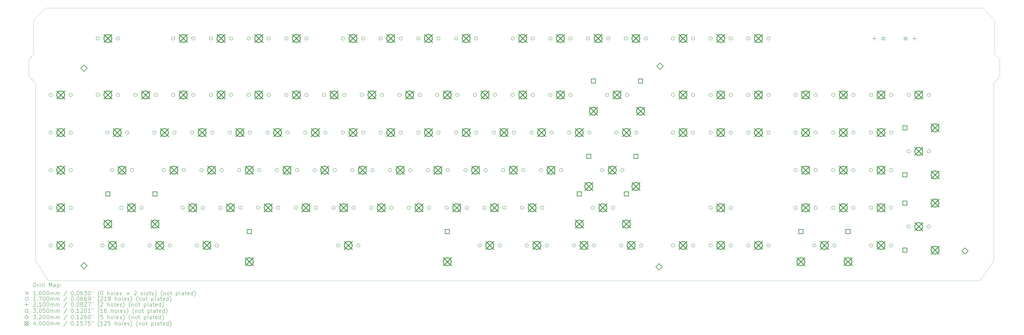
<source format=gbr>
%TF.GenerationSoftware,KiCad,Pcbnew,8.0.8*%
%TF.CreationDate,2025-11-12T22:54:29+00:00*%
%TF.ProjectId,Blueboard-Kicad,426c7565-626f-4617-9264-2d4b69636164,rev?*%
%TF.SameCoordinates,Original*%
%TF.FileFunction,Drillmap*%
%TF.FilePolarity,Positive*%
%FSLAX45Y45*%
G04 Gerber Fmt 4.5, Leading zero omitted, Abs format (unit mm)*
G04 Created by KiCad (PCBNEW 8.0.8) date 2025-11-12 22:54:29*
%MOMM*%
%LPD*%
G01*
G04 APERTURE LIST*
%ADD10C,0.050000*%
%ADD11C,0.200000*%
%ADD12C,0.160000*%
%ADD13C,0.100000*%
%ADD14C,0.170000*%
%ADD15C,0.210000*%
%ADD16C,0.305000*%
%ADD17C,0.320000*%
%ADD18C,0.400000*%
G04 APERTURE END LIST*
D10*
X50000000Y-25500000D02*
X2950000Y-25500000D01*
X2800000Y-11700000D02*
X50150000Y-11700000D01*
X2200000Y-12300000D02*
X2200000Y-14050000D01*
X2300000Y-21050000D02*
X2300000Y-24500000D01*
X2300000Y-21050000D02*
X2300000Y-15500000D01*
X1950000Y-14300000D02*
X2200000Y-14050000D01*
X2300000Y-15500000D02*
X1950000Y-15150000D01*
X1950000Y-15150000D02*
X1950000Y-14300000D01*
X2300000Y-24500000D02*
X2950000Y-25500000D01*
X2200000Y-12300000D02*
X2800000Y-11700000D01*
X50700000Y-24500000D02*
X50000000Y-25500000D01*
X50700000Y-21050000D02*
X50700000Y-24500000D01*
X50750000Y-12300000D02*
X50150000Y-11700000D01*
X50750000Y-14050000D02*
X50750000Y-12300000D01*
X51000000Y-14300000D02*
X50750000Y-14050000D01*
X51000000Y-15150000D02*
X51000000Y-14300000D01*
X50700000Y-15500000D02*
X51000000Y-15150000D01*
X50700000Y-21050000D02*
X50700000Y-15500000D01*
D11*
D12*
X45045000Y-13170000D02*
X45205000Y-13330000D01*
X45205000Y-13170000D02*
X45045000Y-13330000D01*
D13*
X45155000Y-13170000D02*
X45095000Y-13170000D01*
X45095000Y-13330000D02*
G75*
G02*
X45095000Y-13170000I0J80000D01*
G01*
X45095000Y-13330000D02*
X45155000Y-13330000D01*
X45155000Y-13330000D02*
G75*
G03*
X45155000Y-13170000I0J80000D01*
G01*
D12*
X46170000Y-13170000D02*
X46330000Y-13330000D01*
X46330000Y-13170000D02*
X46170000Y-13330000D01*
D13*
X46220000Y-13330000D02*
X46280000Y-13330000D01*
X46280000Y-13170000D02*
G75*
G02*
X46280000Y-13330000I0J-80000D01*
G01*
X46280000Y-13170000D02*
X46220000Y-13170000D01*
X46220000Y-13170000D02*
G75*
G03*
X46220000Y-13330000I0J-80000D01*
G01*
D14*
X3149250Y-16099000D02*
G75*
G02*
X2979250Y-16099000I-85000J0D01*
G01*
X2979250Y-16099000D02*
G75*
G02*
X3149250Y-16099000I85000J0D01*
G01*
X3149250Y-18004000D02*
G75*
G02*
X2979250Y-18004000I-85000J0D01*
G01*
X2979250Y-18004000D02*
G75*
G02*
X3149250Y-18004000I85000J0D01*
G01*
X3149250Y-19909000D02*
G75*
G02*
X2979250Y-19909000I-85000J0D01*
G01*
X2979250Y-19909000D02*
G75*
G02*
X3149250Y-19909000I85000J0D01*
G01*
X3149250Y-21814000D02*
G75*
G02*
X2979250Y-21814000I-85000J0D01*
G01*
X2979250Y-21814000D02*
G75*
G02*
X3149250Y-21814000I85000J0D01*
G01*
X3149250Y-23719000D02*
G75*
G02*
X2979250Y-23719000I-85000J0D01*
G01*
X2979250Y-23719000D02*
G75*
G02*
X3149250Y-23719000I85000J0D01*
G01*
X4165250Y-16099000D02*
G75*
G02*
X3995250Y-16099000I-85000J0D01*
G01*
X3995250Y-16099000D02*
G75*
G02*
X4165250Y-16099000I85000J0D01*
G01*
X4165250Y-18004000D02*
G75*
G02*
X3995250Y-18004000I-85000J0D01*
G01*
X3995250Y-18004000D02*
G75*
G02*
X4165250Y-18004000I85000J0D01*
G01*
X4165250Y-19909000D02*
G75*
G02*
X3995250Y-19909000I-85000J0D01*
G01*
X3995250Y-19909000D02*
G75*
G02*
X4165250Y-19909000I85000J0D01*
G01*
X4165250Y-21814000D02*
G75*
G02*
X3995250Y-21814000I-85000J0D01*
G01*
X3995250Y-21814000D02*
G75*
G02*
X4165250Y-21814000I85000J0D01*
G01*
X4165250Y-23719000D02*
G75*
G02*
X3995250Y-23719000I-85000J0D01*
G01*
X3995250Y-23719000D02*
G75*
G02*
X4165250Y-23719000I85000J0D01*
G01*
X5530500Y-13241500D02*
G75*
G02*
X5360500Y-13241500I-85000J0D01*
G01*
X5360500Y-13241500D02*
G75*
G02*
X5530500Y-13241500I85000J0D01*
G01*
X5530500Y-16099000D02*
G75*
G02*
X5360500Y-16099000I-85000J0D01*
G01*
X5360500Y-16099000D02*
G75*
G02*
X5530500Y-16099000I85000J0D01*
G01*
X5768625Y-23719000D02*
G75*
G02*
X5598625Y-23719000I-85000J0D01*
G01*
X5598625Y-23719000D02*
G75*
G02*
X5768625Y-23719000I85000J0D01*
G01*
X6006750Y-18004000D02*
G75*
G02*
X5836750Y-18004000I-85000J0D01*
G01*
X5836750Y-18004000D02*
G75*
G02*
X6006750Y-18004000I85000J0D01*
G01*
X6244875Y-19909000D02*
G75*
G02*
X6074875Y-19909000I-85000J0D01*
G01*
X6074875Y-19909000D02*
G75*
G02*
X6244875Y-19909000I85000J0D01*
G01*
X6546500Y-13241500D02*
G75*
G02*
X6376500Y-13241500I-85000J0D01*
G01*
X6376500Y-13241500D02*
G75*
G02*
X6546500Y-13241500I85000J0D01*
G01*
X6546500Y-16099000D02*
G75*
G02*
X6376500Y-16099000I-85000J0D01*
G01*
X6376500Y-16099000D02*
G75*
G02*
X6546500Y-16099000I85000J0D01*
G01*
X6721125Y-21814000D02*
G75*
G02*
X6551125Y-21814000I-85000J0D01*
G01*
X6551125Y-21814000D02*
G75*
G02*
X6721125Y-21814000I85000J0D01*
G01*
X6784625Y-23719000D02*
G75*
G02*
X6614625Y-23719000I-85000J0D01*
G01*
X6614625Y-23719000D02*
G75*
G02*
X6784625Y-23719000I85000J0D01*
G01*
X7022750Y-18004000D02*
G75*
G02*
X6852750Y-18004000I-85000J0D01*
G01*
X6852750Y-18004000D02*
G75*
G02*
X7022750Y-18004000I85000J0D01*
G01*
X7260875Y-19909000D02*
G75*
G02*
X7090875Y-19909000I-85000J0D01*
G01*
X7090875Y-19909000D02*
G75*
G02*
X7260875Y-19909000I85000J0D01*
G01*
X7435500Y-16099000D02*
G75*
G02*
X7265500Y-16099000I-85000J0D01*
G01*
X7265500Y-16099000D02*
G75*
G02*
X7435500Y-16099000I85000J0D01*
G01*
X7737125Y-21814000D02*
G75*
G02*
X7567125Y-21814000I-85000J0D01*
G01*
X7567125Y-21814000D02*
G75*
G02*
X7737125Y-21814000I85000J0D01*
G01*
X8149875Y-23719000D02*
G75*
G02*
X7979875Y-23719000I-85000J0D01*
G01*
X7979875Y-23719000D02*
G75*
G02*
X8149875Y-23719000I85000J0D01*
G01*
X8388000Y-18004000D02*
G75*
G02*
X8218000Y-18004000I-85000J0D01*
G01*
X8218000Y-18004000D02*
G75*
G02*
X8388000Y-18004000I85000J0D01*
G01*
X8451500Y-16099000D02*
G75*
G02*
X8281500Y-16099000I-85000J0D01*
G01*
X8281500Y-16099000D02*
G75*
G02*
X8451500Y-16099000I85000J0D01*
G01*
X8864250Y-19909000D02*
G75*
G02*
X8694250Y-19909000I-85000J0D01*
G01*
X8694250Y-19909000D02*
G75*
G02*
X8864250Y-19909000I85000J0D01*
G01*
X9165875Y-23719000D02*
G75*
G02*
X8995875Y-23719000I-85000J0D01*
G01*
X8995875Y-23719000D02*
G75*
G02*
X9165875Y-23719000I85000J0D01*
G01*
X9340500Y-13241500D02*
G75*
G02*
X9170500Y-13241500I-85000J0D01*
G01*
X9170500Y-13241500D02*
G75*
G02*
X9340500Y-13241500I85000J0D01*
G01*
X9340500Y-16099000D02*
G75*
G02*
X9170500Y-16099000I-85000J0D01*
G01*
X9170500Y-16099000D02*
G75*
G02*
X9340500Y-16099000I85000J0D01*
G01*
X9404000Y-18004000D02*
G75*
G02*
X9234000Y-18004000I-85000J0D01*
G01*
X9234000Y-18004000D02*
G75*
G02*
X9404000Y-18004000I85000J0D01*
G01*
X9816750Y-21814000D02*
G75*
G02*
X9646750Y-21814000I-85000J0D01*
G01*
X9646750Y-21814000D02*
G75*
G02*
X9816750Y-21814000I85000J0D01*
G01*
X9880250Y-19909000D02*
G75*
G02*
X9710250Y-19909000I-85000J0D01*
G01*
X9710250Y-19909000D02*
G75*
G02*
X9880250Y-19909000I85000J0D01*
G01*
X10293000Y-18004000D02*
G75*
G02*
X10123000Y-18004000I-85000J0D01*
G01*
X10123000Y-18004000D02*
G75*
G02*
X10293000Y-18004000I85000J0D01*
G01*
X10356500Y-13241500D02*
G75*
G02*
X10186500Y-13241500I-85000J0D01*
G01*
X10186500Y-13241500D02*
G75*
G02*
X10356500Y-13241500I85000J0D01*
G01*
X10356500Y-16099000D02*
G75*
G02*
X10186500Y-16099000I-85000J0D01*
G01*
X10186500Y-16099000D02*
G75*
G02*
X10356500Y-16099000I85000J0D01*
G01*
X10531125Y-23719000D02*
G75*
G02*
X10361125Y-23719000I-85000J0D01*
G01*
X10361125Y-23719000D02*
G75*
G02*
X10531125Y-23719000I85000J0D01*
G01*
X10769250Y-19909000D02*
G75*
G02*
X10599250Y-19909000I-85000J0D01*
G01*
X10599250Y-19909000D02*
G75*
G02*
X10769250Y-19909000I85000J0D01*
G01*
X10832750Y-21814000D02*
G75*
G02*
X10662750Y-21814000I-85000J0D01*
G01*
X10662750Y-21814000D02*
G75*
G02*
X10832750Y-21814000I85000J0D01*
G01*
X11245500Y-13241500D02*
G75*
G02*
X11075500Y-13241500I-85000J0D01*
G01*
X11075500Y-13241500D02*
G75*
G02*
X11245500Y-13241500I85000J0D01*
G01*
X11245500Y-16099000D02*
G75*
G02*
X11075500Y-16099000I-85000J0D01*
G01*
X11075500Y-16099000D02*
G75*
G02*
X11245500Y-16099000I85000J0D01*
G01*
X11309000Y-18004000D02*
G75*
G02*
X11139000Y-18004000I-85000J0D01*
G01*
X11139000Y-18004000D02*
G75*
G02*
X11309000Y-18004000I85000J0D01*
G01*
X11547125Y-23719000D02*
G75*
G02*
X11377125Y-23719000I-85000J0D01*
G01*
X11377125Y-23719000D02*
G75*
G02*
X11547125Y-23719000I85000J0D01*
G01*
X11721750Y-21814000D02*
G75*
G02*
X11551750Y-21814000I-85000J0D01*
G01*
X11551750Y-21814000D02*
G75*
G02*
X11721750Y-21814000I85000J0D01*
G01*
X11785250Y-19909000D02*
G75*
G02*
X11615250Y-19909000I-85000J0D01*
G01*
X11615250Y-19909000D02*
G75*
G02*
X11785250Y-19909000I85000J0D01*
G01*
X12198000Y-18004000D02*
G75*
G02*
X12028000Y-18004000I-85000J0D01*
G01*
X12028000Y-18004000D02*
G75*
G02*
X12198000Y-18004000I85000J0D01*
G01*
X12261500Y-13241500D02*
G75*
G02*
X12091500Y-13241500I-85000J0D01*
G01*
X12091500Y-13241500D02*
G75*
G02*
X12261500Y-13241500I85000J0D01*
G01*
X12261500Y-16099000D02*
G75*
G02*
X12091500Y-16099000I-85000J0D01*
G01*
X12091500Y-16099000D02*
G75*
G02*
X12261500Y-16099000I85000J0D01*
G01*
X12674250Y-19909000D02*
G75*
G02*
X12504250Y-19909000I-85000J0D01*
G01*
X12504250Y-19909000D02*
G75*
G02*
X12674250Y-19909000I85000J0D01*
G01*
X12737750Y-21814000D02*
G75*
G02*
X12567750Y-21814000I-85000J0D01*
G01*
X12567750Y-21814000D02*
G75*
G02*
X12737750Y-21814000I85000J0D01*
G01*
X13150500Y-13241500D02*
G75*
G02*
X12980500Y-13241500I-85000J0D01*
G01*
X12980500Y-13241500D02*
G75*
G02*
X13150500Y-13241500I85000J0D01*
G01*
X13150500Y-16099000D02*
G75*
G02*
X12980500Y-16099000I-85000J0D01*
G01*
X12980500Y-16099000D02*
G75*
G02*
X13150500Y-16099000I85000J0D01*
G01*
X13214000Y-18004000D02*
G75*
G02*
X13044000Y-18004000I-85000J0D01*
G01*
X13044000Y-18004000D02*
G75*
G02*
X13214000Y-18004000I85000J0D01*
G01*
X13626750Y-21814000D02*
G75*
G02*
X13456750Y-21814000I-85000J0D01*
G01*
X13456750Y-21814000D02*
G75*
G02*
X13626750Y-21814000I85000J0D01*
G01*
X13690250Y-19909000D02*
G75*
G02*
X13520250Y-19909000I-85000J0D01*
G01*
X13520250Y-19909000D02*
G75*
G02*
X13690250Y-19909000I85000J0D01*
G01*
X14103000Y-18004000D02*
G75*
G02*
X13933000Y-18004000I-85000J0D01*
G01*
X13933000Y-18004000D02*
G75*
G02*
X14103000Y-18004000I85000J0D01*
G01*
X14166500Y-13241500D02*
G75*
G02*
X13996500Y-13241500I-85000J0D01*
G01*
X13996500Y-13241500D02*
G75*
G02*
X14166500Y-13241500I85000J0D01*
G01*
X14166500Y-16099000D02*
G75*
G02*
X13996500Y-16099000I-85000J0D01*
G01*
X13996500Y-16099000D02*
G75*
G02*
X14166500Y-16099000I85000J0D01*
G01*
X14579250Y-19909000D02*
G75*
G02*
X14409250Y-19909000I-85000J0D01*
G01*
X14409250Y-19909000D02*
G75*
G02*
X14579250Y-19909000I85000J0D01*
G01*
X14642750Y-21814000D02*
G75*
G02*
X14472750Y-21814000I-85000J0D01*
G01*
X14472750Y-21814000D02*
G75*
G02*
X14642750Y-21814000I85000J0D01*
G01*
X15055500Y-13241500D02*
G75*
G02*
X14885500Y-13241500I-85000J0D01*
G01*
X14885500Y-13241500D02*
G75*
G02*
X15055500Y-13241500I85000J0D01*
G01*
X15055500Y-16099000D02*
G75*
G02*
X14885500Y-16099000I-85000J0D01*
G01*
X14885500Y-16099000D02*
G75*
G02*
X15055500Y-16099000I85000J0D01*
G01*
X15119000Y-18004000D02*
G75*
G02*
X14949000Y-18004000I-85000J0D01*
G01*
X14949000Y-18004000D02*
G75*
G02*
X15119000Y-18004000I85000J0D01*
G01*
X15531750Y-21814000D02*
G75*
G02*
X15361750Y-21814000I-85000J0D01*
G01*
X15361750Y-21814000D02*
G75*
G02*
X15531750Y-21814000I85000J0D01*
G01*
X15595250Y-19909000D02*
G75*
G02*
X15425250Y-19909000I-85000J0D01*
G01*
X15425250Y-19909000D02*
G75*
G02*
X15595250Y-19909000I85000J0D01*
G01*
X16008000Y-18004000D02*
G75*
G02*
X15838000Y-18004000I-85000J0D01*
G01*
X15838000Y-18004000D02*
G75*
G02*
X16008000Y-18004000I85000J0D01*
G01*
X16071500Y-13241500D02*
G75*
G02*
X15901500Y-13241500I-85000J0D01*
G01*
X15901500Y-13241500D02*
G75*
G02*
X16071500Y-13241500I85000J0D01*
G01*
X16071500Y-16099000D02*
G75*
G02*
X15901500Y-16099000I-85000J0D01*
G01*
X15901500Y-16099000D02*
G75*
G02*
X16071500Y-16099000I85000J0D01*
G01*
X16484250Y-19909000D02*
G75*
G02*
X16314250Y-19909000I-85000J0D01*
G01*
X16314250Y-19909000D02*
G75*
G02*
X16484250Y-19909000I85000J0D01*
G01*
X16547750Y-21814000D02*
G75*
G02*
X16377750Y-21814000I-85000J0D01*
G01*
X16377750Y-21814000D02*
G75*
G02*
X16547750Y-21814000I85000J0D01*
G01*
X16960500Y-16099000D02*
G75*
G02*
X16790500Y-16099000I-85000J0D01*
G01*
X16790500Y-16099000D02*
G75*
G02*
X16960500Y-16099000I85000J0D01*
G01*
X17024000Y-18004000D02*
G75*
G02*
X16854000Y-18004000I-85000J0D01*
G01*
X16854000Y-18004000D02*
G75*
G02*
X17024000Y-18004000I85000J0D01*
G01*
X17436750Y-21814000D02*
G75*
G02*
X17266750Y-21814000I-85000J0D01*
G01*
X17266750Y-21814000D02*
G75*
G02*
X17436750Y-21814000I85000J0D01*
G01*
X17500250Y-19909000D02*
G75*
G02*
X17330250Y-19909000I-85000J0D01*
G01*
X17330250Y-19909000D02*
G75*
G02*
X17500250Y-19909000I85000J0D01*
G01*
X17674875Y-23719000D02*
G75*
G02*
X17504875Y-23719000I-85000J0D01*
G01*
X17504875Y-23719000D02*
G75*
G02*
X17674875Y-23719000I85000J0D01*
G01*
X17913000Y-13241500D02*
G75*
G02*
X17743000Y-13241500I-85000J0D01*
G01*
X17743000Y-13241500D02*
G75*
G02*
X17913000Y-13241500I85000J0D01*
G01*
X17913000Y-18004000D02*
G75*
G02*
X17743000Y-18004000I-85000J0D01*
G01*
X17743000Y-18004000D02*
G75*
G02*
X17913000Y-18004000I85000J0D01*
G01*
X17976500Y-16099000D02*
G75*
G02*
X17806500Y-16099000I-85000J0D01*
G01*
X17806500Y-16099000D02*
G75*
G02*
X17976500Y-16099000I85000J0D01*
G01*
X18389250Y-19909000D02*
G75*
G02*
X18219250Y-19909000I-85000J0D01*
G01*
X18219250Y-19909000D02*
G75*
G02*
X18389250Y-19909000I85000J0D01*
G01*
X18452750Y-21814000D02*
G75*
G02*
X18282750Y-21814000I-85000J0D01*
G01*
X18282750Y-21814000D02*
G75*
G02*
X18452750Y-21814000I85000J0D01*
G01*
X18690875Y-23719000D02*
G75*
G02*
X18520875Y-23719000I-85000J0D01*
G01*
X18520875Y-23719000D02*
G75*
G02*
X18690875Y-23719000I85000J0D01*
G01*
X18865500Y-16099000D02*
G75*
G02*
X18695500Y-16099000I-85000J0D01*
G01*
X18695500Y-16099000D02*
G75*
G02*
X18865500Y-16099000I85000J0D01*
G01*
X18929000Y-13241500D02*
G75*
G02*
X18759000Y-13241500I-85000J0D01*
G01*
X18759000Y-13241500D02*
G75*
G02*
X18929000Y-13241500I85000J0D01*
G01*
X18929000Y-18004000D02*
G75*
G02*
X18759000Y-18004000I-85000J0D01*
G01*
X18759000Y-18004000D02*
G75*
G02*
X18929000Y-18004000I85000J0D01*
G01*
X19341750Y-21814000D02*
G75*
G02*
X19171750Y-21814000I-85000J0D01*
G01*
X19171750Y-21814000D02*
G75*
G02*
X19341750Y-21814000I85000J0D01*
G01*
X19405250Y-19909000D02*
G75*
G02*
X19235250Y-19909000I-85000J0D01*
G01*
X19235250Y-19909000D02*
G75*
G02*
X19405250Y-19909000I85000J0D01*
G01*
X19818000Y-13241500D02*
G75*
G02*
X19648000Y-13241500I-85000J0D01*
G01*
X19648000Y-13241500D02*
G75*
G02*
X19818000Y-13241500I85000J0D01*
G01*
X19818000Y-18004000D02*
G75*
G02*
X19648000Y-18004000I-85000J0D01*
G01*
X19648000Y-18004000D02*
G75*
G02*
X19818000Y-18004000I85000J0D01*
G01*
X19881500Y-16099000D02*
G75*
G02*
X19711500Y-16099000I-85000J0D01*
G01*
X19711500Y-16099000D02*
G75*
G02*
X19881500Y-16099000I85000J0D01*
G01*
X20294250Y-19909000D02*
G75*
G02*
X20124250Y-19909000I-85000J0D01*
G01*
X20124250Y-19909000D02*
G75*
G02*
X20294250Y-19909000I85000J0D01*
G01*
X20357750Y-21814000D02*
G75*
G02*
X20187750Y-21814000I-85000J0D01*
G01*
X20187750Y-21814000D02*
G75*
G02*
X20357750Y-21814000I85000J0D01*
G01*
X20770500Y-16099000D02*
G75*
G02*
X20600500Y-16099000I-85000J0D01*
G01*
X20600500Y-16099000D02*
G75*
G02*
X20770500Y-16099000I85000J0D01*
G01*
X20834000Y-13241500D02*
G75*
G02*
X20664000Y-13241500I-85000J0D01*
G01*
X20664000Y-13241500D02*
G75*
G02*
X20834000Y-13241500I85000J0D01*
G01*
X20834000Y-18004000D02*
G75*
G02*
X20664000Y-18004000I-85000J0D01*
G01*
X20664000Y-18004000D02*
G75*
G02*
X20834000Y-18004000I85000J0D01*
G01*
X21246750Y-21814000D02*
G75*
G02*
X21076750Y-21814000I-85000J0D01*
G01*
X21076750Y-21814000D02*
G75*
G02*
X21246750Y-21814000I85000J0D01*
G01*
X21310250Y-19909000D02*
G75*
G02*
X21140250Y-19909000I-85000J0D01*
G01*
X21140250Y-19909000D02*
G75*
G02*
X21310250Y-19909000I85000J0D01*
G01*
X21723000Y-13241500D02*
G75*
G02*
X21553000Y-13241500I-85000J0D01*
G01*
X21553000Y-13241500D02*
G75*
G02*
X21723000Y-13241500I85000J0D01*
G01*
X21723000Y-18004000D02*
G75*
G02*
X21553000Y-18004000I-85000J0D01*
G01*
X21553000Y-18004000D02*
G75*
G02*
X21723000Y-18004000I85000J0D01*
G01*
X21786500Y-16099000D02*
G75*
G02*
X21616500Y-16099000I-85000J0D01*
G01*
X21616500Y-16099000D02*
G75*
G02*
X21786500Y-16099000I85000J0D01*
G01*
X22199250Y-19909000D02*
G75*
G02*
X22029250Y-19909000I-85000J0D01*
G01*
X22029250Y-19909000D02*
G75*
G02*
X22199250Y-19909000I85000J0D01*
G01*
X22262750Y-21814000D02*
G75*
G02*
X22092750Y-21814000I-85000J0D01*
G01*
X22092750Y-21814000D02*
G75*
G02*
X22262750Y-21814000I85000J0D01*
G01*
X22675500Y-16099000D02*
G75*
G02*
X22505500Y-16099000I-85000J0D01*
G01*
X22505500Y-16099000D02*
G75*
G02*
X22675500Y-16099000I85000J0D01*
G01*
X22739000Y-13241500D02*
G75*
G02*
X22569000Y-13241500I-85000J0D01*
G01*
X22569000Y-13241500D02*
G75*
G02*
X22739000Y-13241500I85000J0D01*
G01*
X22739000Y-18004000D02*
G75*
G02*
X22569000Y-18004000I-85000J0D01*
G01*
X22569000Y-18004000D02*
G75*
G02*
X22739000Y-18004000I85000J0D01*
G01*
X23151750Y-21814000D02*
G75*
G02*
X22981750Y-21814000I-85000J0D01*
G01*
X22981750Y-21814000D02*
G75*
G02*
X23151750Y-21814000I85000J0D01*
G01*
X23215250Y-19909000D02*
G75*
G02*
X23045250Y-19909000I-85000J0D01*
G01*
X23045250Y-19909000D02*
G75*
G02*
X23215250Y-19909000I85000J0D01*
G01*
X23628000Y-13241500D02*
G75*
G02*
X23458000Y-13241500I-85000J0D01*
G01*
X23458000Y-13241500D02*
G75*
G02*
X23628000Y-13241500I85000J0D01*
G01*
X23628000Y-18004000D02*
G75*
G02*
X23458000Y-18004000I-85000J0D01*
G01*
X23458000Y-18004000D02*
G75*
G02*
X23628000Y-18004000I85000J0D01*
G01*
X23691500Y-16099000D02*
G75*
G02*
X23521500Y-16099000I-85000J0D01*
G01*
X23521500Y-16099000D02*
G75*
G02*
X23691500Y-16099000I85000J0D01*
G01*
X24104250Y-19909000D02*
G75*
G02*
X23934250Y-19909000I-85000J0D01*
G01*
X23934250Y-19909000D02*
G75*
G02*
X24104250Y-19909000I85000J0D01*
G01*
X24167750Y-21814000D02*
G75*
G02*
X23997750Y-21814000I-85000J0D01*
G01*
X23997750Y-21814000D02*
G75*
G02*
X24167750Y-21814000I85000J0D01*
G01*
X24580500Y-16099000D02*
G75*
G02*
X24410500Y-16099000I-85000J0D01*
G01*
X24410500Y-16099000D02*
G75*
G02*
X24580500Y-16099000I85000J0D01*
G01*
X24644000Y-13241500D02*
G75*
G02*
X24474000Y-13241500I-85000J0D01*
G01*
X24474000Y-13241500D02*
G75*
G02*
X24644000Y-13241500I85000J0D01*
G01*
X24644000Y-18004000D02*
G75*
G02*
X24474000Y-18004000I-85000J0D01*
G01*
X24474000Y-18004000D02*
G75*
G02*
X24644000Y-18004000I85000J0D01*
G01*
X24818625Y-23719000D02*
G75*
G02*
X24648625Y-23719000I-85000J0D01*
G01*
X24648625Y-23719000D02*
G75*
G02*
X24818625Y-23719000I85000J0D01*
G01*
X25056750Y-21814000D02*
G75*
G02*
X24886750Y-21814000I-85000J0D01*
G01*
X24886750Y-21814000D02*
G75*
G02*
X25056750Y-21814000I85000J0D01*
G01*
X25120250Y-19909000D02*
G75*
G02*
X24950250Y-19909000I-85000J0D01*
G01*
X24950250Y-19909000D02*
G75*
G02*
X25120250Y-19909000I85000J0D01*
G01*
X25533000Y-18004000D02*
G75*
G02*
X25363000Y-18004000I-85000J0D01*
G01*
X25363000Y-18004000D02*
G75*
G02*
X25533000Y-18004000I85000J0D01*
G01*
X25596500Y-16099000D02*
G75*
G02*
X25426500Y-16099000I-85000J0D01*
G01*
X25426500Y-16099000D02*
G75*
G02*
X25596500Y-16099000I85000J0D01*
G01*
X25834625Y-23719000D02*
G75*
G02*
X25664625Y-23719000I-85000J0D01*
G01*
X25664625Y-23719000D02*
G75*
G02*
X25834625Y-23719000I85000J0D01*
G01*
X26009250Y-19909000D02*
G75*
G02*
X25839250Y-19909000I-85000J0D01*
G01*
X25839250Y-19909000D02*
G75*
G02*
X26009250Y-19909000I85000J0D01*
G01*
X26072750Y-21814000D02*
G75*
G02*
X25902750Y-21814000I-85000J0D01*
G01*
X25902750Y-21814000D02*
G75*
G02*
X26072750Y-21814000I85000J0D01*
G01*
X26485500Y-13241500D02*
G75*
G02*
X26315500Y-13241500I-85000J0D01*
G01*
X26315500Y-13241500D02*
G75*
G02*
X26485500Y-13241500I85000J0D01*
G01*
X26485500Y-16099000D02*
G75*
G02*
X26315500Y-16099000I-85000J0D01*
G01*
X26315500Y-16099000D02*
G75*
G02*
X26485500Y-16099000I85000J0D01*
G01*
X26549000Y-18004000D02*
G75*
G02*
X26379000Y-18004000I-85000J0D01*
G01*
X26379000Y-18004000D02*
G75*
G02*
X26549000Y-18004000I85000J0D01*
G01*
X26961750Y-21814000D02*
G75*
G02*
X26791750Y-21814000I-85000J0D01*
G01*
X26791750Y-21814000D02*
G75*
G02*
X26961750Y-21814000I85000J0D01*
G01*
X27025250Y-19909000D02*
G75*
G02*
X26855250Y-19909000I-85000J0D01*
G01*
X26855250Y-19909000D02*
G75*
G02*
X27025250Y-19909000I85000J0D01*
G01*
X27199875Y-23719000D02*
G75*
G02*
X27029875Y-23719000I-85000J0D01*
G01*
X27029875Y-23719000D02*
G75*
G02*
X27199875Y-23719000I85000J0D01*
G01*
X27438000Y-18004000D02*
G75*
G02*
X27268000Y-18004000I-85000J0D01*
G01*
X27268000Y-18004000D02*
G75*
G02*
X27438000Y-18004000I85000J0D01*
G01*
X27501500Y-13241500D02*
G75*
G02*
X27331500Y-13241500I-85000J0D01*
G01*
X27331500Y-13241500D02*
G75*
G02*
X27501500Y-13241500I85000J0D01*
G01*
X27501500Y-16099000D02*
G75*
G02*
X27331500Y-16099000I-85000J0D01*
G01*
X27331500Y-16099000D02*
G75*
G02*
X27501500Y-16099000I85000J0D01*
G01*
X27914250Y-19909000D02*
G75*
G02*
X27744250Y-19909000I-85000J0D01*
G01*
X27744250Y-19909000D02*
G75*
G02*
X27914250Y-19909000I85000J0D01*
G01*
X27977750Y-21814000D02*
G75*
G02*
X27807750Y-21814000I-85000J0D01*
G01*
X27807750Y-21814000D02*
G75*
G02*
X27977750Y-21814000I85000J0D01*
G01*
X28215875Y-23719000D02*
G75*
G02*
X28045875Y-23719000I-85000J0D01*
G01*
X28045875Y-23719000D02*
G75*
G02*
X28215875Y-23719000I85000J0D01*
G01*
X28390500Y-13241500D02*
G75*
G02*
X28220500Y-13241500I-85000J0D01*
G01*
X28220500Y-13241500D02*
G75*
G02*
X28390500Y-13241500I85000J0D01*
G01*
X28390500Y-16099000D02*
G75*
G02*
X28220500Y-16099000I-85000J0D01*
G01*
X28220500Y-16099000D02*
G75*
G02*
X28390500Y-16099000I85000J0D01*
G01*
X28454000Y-18004000D02*
G75*
G02*
X28284000Y-18004000I-85000J0D01*
G01*
X28284000Y-18004000D02*
G75*
G02*
X28454000Y-18004000I85000J0D01*
G01*
X28930250Y-19909000D02*
G75*
G02*
X28760250Y-19909000I-85000J0D01*
G01*
X28760250Y-19909000D02*
G75*
G02*
X28930250Y-19909000I85000J0D01*
G01*
X29343000Y-18004000D02*
G75*
G02*
X29173000Y-18004000I-85000J0D01*
G01*
X29173000Y-18004000D02*
G75*
G02*
X29343000Y-18004000I85000J0D01*
G01*
X29406500Y-13241500D02*
G75*
G02*
X29236500Y-13241500I-85000J0D01*
G01*
X29236500Y-13241500D02*
G75*
G02*
X29406500Y-13241500I85000J0D01*
G01*
X29406500Y-16099000D02*
G75*
G02*
X29236500Y-16099000I-85000J0D01*
G01*
X29236500Y-16099000D02*
G75*
G02*
X29406500Y-16099000I85000J0D01*
G01*
X29581125Y-23719000D02*
G75*
G02*
X29411125Y-23719000I-85000J0D01*
G01*
X29411125Y-23719000D02*
G75*
G02*
X29581125Y-23719000I85000J0D01*
G01*
X30295500Y-13241500D02*
G75*
G02*
X30125500Y-13241500I-85000J0D01*
G01*
X30125500Y-13241500D02*
G75*
G02*
X30295500Y-13241500I85000J0D01*
G01*
X30359000Y-18004000D02*
G75*
G02*
X30189000Y-18004000I-85000J0D01*
G01*
X30189000Y-18004000D02*
G75*
G02*
X30359000Y-18004000I85000J0D01*
G01*
X30533625Y-21814000D02*
G75*
G02*
X30363625Y-21814000I-85000J0D01*
G01*
X30363625Y-21814000D02*
G75*
G02*
X30533625Y-21814000I85000J0D01*
G01*
X30597125Y-23719000D02*
G75*
G02*
X30427125Y-23719000I-85000J0D01*
G01*
X30427125Y-23719000D02*
G75*
G02*
X30597125Y-23719000I85000J0D01*
G01*
X31009875Y-19909000D02*
G75*
G02*
X30839875Y-19909000I-85000J0D01*
G01*
X30839875Y-19909000D02*
G75*
G02*
X31009875Y-19909000I85000J0D01*
G01*
X31248000Y-16099000D02*
G75*
G02*
X31078000Y-16099000I-85000J0D01*
G01*
X31078000Y-16099000D02*
G75*
G02*
X31248000Y-16099000I85000J0D01*
G01*
X31311500Y-13241500D02*
G75*
G02*
X31141500Y-13241500I-85000J0D01*
G01*
X31141500Y-13241500D02*
G75*
G02*
X31311500Y-13241500I85000J0D01*
G01*
X31549625Y-21814000D02*
G75*
G02*
X31379625Y-21814000I-85000J0D01*
G01*
X31379625Y-21814000D02*
G75*
G02*
X31549625Y-21814000I85000J0D01*
G01*
X31724250Y-18004000D02*
G75*
G02*
X31554250Y-18004000I-85000J0D01*
G01*
X31554250Y-18004000D02*
G75*
G02*
X31724250Y-18004000I85000J0D01*
G01*
X31962375Y-23719000D02*
G75*
G02*
X31792375Y-23719000I-85000J0D01*
G01*
X31792375Y-23719000D02*
G75*
G02*
X31962375Y-23719000I85000J0D01*
G01*
X32025875Y-19909000D02*
G75*
G02*
X31855875Y-19909000I-85000J0D01*
G01*
X31855875Y-19909000D02*
G75*
G02*
X32025875Y-19909000I85000J0D01*
G01*
X32200500Y-13241500D02*
G75*
G02*
X32030500Y-13241500I-85000J0D01*
G01*
X32030500Y-13241500D02*
G75*
G02*
X32200500Y-13241500I85000J0D01*
G01*
X32264000Y-16099000D02*
G75*
G02*
X32094000Y-16099000I-85000J0D01*
G01*
X32094000Y-16099000D02*
G75*
G02*
X32264000Y-16099000I85000J0D01*
G01*
X32740250Y-18004000D02*
G75*
G02*
X32570250Y-18004000I-85000J0D01*
G01*
X32570250Y-18004000D02*
G75*
G02*
X32740250Y-18004000I85000J0D01*
G01*
X32978375Y-23719000D02*
G75*
G02*
X32808375Y-23719000I-85000J0D01*
G01*
X32808375Y-23719000D02*
G75*
G02*
X32978375Y-23719000I85000J0D01*
G01*
X33216500Y-13241500D02*
G75*
G02*
X33046500Y-13241500I-85000J0D01*
G01*
X33046500Y-13241500D02*
G75*
G02*
X33216500Y-13241500I85000J0D01*
G01*
X34581750Y-13241500D02*
G75*
G02*
X34411750Y-13241500I-85000J0D01*
G01*
X34411750Y-13241500D02*
G75*
G02*
X34581750Y-13241500I85000J0D01*
G01*
X34581750Y-16099000D02*
G75*
G02*
X34411750Y-16099000I-85000J0D01*
G01*
X34411750Y-16099000D02*
G75*
G02*
X34581750Y-16099000I85000J0D01*
G01*
X34581750Y-18004000D02*
G75*
G02*
X34411750Y-18004000I-85000J0D01*
G01*
X34411750Y-18004000D02*
G75*
G02*
X34581750Y-18004000I85000J0D01*
G01*
X34581750Y-23719000D02*
G75*
G02*
X34411750Y-23719000I-85000J0D01*
G01*
X34411750Y-23719000D02*
G75*
G02*
X34581750Y-23719000I85000J0D01*
G01*
X35597750Y-13241500D02*
G75*
G02*
X35427750Y-13241500I-85000J0D01*
G01*
X35427750Y-13241500D02*
G75*
G02*
X35597750Y-13241500I85000J0D01*
G01*
X35597750Y-16099000D02*
G75*
G02*
X35427750Y-16099000I-85000J0D01*
G01*
X35427750Y-16099000D02*
G75*
G02*
X35597750Y-16099000I85000J0D01*
G01*
X35597750Y-18004000D02*
G75*
G02*
X35427750Y-18004000I-85000J0D01*
G01*
X35427750Y-18004000D02*
G75*
G02*
X35597750Y-18004000I85000J0D01*
G01*
X35597750Y-23719000D02*
G75*
G02*
X35427750Y-23719000I-85000J0D01*
G01*
X35427750Y-23719000D02*
G75*
G02*
X35597750Y-23719000I85000J0D01*
G01*
X36486750Y-13241500D02*
G75*
G02*
X36316750Y-13241500I-85000J0D01*
G01*
X36316750Y-13241500D02*
G75*
G02*
X36486750Y-13241500I85000J0D01*
G01*
X36486750Y-16099000D02*
G75*
G02*
X36316750Y-16099000I-85000J0D01*
G01*
X36316750Y-16099000D02*
G75*
G02*
X36486750Y-16099000I85000J0D01*
G01*
X36486750Y-18004000D02*
G75*
G02*
X36316750Y-18004000I-85000J0D01*
G01*
X36316750Y-18004000D02*
G75*
G02*
X36486750Y-18004000I85000J0D01*
G01*
X36486750Y-21814000D02*
G75*
G02*
X36316750Y-21814000I-85000J0D01*
G01*
X36316750Y-21814000D02*
G75*
G02*
X36486750Y-21814000I85000J0D01*
G01*
X36486750Y-23719000D02*
G75*
G02*
X36316750Y-23719000I-85000J0D01*
G01*
X36316750Y-23719000D02*
G75*
G02*
X36486750Y-23719000I85000J0D01*
G01*
X37502750Y-13241500D02*
G75*
G02*
X37332750Y-13241500I-85000J0D01*
G01*
X37332750Y-13241500D02*
G75*
G02*
X37502750Y-13241500I85000J0D01*
G01*
X37502750Y-16099000D02*
G75*
G02*
X37332750Y-16099000I-85000J0D01*
G01*
X37332750Y-16099000D02*
G75*
G02*
X37502750Y-16099000I85000J0D01*
G01*
X37502750Y-18004000D02*
G75*
G02*
X37332750Y-18004000I-85000J0D01*
G01*
X37332750Y-18004000D02*
G75*
G02*
X37502750Y-18004000I85000J0D01*
G01*
X37502750Y-21814000D02*
G75*
G02*
X37332750Y-21814000I-85000J0D01*
G01*
X37332750Y-21814000D02*
G75*
G02*
X37502750Y-21814000I85000J0D01*
G01*
X37502750Y-23719000D02*
G75*
G02*
X37332750Y-23719000I-85000J0D01*
G01*
X37332750Y-23719000D02*
G75*
G02*
X37502750Y-23719000I85000J0D01*
G01*
X38391750Y-13241500D02*
G75*
G02*
X38221750Y-13241500I-85000J0D01*
G01*
X38221750Y-13241500D02*
G75*
G02*
X38391750Y-13241500I85000J0D01*
G01*
X38391750Y-16099000D02*
G75*
G02*
X38221750Y-16099000I-85000J0D01*
G01*
X38221750Y-16099000D02*
G75*
G02*
X38391750Y-16099000I85000J0D01*
G01*
X38391750Y-18004000D02*
G75*
G02*
X38221750Y-18004000I-85000J0D01*
G01*
X38221750Y-18004000D02*
G75*
G02*
X38391750Y-18004000I85000J0D01*
G01*
X38391750Y-23719000D02*
G75*
G02*
X38221750Y-23719000I-85000J0D01*
G01*
X38221750Y-23719000D02*
G75*
G02*
X38391750Y-23719000I85000J0D01*
G01*
X39407750Y-13241500D02*
G75*
G02*
X39237750Y-13241500I-85000J0D01*
G01*
X39237750Y-13241500D02*
G75*
G02*
X39407750Y-13241500I85000J0D01*
G01*
X39407750Y-16099000D02*
G75*
G02*
X39237750Y-16099000I-85000J0D01*
G01*
X39237750Y-16099000D02*
G75*
G02*
X39407750Y-16099000I85000J0D01*
G01*
X39407750Y-18004000D02*
G75*
G02*
X39237750Y-18004000I-85000J0D01*
G01*
X39237750Y-18004000D02*
G75*
G02*
X39407750Y-18004000I85000J0D01*
G01*
X39407750Y-23719000D02*
G75*
G02*
X39237750Y-23719000I-85000J0D01*
G01*
X39237750Y-23719000D02*
G75*
G02*
X39407750Y-23719000I85000J0D01*
G01*
X40773000Y-16099000D02*
G75*
G02*
X40603000Y-16099000I-85000J0D01*
G01*
X40603000Y-16099000D02*
G75*
G02*
X40773000Y-16099000I85000J0D01*
G01*
X40773000Y-18004000D02*
G75*
G02*
X40603000Y-18004000I-85000J0D01*
G01*
X40603000Y-18004000D02*
G75*
G02*
X40773000Y-18004000I85000J0D01*
G01*
X40773000Y-19909000D02*
G75*
G02*
X40603000Y-19909000I-85000J0D01*
G01*
X40603000Y-19909000D02*
G75*
G02*
X40773000Y-19909000I85000J0D01*
G01*
X40773000Y-21814000D02*
G75*
G02*
X40603000Y-21814000I-85000J0D01*
G01*
X40603000Y-21814000D02*
G75*
G02*
X40773000Y-21814000I85000J0D01*
G01*
X41725500Y-23719000D02*
G75*
G02*
X41555500Y-23719000I-85000J0D01*
G01*
X41555500Y-23719000D02*
G75*
G02*
X41725500Y-23719000I85000J0D01*
G01*
X41789000Y-16099000D02*
G75*
G02*
X41619000Y-16099000I-85000J0D01*
G01*
X41619000Y-16099000D02*
G75*
G02*
X41789000Y-16099000I85000J0D01*
G01*
X41789000Y-18004000D02*
G75*
G02*
X41619000Y-18004000I-85000J0D01*
G01*
X41619000Y-18004000D02*
G75*
G02*
X41789000Y-18004000I85000J0D01*
G01*
X41789000Y-19909000D02*
G75*
G02*
X41619000Y-19909000I-85000J0D01*
G01*
X41619000Y-19909000D02*
G75*
G02*
X41789000Y-19909000I85000J0D01*
G01*
X41789000Y-21814000D02*
G75*
G02*
X41619000Y-21814000I-85000J0D01*
G01*
X41619000Y-21814000D02*
G75*
G02*
X41789000Y-21814000I85000J0D01*
G01*
X42678000Y-16099000D02*
G75*
G02*
X42508000Y-16099000I-85000J0D01*
G01*
X42508000Y-16099000D02*
G75*
G02*
X42678000Y-16099000I85000J0D01*
G01*
X42678000Y-18004000D02*
G75*
G02*
X42508000Y-18004000I-85000J0D01*
G01*
X42508000Y-18004000D02*
G75*
G02*
X42678000Y-18004000I85000J0D01*
G01*
X42678000Y-19909000D02*
G75*
G02*
X42508000Y-19909000I-85000J0D01*
G01*
X42508000Y-19909000D02*
G75*
G02*
X42678000Y-19909000I85000J0D01*
G01*
X42678000Y-21814000D02*
G75*
G02*
X42508000Y-21814000I-85000J0D01*
G01*
X42508000Y-21814000D02*
G75*
G02*
X42678000Y-21814000I85000J0D01*
G01*
X42741500Y-23719000D02*
G75*
G02*
X42571500Y-23719000I-85000J0D01*
G01*
X42571500Y-23719000D02*
G75*
G02*
X42741500Y-23719000I85000J0D01*
G01*
X43694000Y-16099000D02*
G75*
G02*
X43524000Y-16099000I-85000J0D01*
G01*
X43524000Y-16099000D02*
G75*
G02*
X43694000Y-16099000I85000J0D01*
G01*
X43694000Y-18004000D02*
G75*
G02*
X43524000Y-18004000I-85000J0D01*
G01*
X43524000Y-18004000D02*
G75*
G02*
X43694000Y-18004000I85000J0D01*
G01*
X43694000Y-19909000D02*
G75*
G02*
X43524000Y-19909000I-85000J0D01*
G01*
X43524000Y-19909000D02*
G75*
G02*
X43694000Y-19909000I85000J0D01*
G01*
X43694000Y-21814000D02*
G75*
G02*
X43524000Y-21814000I-85000J0D01*
G01*
X43524000Y-21814000D02*
G75*
G02*
X43694000Y-21814000I85000J0D01*
G01*
X44583000Y-16099000D02*
G75*
G02*
X44413000Y-16099000I-85000J0D01*
G01*
X44413000Y-16099000D02*
G75*
G02*
X44583000Y-16099000I85000J0D01*
G01*
X44583000Y-18004000D02*
G75*
G02*
X44413000Y-18004000I-85000J0D01*
G01*
X44413000Y-18004000D02*
G75*
G02*
X44583000Y-18004000I85000J0D01*
G01*
X44583000Y-19909000D02*
G75*
G02*
X44413000Y-19909000I-85000J0D01*
G01*
X44413000Y-19909000D02*
G75*
G02*
X44583000Y-19909000I85000J0D01*
G01*
X44583000Y-21814000D02*
G75*
G02*
X44413000Y-21814000I-85000J0D01*
G01*
X44413000Y-21814000D02*
G75*
G02*
X44583000Y-21814000I85000J0D01*
G01*
X44583000Y-23719000D02*
G75*
G02*
X44413000Y-23719000I-85000J0D01*
G01*
X44413000Y-23719000D02*
G75*
G02*
X44583000Y-23719000I85000J0D01*
G01*
X45599000Y-16099000D02*
G75*
G02*
X45429000Y-16099000I-85000J0D01*
G01*
X45429000Y-16099000D02*
G75*
G02*
X45599000Y-16099000I85000J0D01*
G01*
X45599000Y-18004000D02*
G75*
G02*
X45429000Y-18004000I-85000J0D01*
G01*
X45429000Y-18004000D02*
G75*
G02*
X45599000Y-18004000I85000J0D01*
G01*
X45599000Y-19909000D02*
G75*
G02*
X45429000Y-19909000I-85000J0D01*
G01*
X45429000Y-19909000D02*
G75*
G02*
X45599000Y-19909000I85000J0D01*
G01*
X45599000Y-21814000D02*
G75*
G02*
X45429000Y-21814000I-85000J0D01*
G01*
X45429000Y-21814000D02*
G75*
G02*
X45599000Y-21814000I85000J0D01*
G01*
X45599000Y-23719000D02*
G75*
G02*
X45429000Y-23719000I-85000J0D01*
G01*
X45429000Y-23719000D02*
G75*
G02*
X45599000Y-23719000I85000J0D01*
G01*
X46488000Y-16099000D02*
G75*
G02*
X46318000Y-16099000I-85000J0D01*
G01*
X46318000Y-16099000D02*
G75*
G02*
X46488000Y-16099000I85000J0D01*
G01*
X46488000Y-18956500D02*
G75*
G02*
X46318000Y-18956500I-85000J0D01*
G01*
X46318000Y-18956500D02*
G75*
G02*
X46488000Y-18956500I85000J0D01*
G01*
X46488000Y-22766500D02*
G75*
G02*
X46318000Y-22766500I-85000J0D01*
G01*
X46318000Y-22766500D02*
G75*
G02*
X46488000Y-22766500I85000J0D01*
G01*
X47504000Y-16099000D02*
G75*
G02*
X47334000Y-16099000I-85000J0D01*
G01*
X47334000Y-16099000D02*
G75*
G02*
X47504000Y-16099000I85000J0D01*
G01*
X47504000Y-18956500D02*
G75*
G02*
X47334000Y-18956500I-85000J0D01*
G01*
X47334000Y-18956500D02*
G75*
G02*
X47504000Y-18956500I85000J0D01*
G01*
X47504000Y-22766500D02*
G75*
G02*
X47334000Y-22766500I-85000J0D01*
G01*
X47334000Y-22766500D02*
G75*
G02*
X47504000Y-22766500I85000J0D01*
G01*
D15*
X44675000Y-13145000D02*
X44675000Y-13355000D01*
X44570000Y-13250000D02*
X44780000Y-13250000D01*
X46700000Y-13145000D02*
X46700000Y-13355000D01*
X46595000Y-13250000D02*
X46805000Y-13250000D01*
D16*
X6061960Y-21221835D02*
X6061960Y-21006165D01*
X5846290Y-21006165D01*
X5846290Y-21221835D01*
X6061960Y-21221835D01*
X8441960Y-21221835D02*
X8441960Y-21006165D01*
X8226290Y-21006165D01*
X8226290Y-21221835D01*
X8441960Y-21221835D01*
X13205710Y-23126835D02*
X13205710Y-22911165D01*
X12990040Y-22911165D01*
X12990040Y-23126835D01*
X13205710Y-23126835D01*
X23205710Y-23126835D02*
X23205710Y-22911165D01*
X22990040Y-22911165D01*
X22990040Y-23126835D01*
X23205710Y-23126835D01*
X29874460Y-21221835D02*
X29874460Y-21006165D01*
X29658790Y-21006165D01*
X29658790Y-21221835D01*
X29874460Y-21221835D01*
X30350710Y-19316835D02*
X30350710Y-19101165D01*
X30135040Y-19101165D01*
X30135040Y-19316835D01*
X30350710Y-19316835D01*
X30588835Y-15506835D02*
X30588835Y-15291165D01*
X30373165Y-15291165D01*
X30373165Y-15506835D01*
X30588835Y-15506835D01*
X32254460Y-21221835D02*
X32254460Y-21006165D01*
X32038790Y-21006165D01*
X32038790Y-21221835D01*
X32254460Y-21221835D01*
X32730710Y-19316835D02*
X32730710Y-19101165D01*
X32515040Y-19101165D01*
X32515040Y-19316835D01*
X32730710Y-19316835D01*
X32968835Y-15506835D02*
X32968835Y-15291165D01*
X32753165Y-15291165D01*
X32753165Y-15506835D01*
X32968835Y-15506835D01*
X41066335Y-23126835D02*
X41066335Y-22911165D01*
X40850665Y-22911165D01*
X40850665Y-23126835D01*
X41066335Y-23126835D01*
X43446335Y-23126835D02*
X43446335Y-22911165D01*
X43230665Y-22911165D01*
X43230665Y-23126835D01*
X43446335Y-23126835D01*
X46318835Y-17874335D02*
X46318835Y-17658665D01*
X46103165Y-17658665D01*
X46103165Y-17874335D01*
X46318835Y-17874335D01*
X46318835Y-20254335D02*
X46318835Y-20038665D01*
X46103165Y-20038665D01*
X46103165Y-20254335D01*
X46318835Y-20254335D01*
X46318835Y-21684335D02*
X46318835Y-21468665D01*
X46103165Y-21468665D01*
X46103165Y-21684335D01*
X46318835Y-21684335D01*
X46318835Y-24064335D02*
X46318835Y-23848665D01*
X46103165Y-23848665D01*
X46103165Y-24064335D01*
X46318835Y-24064335D01*
D17*
X4750000Y-14910000D02*
X4910000Y-14750000D01*
X4750000Y-14590000D01*
X4590000Y-14750000D01*
X4750000Y-14910000D01*
X4750000Y-24910000D02*
X4910000Y-24750000D01*
X4750000Y-24590000D01*
X4590000Y-24750000D01*
X4750000Y-24910000D01*
X33800000Y-24960000D02*
X33960000Y-24800000D01*
X33800000Y-24640000D01*
X33640000Y-24800000D01*
X33800000Y-24960000D01*
X33850000Y-14810000D02*
X34010000Y-14650000D01*
X33850000Y-14490000D01*
X33690000Y-14650000D01*
X33850000Y-14810000D01*
X49250000Y-24160000D02*
X49410000Y-24000000D01*
X49250000Y-23840000D01*
X49090000Y-24000000D01*
X49250000Y-24160000D01*
D18*
X3372250Y-15899000D02*
X3772250Y-16299000D01*
X3772250Y-15899000D02*
X3372250Y-16299000D01*
X3772250Y-16099000D02*
G75*
G02*
X3372250Y-16099000I-200000J0D01*
G01*
X3372250Y-16099000D02*
G75*
G02*
X3772250Y-16099000I200000J0D01*
G01*
X3372250Y-17804000D02*
X3772250Y-18204000D01*
X3772250Y-17804000D02*
X3372250Y-18204000D01*
X3772250Y-18004000D02*
G75*
G02*
X3372250Y-18004000I-200000J0D01*
G01*
X3372250Y-18004000D02*
G75*
G02*
X3772250Y-18004000I200000J0D01*
G01*
X3372250Y-19709000D02*
X3772250Y-20109000D01*
X3772250Y-19709000D02*
X3372250Y-20109000D01*
X3772250Y-19909000D02*
G75*
G02*
X3372250Y-19909000I-200000J0D01*
G01*
X3372250Y-19909000D02*
G75*
G02*
X3772250Y-19909000I200000J0D01*
G01*
X3372250Y-21614000D02*
X3772250Y-22014000D01*
X3772250Y-21614000D02*
X3372250Y-22014000D01*
X3772250Y-21814000D02*
G75*
G02*
X3372250Y-21814000I-200000J0D01*
G01*
X3372250Y-21814000D02*
G75*
G02*
X3772250Y-21814000I200000J0D01*
G01*
X3372250Y-23519000D02*
X3772250Y-23919000D01*
X3772250Y-23519000D02*
X3372250Y-23919000D01*
X3772250Y-23719000D02*
G75*
G02*
X3372250Y-23719000I-200000J0D01*
G01*
X3372250Y-23719000D02*
G75*
G02*
X3772250Y-23719000I200000J0D01*
G01*
X5753500Y-13041500D02*
X6153500Y-13441500D01*
X6153500Y-13041500D02*
X5753500Y-13441500D01*
X6153500Y-13241500D02*
G75*
G02*
X5753500Y-13241500I-200000J0D01*
G01*
X5753500Y-13241500D02*
G75*
G02*
X6153500Y-13241500I200000J0D01*
G01*
X5753500Y-15899000D02*
X6153500Y-16299000D01*
X6153500Y-15899000D02*
X5753500Y-16299000D01*
X6153500Y-16099000D02*
G75*
G02*
X5753500Y-16099000I-200000J0D01*
G01*
X5753500Y-16099000D02*
G75*
G02*
X6153500Y-16099000I200000J0D01*
G01*
X5754125Y-22438000D02*
X6154125Y-22838000D01*
X6154125Y-22438000D02*
X5754125Y-22838000D01*
X6154125Y-22638000D02*
G75*
G02*
X5754125Y-22638000I-200000J0D01*
G01*
X5754125Y-22638000D02*
G75*
G02*
X6154125Y-22638000I200000J0D01*
G01*
X5991625Y-23519000D02*
X6391625Y-23919000D01*
X6391625Y-23519000D02*
X5991625Y-23919000D01*
X6391625Y-23719000D02*
G75*
G02*
X5991625Y-23719000I-200000J0D01*
G01*
X5991625Y-23719000D02*
G75*
G02*
X6391625Y-23719000I200000J0D01*
G01*
X6229750Y-17804000D02*
X6629750Y-18204000D01*
X6629750Y-17804000D02*
X6229750Y-18204000D01*
X6629750Y-18004000D02*
G75*
G02*
X6229750Y-18004000I-200000J0D01*
G01*
X6229750Y-18004000D02*
G75*
G02*
X6629750Y-18004000I200000J0D01*
G01*
X6467875Y-19709000D02*
X6867875Y-20109000D01*
X6867875Y-19709000D02*
X6467875Y-20109000D01*
X6867875Y-19909000D02*
G75*
G02*
X6467875Y-19909000I-200000J0D01*
G01*
X6467875Y-19909000D02*
G75*
G02*
X6867875Y-19909000I200000J0D01*
G01*
X6944125Y-21614000D02*
X7344125Y-22014000D01*
X7344125Y-21614000D02*
X6944125Y-22014000D01*
X7344125Y-21814000D02*
G75*
G02*
X6944125Y-21814000I-200000J0D01*
G01*
X6944125Y-21814000D02*
G75*
G02*
X7344125Y-21814000I200000J0D01*
G01*
X7658500Y-15899000D02*
X8058500Y-16299000D01*
X8058500Y-15899000D02*
X7658500Y-16299000D01*
X8058500Y-16099000D02*
G75*
G02*
X7658500Y-16099000I-200000J0D01*
G01*
X7658500Y-16099000D02*
G75*
G02*
X8058500Y-16099000I200000J0D01*
G01*
X8134125Y-22438000D02*
X8534125Y-22838000D01*
X8534125Y-22438000D02*
X8134125Y-22838000D01*
X8534125Y-22638000D02*
G75*
G02*
X8134125Y-22638000I-200000J0D01*
G01*
X8134125Y-22638000D02*
G75*
G02*
X8534125Y-22638000I200000J0D01*
G01*
X8372875Y-23519000D02*
X8772875Y-23919000D01*
X8772875Y-23519000D02*
X8372875Y-23919000D01*
X8772875Y-23719000D02*
G75*
G02*
X8372875Y-23719000I-200000J0D01*
G01*
X8372875Y-23719000D02*
G75*
G02*
X8772875Y-23719000I200000J0D01*
G01*
X8611000Y-17804000D02*
X9011000Y-18204000D01*
X9011000Y-17804000D02*
X8611000Y-18204000D01*
X9011000Y-18004000D02*
G75*
G02*
X8611000Y-18004000I-200000J0D01*
G01*
X8611000Y-18004000D02*
G75*
G02*
X9011000Y-18004000I200000J0D01*
G01*
X9087250Y-19709000D02*
X9487250Y-20109000D01*
X9487250Y-19709000D02*
X9087250Y-20109000D01*
X9487250Y-19909000D02*
G75*
G02*
X9087250Y-19909000I-200000J0D01*
G01*
X9087250Y-19909000D02*
G75*
G02*
X9487250Y-19909000I200000J0D01*
G01*
X9563500Y-13041500D02*
X9963500Y-13441500D01*
X9963500Y-13041500D02*
X9563500Y-13441500D01*
X9963500Y-13241500D02*
G75*
G02*
X9563500Y-13241500I-200000J0D01*
G01*
X9563500Y-13241500D02*
G75*
G02*
X9963500Y-13241500I200000J0D01*
G01*
X9563500Y-15899000D02*
X9963500Y-16299000D01*
X9963500Y-15899000D02*
X9563500Y-16299000D01*
X9963500Y-16099000D02*
G75*
G02*
X9563500Y-16099000I-200000J0D01*
G01*
X9563500Y-16099000D02*
G75*
G02*
X9963500Y-16099000I200000J0D01*
G01*
X10039750Y-21614000D02*
X10439750Y-22014000D01*
X10439750Y-21614000D02*
X10039750Y-22014000D01*
X10439750Y-21814000D02*
G75*
G02*
X10039750Y-21814000I-200000J0D01*
G01*
X10039750Y-21814000D02*
G75*
G02*
X10439750Y-21814000I200000J0D01*
G01*
X10516000Y-17804000D02*
X10916000Y-18204000D01*
X10916000Y-17804000D02*
X10516000Y-18204000D01*
X10916000Y-18004000D02*
G75*
G02*
X10516000Y-18004000I-200000J0D01*
G01*
X10516000Y-18004000D02*
G75*
G02*
X10916000Y-18004000I200000J0D01*
G01*
X10754125Y-23519000D02*
X11154125Y-23919000D01*
X11154125Y-23519000D02*
X10754125Y-23919000D01*
X11154125Y-23719000D02*
G75*
G02*
X10754125Y-23719000I-200000J0D01*
G01*
X10754125Y-23719000D02*
G75*
G02*
X11154125Y-23719000I200000J0D01*
G01*
X10992250Y-19709000D02*
X11392250Y-20109000D01*
X11392250Y-19709000D02*
X10992250Y-20109000D01*
X11392250Y-19909000D02*
G75*
G02*
X10992250Y-19909000I-200000J0D01*
G01*
X10992250Y-19909000D02*
G75*
G02*
X11392250Y-19909000I200000J0D01*
G01*
X11468500Y-13041500D02*
X11868500Y-13441500D01*
X11868500Y-13041500D02*
X11468500Y-13441500D01*
X11868500Y-13241500D02*
G75*
G02*
X11468500Y-13241500I-200000J0D01*
G01*
X11468500Y-13241500D02*
G75*
G02*
X11868500Y-13241500I200000J0D01*
G01*
X11468500Y-15899000D02*
X11868500Y-16299000D01*
X11868500Y-15899000D02*
X11468500Y-16299000D01*
X11868500Y-16099000D02*
G75*
G02*
X11468500Y-16099000I-200000J0D01*
G01*
X11468500Y-16099000D02*
G75*
G02*
X11868500Y-16099000I200000J0D01*
G01*
X11944750Y-21614000D02*
X12344750Y-22014000D01*
X12344750Y-21614000D02*
X11944750Y-22014000D01*
X12344750Y-21814000D02*
G75*
G02*
X11944750Y-21814000I-200000J0D01*
G01*
X11944750Y-21814000D02*
G75*
G02*
X12344750Y-21814000I200000J0D01*
G01*
X12421000Y-17804000D02*
X12821000Y-18204000D01*
X12821000Y-17804000D02*
X12421000Y-18204000D01*
X12821000Y-18004000D02*
G75*
G02*
X12421000Y-18004000I-200000J0D01*
G01*
X12421000Y-18004000D02*
G75*
G02*
X12821000Y-18004000I200000J0D01*
G01*
X12897250Y-19709000D02*
X13297250Y-20109000D01*
X13297250Y-19709000D02*
X12897250Y-20109000D01*
X13297250Y-19909000D02*
G75*
G02*
X12897250Y-19909000I-200000J0D01*
G01*
X12897250Y-19909000D02*
G75*
G02*
X13297250Y-19909000I200000J0D01*
G01*
X12897875Y-24343000D02*
X13297875Y-24743000D01*
X13297875Y-24343000D02*
X12897875Y-24743000D01*
X13297875Y-24543000D02*
G75*
G02*
X12897875Y-24543000I-200000J0D01*
G01*
X12897875Y-24543000D02*
G75*
G02*
X13297875Y-24543000I200000J0D01*
G01*
X13373500Y-13041500D02*
X13773500Y-13441500D01*
X13773500Y-13041500D02*
X13373500Y-13441500D01*
X13773500Y-13241500D02*
G75*
G02*
X13373500Y-13241500I-200000J0D01*
G01*
X13373500Y-13241500D02*
G75*
G02*
X13773500Y-13241500I200000J0D01*
G01*
X13373500Y-15899000D02*
X13773500Y-16299000D01*
X13773500Y-15899000D02*
X13373500Y-16299000D01*
X13773500Y-16099000D02*
G75*
G02*
X13373500Y-16099000I-200000J0D01*
G01*
X13373500Y-16099000D02*
G75*
G02*
X13773500Y-16099000I200000J0D01*
G01*
X13849750Y-21614000D02*
X14249750Y-22014000D01*
X14249750Y-21614000D02*
X13849750Y-22014000D01*
X14249750Y-21814000D02*
G75*
G02*
X13849750Y-21814000I-200000J0D01*
G01*
X13849750Y-21814000D02*
G75*
G02*
X14249750Y-21814000I200000J0D01*
G01*
X14326000Y-17804000D02*
X14726000Y-18204000D01*
X14726000Y-17804000D02*
X14326000Y-18204000D01*
X14726000Y-18004000D02*
G75*
G02*
X14326000Y-18004000I-200000J0D01*
G01*
X14326000Y-18004000D02*
G75*
G02*
X14726000Y-18004000I200000J0D01*
G01*
X14802250Y-19709000D02*
X15202250Y-20109000D01*
X15202250Y-19709000D02*
X14802250Y-20109000D01*
X15202250Y-19909000D02*
G75*
G02*
X14802250Y-19909000I-200000J0D01*
G01*
X14802250Y-19909000D02*
G75*
G02*
X15202250Y-19909000I200000J0D01*
G01*
X15278500Y-13041500D02*
X15678500Y-13441500D01*
X15678500Y-13041500D02*
X15278500Y-13441500D01*
X15678500Y-13241500D02*
G75*
G02*
X15278500Y-13241500I-200000J0D01*
G01*
X15278500Y-13241500D02*
G75*
G02*
X15678500Y-13241500I200000J0D01*
G01*
X15278500Y-15899000D02*
X15678500Y-16299000D01*
X15678500Y-15899000D02*
X15278500Y-16299000D01*
X15678500Y-16099000D02*
G75*
G02*
X15278500Y-16099000I-200000J0D01*
G01*
X15278500Y-16099000D02*
G75*
G02*
X15678500Y-16099000I200000J0D01*
G01*
X15754750Y-21614000D02*
X16154750Y-22014000D01*
X16154750Y-21614000D02*
X15754750Y-22014000D01*
X16154750Y-21814000D02*
G75*
G02*
X15754750Y-21814000I-200000J0D01*
G01*
X15754750Y-21814000D02*
G75*
G02*
X16154750Y-21814000I200000J0D01*
G01*
X16231000Y-17804000D02*
X16631000Y-18204000D01*
X16631000Y-17804000D02*
X16231000Y-18204000D01*
X16631000Y-18004000D02*
G75*
G02*
X16231000Y-18004000I-200000J0D01*
G01*
X16231000Y-18004000D02*
G75*
G02*
X16631000Y-18004000I200000J0D01*
G01*
X16707250Y-19709000D02*
X17107250Y-20109000D01*
X17107250Y-19709000D02*
X16707250Y-20109000D01*
X17107250Y-19909000D02*
G75*
G02*
X16707250Y-19909000I-200000J0D01*
G01*
X16707250Y-19909000D02*
G75*
G02*
X17107250Y-19909000I200000J0D01*
G01*
X17183500Y-15899000D02*
X17583500Y-16299000D01*
X17583500Y-15899000D02*
X17183500Y-16299000D01*
X17583500Y-16099000D02*
G75*
G02*
X17183500Y-16099000I-200000J0D01*
G01*
X17183500Y-16099000D02*
G75*
G02*
X17583500Y-16099000I200000J0D01*
G01*
X17659750Y-21614000D02*
X18059750Y-22014000D01*
X18059750Y-21614000D02*
X17659750Y-22014000D01*
X18059750Y-21814000D02*
G75*
G02*
X17659750Y-21814000I-200000J0D01*
G01*
X17659750Y-21814000D02*
G75*
G02*
X18059750Y-21814000I200000J0D01*
G01*
X17897875Y-23519000D02*
X18297875Y-23919000D01*
X18297875Y-23519000D02*
X17897875Y-23919000D01*
X18297875Y-23719000D02*
G75*
G02*
X17897875Y-23719000I-200000J0D01*
G01*
X17897875Y-23719000D02*
G75*
G02*
X18297875Y-23719000I200000J0D01*
G01*
X18136000Y-13041500D02*
X18536000Y-13441500D01*
X18536000Y-13041500D02*
X18136000Y-13441500D01*
X18536000Y-13241500D02*
G75*
G02*
X18136000Y-13241500I-200000J0D01*
G01*
X18136000Y-13241500D02*
G75*
G02*
X18536000Y-13241500I200000J0D01*
G01*
X18136000Y-17804000D02*
X18536000Y-18204000D01*
X18536000Y-17804000D02*
X18136000Y-18204000D01*
X18536000Y-18004000D02*
G75*
G02*
X18136000Y-18004000I-200000J0D01*
G01*
X18136000Y-18004000D02*
G75*
G02*
X18536000Y-18004000I200000J0D01*
G01*
X18612250Y-19709000D02*
X19012250Y-20109000D01*
X19012250Y-19709000D02*
X18612250Y-20109000D01*
X19012250Y-19909000D02*
G75*
G02*
X18612250Y-19909000I-200000J0D01*
G01*
X18612250Y-19909000D02*
G75*
G02*
X19012250Y-19909000I200000J0D01*
G01*
X19088500Y-15899000D02*
X19488500Y-16299000D01*
X19488500Y-15899000D02*
X19088500Y-16299000D01*
X19488500Y-16099000D02*
G75*
G02*
X19088500Y-16099000I-200000J0D01*
G01*
X19088500Y-16099000D02*
G75*
G02*
X19488500Y-16099000I200000J0D01*
G01*
X19564750Y-21614000D02*
X19964750Y-22014000D01*
X19964750Y-21614000D02*
X19564750Y-22014000D01*
X19964750Y-21814000D02*
G75*
G02*
X19564750Y-21814000I-200000J0D01*
G01*
X19564750Y-21814000D02*
G75*
G02*
X19964750Y-21814000I200000J0D01*
G01*
X20041000Y-13041500D02*
X20441000Y-13441500D01*
X20441000Y-13041500D02*
X20041000Y-13441500D01*
X20441000Y-13241500D02*
G75*
G02*
X20041000Y-13241500I-200000J0D01*
G01*
X20041000Y-13241500D02*
G75*
G02*
X20441000Y-13241500I200000J0D01*
G01*
X20041000Y-17804000D02*
X20441000Y-18204000D01*
X20441000Y-17804000D02*
X20041000Y-18204000D01*
X20441000Y-18004000D02*
G75*
G02*
X20041000Y-18004000I-200000J0D01*
G01*
X20041000Y-18004000D02*
G75*
G02*
X20441000Y-18004000I200000J0D01*
G01*
X20517250Y-19709000D02*
X20917250Y-20109000D01*
X20917250Y-19709000D02*
X20517250Y-20109000D01*
X20917250Y-19909000D02*
G75*
G02*
X20517250Y-19909000I-200000J0D01*
G01*
X20517250Y-19909000D02*
G75*
G02*
X20917250Y-19909000I200000J0D01*
G01*
X20993500Y-15899000D02*
X21393500Y-16299000D01*
X21393500Y-15899000D02*
X20993500Y-16299000D01*
X21393500Y-16099000D02*
G75*
G02*
X20993500Y-16099000I-200000J0D01*
G01*
X20993500Y-16099000D02*
G75*
G02*
X21393500Y-16099000I200000J0D01*
G01*
X21469750Y-21614000D02*
X21869750Y-22014000D01*
X21869750Y-21614000D02*
X21469750Y-22014000D01*
X21869750Y-21814000D02*
G75*
G02*
X21469750Y-21814000I-200000J0D01*
G01*
X21469750Y-21814000D02*
G75*
G02*
X21869750Y-21814000I200000J0D01*
G01*
X21946000Y-13041500D02*
X22346000Y-13441500D01*
X22346000Y-13041500D02*
X21946000Y-13441500D01*
X22346000Y-13241500D02*
G75*
G02*
X21946000Y-13241500I-200000J0D01*
G01*
X21946000Y-13241500D02*
G75*
G02*
X22346000Y-13241500I200000J0D01*
G01*
X21946000Y-17804000D02*
X22346000Y-18204000D01*
X22346000Y-17804000D02*
X21946000Y-18204000D01*
X22346000Y-18004000D02*
G75*
G02*
X21946000Y-18004000I-200000J0D01*
G01*
X21946000Y-18004000D02*
G75*
G02*
X22346000Y-18004000I200000J0D01*
G01*
X22422250Y-19709000D02*
X22822250Y-20109000D01*
X22822250Y-19709000D02*
X22422250Y-20109000D01*
X22822250Y-19909000D02*
G75*
G02*
X22422250Y-19909000I-200000J0D01*
G01*
X22422250Y-19909000D02*
G75*
G02*
X22822250Y-19909000I200000J0D01*
G01*
X22897875Y-24343000D02*
X23297875Y-24743000D01*
X23297875Y-24343000D02*
X22897875Y-24743000D01*
X23297875Y-24543000D02*
G75*
G02*
X22897875Y-24543000I-200000J0D01*
G01*
X22897875Y-24543000D02*
G75*
G02*
X23297875Y-24543000I200000J0D01*
G01*
X22898500Y-15899000D02*
X23298500Y-16299000D01*
X23298500Y-15899000D02*
X22898500Y-16299000D01*
X23298500Y-16099000D02*
G75*
G02*
X22898500Y-16099000I-200000J0D01*
G01*
X22898500Y-16099000D02*
G75*
G02*
X23298500Y-16099000I200000J0D01*
G01*
X23374750Y-21614000D02*
X23774750Y-22014000D01*
X23774750Y-21614000D02*
X23374750Y-22014000D01*
X23774750Y-21814000D02*
G75*
G02*
X23374750Y-21814000I-200000J0D01*
G01*
X23374750Y-21814000D02*
G75*
G02*
X23774750Y-21814000I200000J0D01*
G01*
X23851000Y-13041500D02*
X24251000Y-13441500D01*
X24251000Y-13041500D02*
X23851000Y-13441500D01*
X24251000Y-13241500D02*
G75*
G02*
X23851000Y-13241500I-200000J0D01*
G01*
X23851000Y-13241500D02*
G75*
G02*
X24251000Y-13241500I200000J0D01*
G01*
X23851000Y-17804000D02*
X24251000Y-18204000D01*
X24251000Y-17804000D02*
X23851000Y-18204000D01*
X24251000Y-18004000D02*
G75*
G02*
X23851000Y-18004000I-200000J0D01*
G01*
X23851000Y-18004000D02*
G75*
G02*
X24251000Y-18004000I200000J0D01*
G01*
X24327250Y-19709000D02*
X24727250Y-20109000D01*
X24727250Y-19709000D02*
X24327250Y-20109000D01*
X24727250Y-19909000D02*
G75*
G02*
X24327250Y-19909000I-200000J0D01*
G01*
X24327250Y-19909000D02*
G75*
G02*
X24727250Y-19909000I200000J0D01*
G01*
X24803500Y-15899000D02*
X25203500Y-16299000D01*
X25203500Y-15899000D02*
X24803500Y-16299000D01*
X25203500Y-16099000D02*
G75*
G02*
X24803500Y-16099000I-200000J0D01*
G01*
X24803500Y-16099000D02*
G75*
G02*
X25203500Y-16099000I200000J0D01*
G01*
X25041625Y-23519000D02*
X25441625Y-23919000D01*
X25441625Y-23519000D02*
X25041625Y-23919000D01*
X25441625Y-23719000D02*
G75*
G02*
X25041625Y-23719000I-200000J0D01*
G01*
X25041625Y-23719000D02*
G75*
G02*
X25441625Y-23719000I200000J0D01*
G01*
X25279750Y-21614000D02*
X25679750Y-22014000D01*
X25679750Y-21614000D02*
X25279750Y-22014000D01*
X25679750Y-21814000D02*
G75*
G02*
X25279750Y-21814000I-200000J0D01*
G01*
X25279750Y-21814000D02*
G75*
G02*
X25679750Y-21814000I200000J0D01*
G01*
X25756000Y-17804000D02*
X26156000Y-18204000D01*
X26156000Y-17804000D02*
X25756000Y-18204000D01*
X26156000Y-18004000D02*
G75*
G02*
X25756000Y-18004000I-200000J0D01*
G01*
X25756000Y-18004000D02*
G75*
G02*
X26156000Y-18004000I200000J0D01*
G01*
X26232250Y-19709000D02*
X26632250Y-20109000D01*
X26632250Y-19709000D02*
X26232250Y-20109000D01*
X26632250Y-19909000D02*
G75*
G02*
X26232250Y-19909000I-200000J0D01*
G01*
X26232250Y-19909000D02*
G75*
G02*
X26632250Y-19909000I200000J0D01*
G01*
X26708500Y-13041500D02*
X27108500Y-13441500D01*
X27108500Y-13041500D02*
X26708500Y-13441500D01*
X27108500Y-13241500D02*
G75*
G02*
X26708500Y-13241500I-200000J0D01*
G01*
X26708500Y-13241500D02*
G75*
G02*
X27108500Y-13241500I200000J0D01*
G01*
X26708500Y-15899000D02*
X27108500Y-16299000D01*
X27108500Y-15899000D02*
X26708500Y-16299000D01*
X27108500Y-16099000D02*
G75*
G02*
X26708500Y-16099000I-200000J0D01*
G01*
X26708500Y-16099000D02*
G75*
G02*
X27108500Y-16099000I200000J0D01*
G01*
X27184750Y-21614000D02*
X27584750Y-22014000D01*
X27584750Y-21614000D02*
X27184750Y-22014000D01*
X27584750Y-21814000D02*
G75*
G02*
X27184750Y-21814000I-200000J0D01*
G01*
X27184750Y-21814000D02*
G75*
G02*
X27584750Y-21814000I200000J0D01*
G01*
X27422875Y-23519000D02*
X27822875Y-23919000D01*
X27822875Y-23519000D02*
X27422875Y-23919000D01*
X27822875Y-23719000D02*
G75*
G02*
X27422875Y-23719000I-200000J0D01*
G01*
X27422875Y-23719000D02*
G75*
G02*
X27822875Y-23719000I200000J0D01*
G01*
X27661000Y-17804000D02*
X28061000Y-18204000D01*
X28061000Y-17804000D02*
X27661000Y-18204000D01*
X28061000Y-18004000D02*
G75*
G02*
X27661000Y-18004000I-200000J0D01*
G01*
X27661000Y-18004000D02*
G75*
G02*
X28061000Y-18004000I200000J0D01*
G01*
X28137250Y-19709000D02*
X28537250Y-20109000D01*
X28537250Y-19709000D02*
X28137250Y-20109000D01*
X28537250Y-19909000D02*
G75*
G02*
X28137250Y-19909000I-200000J0D01*
G01*
X28137250Y-19909000D02*
G75*
G02*
X28537250Y-19909000I200000J0D01*
G01*
X28613500Y-13041500D02*
X29013500Y-13441500D01*
X29013500Y-13041500D02*
X28613500Y-13441500D01*
X29013500Y-13241500D02*
G75*
G02*
X28613500Y-13241500I-200000J0D01*
G01*
X28613500Y-13241500D02*
G75*
G02*
X29013500Y-13241500I200000J0D01*
G01*
X28613500Y-15899000D02*
X29013500Y-16299000D01*
X29013500Y-15899000D02*
X28613500Y-16299000D01*
X29013500Y-16099000D02*
G75*
G02*
X28613500Y-16099000I-200000J0D01*
G01*
X28613500Y-16099000D02*
G75*
G02*
X29013500Y-16099000I200000J0D01*
G01*
X29566000Y-17804000D02*
X29966000Y-18204000D01*
X29966000Y-17804000D02*
X29566000Y-18204000D01*
X29966000Y-18004000D02*
G75*
G02*
X29566000Y-18004000I-200000J0D01*
G01*
X29566000Y-18004000D02*
G75*
G02*
X29966000Y-18004000I200000J0D01*
G01*
X29566625Y-22438000D02*
X29966625Y-22838000D01*
X29966625Y-22438000D02*
X29566625Y-22838000D01*
X29966625Y-22638000D02*
G75*
G02*
X29566625Y-22638000I-200000J0D01*
G01*
X29566625Y-22638000D02*
G75*
G02*
X29966625Y-22638000I200000J0D01*
G01*
X29804125Y-23519000D02*
X30204125Y-23919000D01*
X30204125Y-23519000D02*
X29804125Y-23919000D01*
X30204125Y-23719000D02*
G75*
G02*
X29804125Y-23719000I-200000J0D01*
G01*
X29804125Y-23719000D02*
G75*
G02*
X30204125Y-23719000I200000J0D01*
G01*
X30042875Y-20533000D02*
X30442875Y-20933000D01*
X30442875Y-20533000D02*
X30042875Y-20933000D01*
X30442875Y-20733000D02*
G75*
G02*
X30042875Y-20733000I-200000J0D01*
G01*
X30042875Y-20733000D02*
G75*
G02*
X30442875Y-20733000I200000J0D01*
G01*
X30281000Y-16723000D02*
X30681000Y-17123000D01*
X30681000Y-16723000D02*
X30281000Y-17123000D01*
X30681000Y-16923000D02*
G75*
G02*
X30281000Y-16923000I-200000J0D01*
G01*
X30281000Y-16923000D02*
G75*
G02*
X30681000Y-16923000I200000J0D01*
G01*
X30518500Y-13041500D02*
X30918500Y-13441500D01*
X30918500Y-13041500D02*
X30518500Y-13441500D01*
X30918500Y-13241500D02*
G75*
G02*
X30518500Y-13241500I-200000J0D01*
G01*
X30518500Y-13241500D02*
G75*
G02*
X30918500Y-13241500I200000J0D01*
G01*
X30756625Y-21614000D02*
X31156625Y-22014000D01*
X31156625Y-21614000D02*
X30756625Y-22014000D01*
X31156625Y-21814000D02*
G75*
G02*
X30756625Y-21814000I-200000J0D01*
G01*
X30756625Y-21814000D02*
G75*
G02*
X31156625Y-21814000I200000J0D01*
G01*
X31232875Y-19709000D02*
X31632875Y-20109000D01*
X31632875Y-19709000D02*
X31232875Y-20109000D01*
X31632875Y-19909000D02*
G75*
G02*
X31232875Y-19909000I-200000J0D01*
G01*
X31232875Y-19909000D02*
G75*
G02*
X31632875Y-19909000I200000J0D01*
G01*
X31471000Y-15899000D02*
X31871000Y-16299000D01*
X31871000Y-15899000D02*
X31471000Y-16299000D01*
X31871000Y-16099000D02*
G75*
G02*
X31471000Y-16099000I-200000J0D01*
G01*
X31471000Y-16099000D02*
G75*
G02*
X31871000Y-16099000I200000J0D01*
G01*
X31946625Y-22438000D02*
X32346625Y-22838000D01*
X32346625Y-22438000D02*
X31946625Y-22838000D01*
X32346625Y-22638000D02*
G75*
G02*
X31946625Y-22638000I-200000J0D01*
G01*
X31946625Y-22638000D02*
G75*
G02*
X32346625Y-22638000I200000J0D01*
G01*
X31947250Y-17804000D02*
X32347250Y-18204000D01*
X32347250Y-17804000D02*
X31947250Y-18204000D01*
X32347250Y-18004000D02*
G75*
G02*
X31947250Y-18004000I-200000J0D01*
G01*
X31947250Y-18004000D02*
G75*
G02*
X32347250Y-18004000I200000J0D01*
G01*
X32185375Y-23519000D02*
X32585375Y-23919000D01*
X32585375Y-23519000D02*
X32185375Y-23919000D01*
X32585375Y-23719000D02*
G75*
G02*
X32185375Y-23719000I-200000J0D01*
G01*
X32185375Y-23719000D02*
G75*
G02*
X32585375Y-23719000I200000J0D01*
G01*
X32422875Y-20533000D02*
X32822875Y-20933000D01*
X32822875Y-20533000D02*
X32422875Y-20933000D01*
X32822875Y-20733000D02*
G75*
G02*
X32422875Y-20733000I-200000J0D01*
G01*
X32422875Y-20733000D02*
G75*
G02*
X32822875Y-20733000I200000J0D01*
G01*
X32423500Y-13041500D02*
X32823500Y-13441500D01*
X32823500Y-13041500D02*
X32423500Y-13441500D01*
X32823500Y-13241500D02*
G75*
G02*
X32423500Y-13241500I-200000J0D01*
G01*
X32423500Y-13241500D02*
G75*
G02*
X32823500Y-13241500I200000J0D01*
G01*
X32661000Y-16723000D02*
X33061000Y-17123000D01*
X33061000Y-16723000D02*
X32661000Y-17123000D01*
X33061000Y-16923000D02*
G75*
G02*
X32661000Y-16923000I-200000J0D01*
G01*
X32661000Y-16923000D02*
G75*
G02*
X33061000Y-16923000I200000J0D01*
G01*
X34804750Y-13041500D02*
X35204750Y-13441500D01*
X35204750Y-13041500D02*
X34804750Y-13441500D01*
X35204750Y-13241500D02*
G75*
G02*
X34804750Y-13241500I-200000J0D01*
G01*
X34804750Y-13241500D02*
G75*
G02*
X35204750Y-13241500I200000J0D01*
G01*
X34804750Y-15899000D02*
X35204750Y-16299000D01*
X35204750Y-15899000D02*
X34804750Y-16299000D01*
X35204750Y-16099000D02*
G75*
G02*
X34804750Y-16099000I-200000J0D01*
G01*
X34804750Y-16099000D02*
G75*
G02*
X35204750Y-16099000I200000J0D01*
G01*
X34804750Y-17804000D02*
X35204750Y-18204000D01*
X35204750Y-17804000D02*
X34804750Y-18204000D01*
X35204750Y-18004000D02*
G75*
G02*
X34804750Y-18004000I-200000J0D01*
G01*
X34804750Y-18004000D02*
G75*
G02*
X35204750Y-18004000I200000J0D01*
G01*
X34804750Y-23519000D02*
X35204750Y-23919000D01*
X35204750Y-23519000D02*
X34804750Y-23919000D01*
X35204750Y-23719000D02*
G75*
G02*
X34804750Y-23719000I-200000J0D01*
G01*
X34804750Y-23719000D02*
G75*
G02*
X35204750Y-23719000I200000J0D01*
G01*
X36709750Y-13041500D02*
X37109750Y-13441500D01*
X37109750Y-13041500D02*
X36709750Y-13441500D01*
X37109750Y-13241500D02*
G75*
G02*
X36709750Y-13241500I-200000J0D01*
G01*
X36709750Y-13241500D02*
G75*
G02*
X37109750Y-13241500I200000J0D01*
G01*
X36709750Y-15899000D02*
X37109750Y-16299000D01*
X37109750Y-15899000D02*
X36709750Y-16299000D01*
X37109750Y-16099000D02*
G75*
G02*
X36709750Y-16099000I-200000J0D01*
G01*
X36709750Y-16099000D02*
G75*
G02*
X37109750Y-16099000I200000J0D01*
G01*
X36709750Y-17804000D02*
X37109750Y-18204000D01*
X37109750Y-17804000D02*
X36709750Y-18204000D01*
X37109750Y-18004000D02*
G75*
G02*
X36709750Y-18004000I-200000J0D01*
G01*
X36709750Y-18004000D02*
G75*
G02*
X37109750Y-18004000I200000J0D01*
G01*
X36709750Y-21614000D02*
X37109750Y-22014000D01*
X37109750Y-21614000D02*
X36709750Y-22014000D01*
X37109750Y-21814000D02*
G75*
G02*
X36709750Y-21814000I-200000J0D01*
G01*
X36709750Y-21814000D02*
G75*
G02*
X37109750Y-21814000I200000J0D01*
G01*
X36709750Y-23519000D02*
X37109750Y-23919000D01*
X37109750Y-23519000D02*
X36709750Y-23919000D01*
X37109750Y-23719000D02*
G75*
G02*
X36709750Y-23719000I-200000J0D01*
G01*
X36709750Y-23719000D02*
G75*
G02*
X37109750Y-23719000I200000J0D01*
G01*
X38614750Y-13041500D02*
X39014750Y-13441500D01*
X39014750Y-13041500D02*
X38614750Y-13441500D01*
X39014750Y-13241500D02*
G75*
G02*
X38614750Y-13241500I-200000J0D01*
G01*
X38614750Y-13241500D02*
G75*
G02*
X39014750Y-13241500I200000J0D01*
G01*
X38614750Y-15899000D02*
X39014750Y-16299000D01*
X39014750Y-15899000D02*
X38614750Y-16299000D01*
X39014750Y-16099000D02*
G75*
G02*
X38614750Y-16099000I-200000J0D01*
G01*
X38614750Y-16099000D02*
G75*
G02*
X39014750Y-16099000I200000J0D01*
G01*
X38614750Y-17804000D02*
X39014750Y-18204000D01*
X39014750Y-17804000D02*
X38614750Y-18204000D01*
X39014750Y-18004000D02*
G75*
G02*
X38614750Y-18004000I-200000J0D01*
G01*
X38614750Y-18004000D02*
G75*
G02*
X39014750Y-18004000I200000J0D01*
G01*
X38614750Y-23519000D02*
X39014750Y-23919000D01*
X39014750Y-23519000D02*
X38614750Y-23919000D01*
X39014750Y-23719000D02*
G75*
G02*
X38614750Y-23719000I-200000J0D01*
G01*
X38614750Y-23719000D02*
G75*
G02*
X39014750Y-23719000I200000J0D01*
G01*
X40758500Y-24343000D02*
X41158500Y-24743000D01*
X41158500Y-24343000D02*
X40758500Y-24743000D01*
X41158500Y-24543000D02*
G75*
G02*
X40758500Y-24543000I-200000J0D01*
G01*
X40758500Y-24543000D02*
G75*
G02*
X41158500Y-24543000I200000J0D01*
G01*
X40996000Y-15899000D02*
X41396000Y-16299000D01*
X41396000Y-15899000D02*
X40996000Y-16299000D01*
X41396000Y-16099000D02*
G75*
G02*
X40996000Y-16099000I-200000J0D01*
G01*
X40996000Y-16099000D02*
G75*
G02*
X41396000Y-16099000I200000J0D01*
G01*
X40996000Y-17804000D02*
X41396000Y-18204000D01*
X41396000Y-17804000D02*
X40996000Y-18204000D01*
X41396000Y-18004000D02*
G75*
G02*
X40996000Y-18004000I-200000J0D01*
G01*
X40996000Y-18004000D02*
G75*
G02*
X41396000Y-18004000I200000J0D01*
G01*
X40996000Y-19709000D02*
X41396000Y-20109000D01*
X41396000Y-19709000D02*
X40996000Y-20109000D01*
X41396000Y-19909000D02*
G75*
G02*
X40996000Y-19909000I-200000J0D01*
G01*
X40996000Y-19909000D02*
G75*
G02*
X41396000Y-19909000I200000J0D01*
G01*
X40996000Y-21614000D02*
X41396000Y-22014000D01*
X41396000Y-21614000D02*
X40996000Y-22014000D01*
X41396000Y-21814000D02*
G75*
G02*
X40996000Y-21814000I-200000J0D01*
G01*
X40996000Y-21814000D02*
G75*
G02*
X41396000Y-21814000I200000J0D01*
G01*
X41948500Y-23519000D02*
X42348500Y-23919000D01*
X42348500Y-23519000D02*
X41948500Y-23919000D01*
X42348500Y-23719000D02*
G75*
G02*
X41948500Y-23719000I-200000J0D01*
G01*
X41948500Y-23719000D02*
G75*
G02*
X42348500Y-23719000I200000J0D01*
G01*
X42901000Y-15899000D02*
X43301000Y-16299000D01*
X43301000Y-15899000D02*
X42901000Y-16299000D01*
X43301000Y-16099000D02*
G75*
G02*
X42901000Y-16099000I-200000J0D01*
G01*
X42901000Y-16099000D02*
G75*
G02*
X43301000Y-16099000I200000J0D01*
G01*
X42901000Y-17804000D02*
X43301000Y-18204000D01*
X43301000Y-17804000D02*
X42901000Y-18204000D01*
X43301000Y-18004000D02*
G75*
G02*
X42901000Y-18004000I-200000J0D01*
G01*
X42901000Y-18004000D02*
G75*
G02*
X43301000Y-18004000I200000J0D01*
G01*
X42901000Y-19709000D02*
X43301000Y-20109000D01*
X43301000Y-19709000D02*
X42901000Y-20109000D01*
X43301000Y-19909000D02*
G75*
G02*
X42901000Y-19909000I-200000J0D01*
G01*
X42901000Y-19909000D02*
G75*
G02*
X43301000Y-19909000I200000J0D01*
G01*
X42901000Y-21614000D02*
X43301000Y-22014000D01*
X43301000Y-21614000D02*
X42901000Y-22014000D01*
X43301000Y-21814000D02*
G75*
G02*
X42901000Y-21814000I-200000J0D01*
G01*
X42901000Y-21814000D02*
G75*
G02*
X43301000Y-21814000I200000J0D01*
G01*
X43138500Y-24343000D02*
X43538500Y-24743000D01*
X43538500Y-24343000D02*
X43138500Y-24743000D01*
X43538500Y-24543000D02*
G75*
G02*
X43138500Y-24543000I-200000J0D01*
G01*
X43138500Y-24543000D02*
G75*
G02*
X43538500Y-24543000I200000J0D01*
G01*
X44806000Y-15899000D02*
X45206000Y-16299000D01*
X45206000Y-15899000D02*
X44806000Y-16299000D01*
X45206000Y-16099000D02*
G75*
G02*
X44806000Y-16099000I-200000J0D01*
G01*
X44806000Y-16099000D02*
G75*
G02*
X45206000Y-16099000I200000J0D01*
G01*
X44806000Y-17804000D02*
X45206000Y-18204000D01*
X45206000Y-17804000D02*
X44806000Y-18204000D01*
X45206000Y-18004000D02*
G75*
G02*
X44806000Y-18004000I-200000J0D01*
G01*
X44806000Y-18004000D02*
G75*
G02*
X45206000Y-18004000I200000J0D01*
G01*
X44806000Y-19709000D02*
X45206000Y-20109000D01*
X45206000Y-19709000D02*
X44806000Y-20109000D01*
X45206000Y-19909000D02*
G75*
G02*
X44806000Y-19909000I-200000J0D01*
G01*
X44806000Y-19909000D02*
G75*
G02*
X45206000Y-19909000I200000J0D01*
G01*
X44806000Y-21614000D02*
X45206000Y-22014000D01*
X45206000Y-21614000D02*
X44806000Y-22014000D01*
X45206000Y-21814000D02*
G75*
G02*
X44806000Y-21814000I-200000J0D01*
G01*
X44806000Y-21814000D02*
G75*
G02*
X45206000Y-21814000I200000J0D01*
G01*
X44806000Y-23519000D02*
X45206000Y-23919000D01*
X45206000Y-23519000D02*
X44806000Y-23919000D01*
X45206000Y-23719000D02*
G75*
G02*
X44806000Y-23719000I-200000J0D01*
G01*
X44806000Y-23719000D02*
G75*
G02*
X45206000Y-23719000I200000J0D01*
G01*
X46711000Y-15899000D02*
X47111000Y-16299000D01*
X47111000Y-15899000D02*
X46711000Y-16299000D01*
X47111000Y-16099000D02*
G75*
G02*
X46711000Y-16099000I-200000J0D01*
G01*
X46711000Y-16099000D02*
G75*
G02*
X47111000Y-16099000I200000J0D01*
G01*
X46711000Y-18756500D02*
X47111000Y-19156500D01*
X47111000Y-18756500D02*
X46711000Y-19156500D01*
X47111000Y-18956500D02*
G75*
G02*
X46711000Y-18956500I-200000J0D01*
G01*
X46711000Y-18956500D02*
G75*
G02*
X47111000Y-18956500I200000J0D01*
G01*
X46711000Y-22566500D02*
X47111000Y-22966500D01*
X47111000Y-22566500D02*
X46711000Y-22966500D01*
X47111000Y-22766500D02*
G75*
G02*
X46711000Y-22766500I-200000J0D01*
G01*
X46711000Y-22766500D02*
G75*
G02*
X47111000Y-22766500I200000J0D01*
G01*
X47535000Y-17566500D02*
X47935000Y-17966500D01*
X47935000Y-17566500D02*
X47535000Y-17966500D01*
X47935000Y-17766500D02*
G75*
G02*
X47535000Y-17766500I-200000J0D01*
G01*
X47535000Y-17766500D02*
G75*
G02*
X47935000Y-17766500I200000J0D01*
G01*
X47535000Y-19946500D02*
X47935000Y-20346500D01*
X47935000Y-19946500D02*
X47535000Y-20346500D01*
X47935000Y-20146500D02*
G75*
G02*
X47535000Y-20146500I-200000J0D01*
G01*
X47535000Y-20146500D02*
G75*
G02*
X47935000Y-20146500I200000J0D01*
G01*
X47535000Y-21376500D02*
X47935000Y-21776500D01*
X47935000Y-21376500D02*
X47535000Y-21776500D01*
X47935000Y-21576500D02*
G75*
G02*
X47535000Y-21576500I-200000J0D01*
G01*
X47535000Y-21576500D02*
G75*
G02*
X47935000Y-21576500I200000J0D01*
G01*
X47535000Y-23756500D02*
X47935000Y-24156500D01*
X47935000Y-23756500D02*
X47535000Y-24156500D01*
X47935000Y-23956500D02*
G75*
G02*
X47535000Y-23956500I-200000J0D01*
G01*
X47535000Y-23956500D02*
G75*
G02*
X47935000Y-23956500I200000J0D01*
G01*
D11*
X2208277Y-25813984D02*
X2208277Y-25613984D01*
X2208277Y-25613984D02*
X2255896Y-25613984D01*
X2255896Y-25613984D02*
X2284467Y-25623508D01*
X2284467Y-25623508D02*
X2303515Y-25642555D01*
X2303515Y-25642555D02*
X2313039Y-25661603D01*
X2313039Y-25661603D02*
X2322563Y-25699698D01*
X2322563Y-25699698D02*
X2322563Y-25728269D01*
X2322563Y-25728269D02*
X2313039Y-25766365D01*
X2313039Y-25766365D02*
X2303515Y-25785412D01*
X2303515Y-25785412D02*
X2284467Y-25804460D01*
X2284467Y-25804460D02*
X2255896Y-25813984D01*
X2255896Y-25813984D02*
X2208277Y-25813984D01*
X2408277Y-25813984D02*
X2408277Y-25680650D01*
X2408277Y-25718746D02*
X2417801Y-25699698D01*
X2417801Y-25699698D02*
X2427324Y-25690174D01*
X2427324Y-25690174D02*
X2446372Y-25680650D01*
X2446372Y-25680650D02*
X2465420Y-25680650D01*
X2532086Y-25813984D02*
X2532086Y-25680650D01*
X2532086Y-25613984D02*
X2522563Y-25623508D01*
X2522563Y-25623508D02*
X2532086Y-25633031D01*
X2532086Y-25633031D02*
X2541610Y-25623508D01*
X2541610Y-25623508D02*
X2532086Y-25613984D01*
X2532086Y-25613984D02*
X2532086Y-25633031D01*
X2655896Y-25813984D02*
X2636848Y-25804460D01*
X2636848Y-25804460D02*
X2627324Y-25785412D01*
X2627324Y-25785412D02*
X2627324Y-25613984D01*
X2760658Y-25813984D02*
X2741610Y-25804460D01*
X2741610Y-25804460D02*
X2732086Y-25785412D01*
X2732086Y-25785412D02*
X2732086Y-25613984D01*
X2989229Y-25813984D02*
X2989229Y-25613984D01*
X2989229Y-25613984D02*
X3055896Y-25756841D01*
X3055896Y-25756841D02*
X3122562Y-25613984D01*
X3122562Y-25613984D02*
X3122562Y-25813984D01*
X3303515Y-25813984D02*
X3303515Y-25709222D01*
X3303515Y-25709222D02*
X3293991Y-25690174D01*
X3293991Y-25690174D02*
X3274943Y-25680650D01*
X3274943Y-25680650D02*
X3236848Y-25680650D01*
X3236848Y-25680650D02*
X3217801Y-25690174D01*
X3303515Y-25804460D02*
X3284467Y-25813984D01*
X3284467Y-25813984D02*
X3236848Y-25813984D01*
X3236848Y-25813984D02*
X3217801Y-25804460D01*
X3217801Y-25804460D02*
X3208277Y-25785412D01*
X3208277Y-25785412D02*
X3208277Y-25766365D01*
X3208277Y-25766365D02*
X3217801Y-25747317D01*
X3217801Y-25747317D02*
X3236848Y-25737793D01*
X3236848Y-25737793D02*
X3284467Y-25737793D01*
X3284467Y-25737793D02*
X3303515Y-25728269D01*
X3398753Y-25680650D02*
X3398753Y-25880650D01*
X3398753Y-25690174D02*
X3417801Y-25680650D01*
X3417801Y-25680650D02*
X3455896Y-25680650D01*
X3455896Y-25680650D02*
X3474943Y-25690174D01*
X3474943Y-25690174D02*
X3484467Y-25699698D01*
X3484467Y-25699698D02*
X3493991Y-25718746D01*
X3493991Y-25718746D02*
X3493991Y-25775888D01*
X3493991Y-25775888D02*
X3484467Y-25794936D01*
X3484467Y-25794936D02*
X3474943Y-25804460D01*
X3474943Y-25804460D02*
X3455896Y-25813984D01*
X3455896Y-25813984D02*
X3417801Y-25813984D01*
X3417801Y-25813984D02*
X3398753Y-25804460D01*
X3579705Y-25794936D02*
X3589229Y-25804460D01*
X3589229Y-25804460D02*
X3579705Y-25813984D01*
X3579705Y-25813984D02*
X3570182Y-25804460D01*
X3570182Y-25804460D02*
X3579705Y-25794936D01*
X3579705Y-25794936D02*
X3579705Y-25813984D01*
X3579705Y-25690174D02*
X3589229Y-25699698D01*
X3589229Y-25699698D02*
X3579705Y-25709222D01*
X3579705Y-25709222D02*
X3570182Y-25699698D01*
X3570182Y-25699698D02*
X3579705Y-25690174D01*
X3579705Y-25690174D02*
X3579705Y-25709222D01*
D12*
X1787500Y-26062500D02*
X1947500Y-26222500D01*
X1947500Y-26062500D02*
X1787500Y-26222500D01*
D11*
X2313039Y-26233984D02*
X2198753Y-26233984D01*
X2255896Y-26233984D02*
X2255896Y-26033984D01*
X2255896Y-26033984D02*
X2236848Y-26062555D01*
X2236848Y-26062555D02*
X2217801Y-26081603D01*
X2217801Y-26081603D02*
X2198753Y-26091127D01*
X2398753Y-26214936D02*
X2408277Y-26224460D01*
X2408277Y-26224460D02*
X2398753Y-26233984D01*
X2398753Y-26233984D02*
X2389229Y-26224460D01*
X2389229Y-26224460D02*
X2398753Y-26214936D01*
X2398753Y-26214936D02*
X2398753Y-26233984D01*
X2579705Y-26033984D02*
X2541610Y-26033984D01*
X2541610Y-26033984D02*
X2522563Y-26043508D01*
X2522563Y-26043508D02*
X2513039Y-26053031D01*
X2513039Y-26053031D02*
X2493991Y-26081603D01*
X2493991Y-26081603D02*
X2484467Y-26119698D01*
X2484467Y-26119698D02*
X2484467Y-26195888D01*
X2484467Y-26195888D02*
X2493991Y-26214936D01*
X2493991Y-26214936D02*
X2503515Y-26224460D01*
X2503515Y-26224460D02*
X2522563Y-26233984D01*
X2522563Y-26233984D02*
X2560658Y-26233984D01*
X2560658Y-26233984D02*
X2579705Y-26224460D01*
X2579705Y-26224460D02*
X2589229Y-26214936D01*
X2589229Y-26214936D02*
X2598753Y-26195888D01*
X2598753Y-26195888D02*
X2598753Y-26148269D01*
X2598753Y-26148269D02*
X2589229Y-26129222D01*
X2589229Y-26129222D02*
X2579705Y-26119698D01*
X2579705Y-26119698D02*
X2560658Y-26110174D01*
X2560658Y-26110174D02*
X2522563Y-26110174D01*
X2522563Y-26110174D02*
X2503515Y-26119698D01*
X2503515Y-26119698D02*
X2493991Y-26129222D01*
X2493991Y-26129222D02*
X2484467Y-26148269D01*
X2722563Y-26033984D02*
X2741610Y-26033984D01*
X2741610Y-26033984D02*
X2760658Y-26043508D01*
X2760658Y-26043508D02*
X2770182Y-26053031D01*
X2770182Y-26053031D02*
X2779705Y-26072079D01*
X2779705Y-26072079D02*
X2789229Y-26110174D01*
X2789229Y-26110174D02*
X2789229Y-26157793D01*
X2789229Y-26157793D02*
X2779705Y-26195888D01*
X2779705Y-26195888D02*
X2770182Y-26214936D01*
X2770182Y-26214936D02*
X2760658Y-26224460D01*
X2760658Y-26224460D02*
X2741610Y-26233984D01*
X2741610Y-26233984D02*
X2722563Y-26233984D01*
X2722563Y-26233984D02*
X2703515Y-26224460D01*
X2703515Y-26224460D02*
X2693991Y-26214936D01*
X2693991Y-26214936D02*
X2684467Y-26195888D01*
X2684467Y-26195888D02*
X2674944Y-26157793D01*
X2674944Y-26157793D02*
X2674944Y-26110174D01*
X2674944Y-26110174D02*
X2684467Y-26072079D01*
X2684467Y-26072079D02*
X2693991Y-26053031D01*
X2693991Y-26053031D02*
X2703515Y-26043508D01*
X2703515Y-26043508D02*
X2722563Y-26033984D01*
X2913039Y-26033984D02*
X2932086Y-26033984D01*
X2932086Y-26033984D02*
X2951134Y-26043508D01*
X2951134Y-26043508D02*
X2960658Y-26053031D01*
X2960658Y-26053031D02*
X2970182Y-26072079D01*
X2970182Y-26072079D02*
X2979705Y-26110174D01*
X2979705Y-26110174D02*
X2979705Y-26157793D01*
X2979705Y-26157793D02*
X2970182Y-26195888D01*
X2970182Y-26195888D02*
X2960658Y-26214936D01*
X2960658Y-26214936D02*
X2951134Y-26224460D01*
X2951134Y-26224460D02*
X2932086Y-26233984D01*
X2932086Y-26233984D02*
X2913039Y-26233984D01*
X2913039Y-26233984D02*
X2893991Y-26224460D01*
X2893991Y-26224460D02*
X2884467Y-26214936D01*
X2884467Y-26214936D02*
X2874943Y-26195888D01*
X2874943Y-26195888D02*
X2865420Y-26157793D01*
X2865420Y-26157793D02*
X2865420Y-26110174D01*
X2865420Y-26110174D02*
X2874943Y-26072079D01*
X2874943Y-26072079D02*
X2884467Y-26053031D01*
X2884467Y-26053031D02*
X2893991Y-26043508D01*
X2893991Y-26043508D02*
X2913039Y-26033984D01*
X3065420Y-26233984D02*
X3065420Y-26100650D01*
X3065420Y-26119698D02*
X3074943Y-26110174D01*
X3074943Y-26110174D02*
X3093991Y-26100650D01*
X3093991Y-26100650D02*
X3122563Y-26100650D01*
X3122563Y-26100650D02*
X3141610Y-26110174D01*
X3141610Y-26110174D02*
X3151134Y-26129222D01*
X3151134Y-26129222D02*
X3151134Y-26233984D01*
X3151134Y-26129222D02*
X3160658Y-26110174D01*
X3160658Y-26110174D02*
X3179705Y-26100650D01*
X3179705Y-26100650D02*
X3208277Y-26100650D01*
X3208277Y-26100650D02*
X3227324Y-26110174D01*
X3227324Y-26110174D02*
X3236848Y-26129222D01*
X3236848Y-26129222D02*
X3236848Y-26233984D01*
X3332086Y-26233984D02*
X3332086Y-26100650D01*
X3332086Y-26119698D02*
X3341610Y-26110174D01*
X3341610Y-26110174D02*
X3360658Y-26100650D01*
X3360658Y-26100650D02*
X3389229Y-26100650D01*
X3389229Y-26100650D02*
X3408277Y-26110174D01*
X3408277Y-26110174D02*
X3417801Y-26129222D01*
X3417801Y-26129222D02*
X3417801Y-26233984D01*
X3417801Y-26129222D02*
X3427324Y-26110174D01*
X3427324Y-26110174D02*
X3446372Y-26100650D01*
X3446372Y-26100650D02*
X3474943Y-26100650D01*
X3474943Y-26100650D02*
X3493991Y-26110174D01*
X3493991Y-26110174D02*
X3503515Y-26129222D01*
X3503515Y-26129222D02*
X3503515Y-26233984D01*
X3893991Y-26024460D02*
X3722563Y-26281603D01*
X4151134Y-26033984D02*
X4170182Y-26033984D01*
X4170182Y-26033984D02*
X4189229Y-26043508D01*
X4189229Y-26043508D02*
X4198753Y-26053031D01*
X4198753Y-26053031D02*
X4208277Y-26072079D01*
X4208277Y-26072079D02*
X4217801Y-26110174D01*
X4217801Y-26110174D02*
X4217801Y-26157793D01*
X4217801Y-26157793D02*
X4208277Y-26195888D01*
X4208277Y-26195888D02*
X4198753Y-26214936D01*
X4198753Y-26214936D02*
X4189229Y-26224460D01*
X4189229Y-26224460D02*
X4170182Y-26233984D01*
X4170182Y-26233984D02*
X4151134Y-26233984D01*
X4151134Y-26233984D02*
X4132086Y-26224460D01*
X4132086Y-26224460D02*
X4122563Y-26214936D01*
X4122563Y-26214936D02*
X4113039Y-26195888D01*
X4113039Y-26195888D02*
X4103515Y-26157793D01*
X4103515Y-26157793D02*
X4103515Y-26110174D01*
X4103515Y-26110174D02*
X4113039Y-26072079D01*
X4113039Y-26072079D02*
X4122563Y-26053031D01*
X4122563Y-26053031D02*
X4132086Y-26043508D01*
X4132086Y-26043508D02*
X4151134Y-26033984D01*
X4303515Y-26214936D02*
X4313039Y-26224460D01*
X4313039Y-26224460D02*
X4303515Y-26233984D01*
X4303515Y-26233984D02*
X4293991Y-26224460D01*
X4293991Y-26224460D02*
X4303515Y-26214936D01*
X4303515Y-26214936D02*
X4303515Y-26233984D01*
X4436848Y-26033984D02*
X4455896Y-26033984D01*
X4455896Y-26033984D02*
X4474944Y-26043508D01*
X4474944Y-26043508D02*
X4484468Y-26053031D01*
X4484468Y-26053031D02*
X4493991Y-26072079D01*
X4493991Y-26072079D02*
X4503515Y-26110174D01*
X4503515Y-26110174D02*
X4503515Y-26157793D01*
X4503515Y-26157793D02*
X4493991Y-26195888D01*
X4493991Y-26195888D02*
X4484468Y-26214936D01*
X4484468Y-26214936D02*
X4474944Y-26224460D01*
X4474944Y-26224460D02*
X4455896Y-26233984D01*
X4455896Y-26233984D02*
X4436848Y-26233984D01*
X4436848Y-26233984D02*
X4417801Y-26224460D01*
X4417801Y-26224460D02*
X4408277Y-26214936D01*
X4408277Y-26214936D02*
X4398753Y-26195888D01*
X4398753Y-26195888D02*
X4389229Y-26157793D01*
X4389229Y-26157793D02*
X4389229Y-26110174D01*
X4389229Y-26110174D02*
X4398753Y-26072079D01*
X4398753Y-26072079D02*
X4408277Y-26053031D01*
X4408277Y-26053031D02*
X4417801Y-26043508D01*
X4417801Y-26043508D02*
X4436848Y-26033984D01*
X4674944Y-26033984D02*
X4636848Y-26033984D01*
X4636848Y-26033984D02*
X4617801Y-26043508D01*
X4617801Y-26043508D02*
X4608277Y-26053031D01*
X4608277Y-26053031D02*
X4589229Y-26081603D01*
X4589229Y-26081603D02*
X4579706Y-26119698D01*
X4579706Y-26119698D02*
X4579706Y-26195888D01*
X4579706Y-26195888D02*
X4589229Y-26214936D01*
X4589229Y-26214936D02*
X4598753Y-26224460D01*
X4598753Y-26224460D02*
X4617801Y-26233984D01*
X4617801Y-26233984D02*
X4655896Y-26233984D01*
X4655896Y-26233984D02*
X4674944Y-26224460D01*
X4674944Y-26224460D02*
X4684468Y-26214936D01*
X4684468Y-26214936D02*
X4693991Y-26195888D01*
X4693991Y-26195888D02*
X4693991Y-26148269D01*
X4693991Y-26148269D02*
X4684468Y-26129222D01*
X4684468Y-26129222D02*
X4674944Y-26119698D01*
X4674944Y-26119698D02*
X4655896Y-26110174D01*
X4655896Y-26110174D02*
X4617801Y-26110174D01*
X4617801Y-26110174D02*
X4598753Y-26119698D01*
X4598753Y-26119698D02*
X4589229Y-26129222D01*
X4589229Y-26129222D02*
X4579706Y-26148269D01*
X4760658Y-26033984D02*
X4884468Y-26033984D01*
X4884468Y-26033984D02*
X4817801Y-26110174D01*
X4817801Y-26110174D02*
X4846372Y-26110174D01*
X4846372Y-26110174D02*
X4865420Y-26119698D01*
X4865420Y-26119698D02*
X4874944Y-26129222D01*
X4874944Y-26129222D02*
X4884468Y-26148269D01*
X4884468Y-26148269D02*
X4884468Y-26195888D01*
X4884468Y-26195888D02*
X4874944Y-26214936D01*
X4874944Y-26214936D02*
X4865420Y-26224460D01*
X4865420Y-26224460D02*
X4846372Y-26233984D01*
X4846372Y-26233984D02*
X4789229Y-26233984D01*
X4789229Y-26233984D02*
X4770182Y-26224460D01*
X4770182Y-26224460D02*
X4760658Y-26214936D01*
X5008277Y-26033984D02*
X5027325Y-26033984D01*
X5027325Y-26033984D02*
X5046372Y-26043508D01*
X5046372Y-26043508D02*
X5055896Y-26053031D01*
X5055896Y-26053031D02*
X5065420Y-26072079D01*
X5065420Y-26072079D02*
X5074944Y-26110174D01*
X5074944Y-26110174D02*
X5074944Y-26157793D01*
X5074944Y-26157793D02*
X5065420Y-26195888D01*
X5065420Y-26195888D02*
X5055896Y-26214936D01*
X5055896Y-26214936D02*
X5046372Y-26224460D01*
X5046372Y-26224460D02*
X5027325Y-26233984D01*
X5027325Y-26233984D02*
X5008277Y-26233984D01*
X5008277Y-26233984D02*
X4989229Y-26224460D01*
X4989229Y-26224460D02*
X4979706Y-26214936D01*
X4979706Y-26214936D02*
X4970182Y-26195888D01*
X4970182Y-26195888D02*
X4960658Y-26157793D01*
X4960658Y-26157793D02*
X4960658Y-26110174D01*
X4960658Y-26110174D02*
X4970182Y-26072079D01*
X4970182Y-26072079D02*
X4979706Y-26053031D01*
X4979706Y-26053031D02*
X4989229Y-26043508D01*
X4989229Y-26043508D02*
X5008277Y-26033984D01*
X5151134Y-26033984D02*
X5151134Y-26072079D01*
X5227325Y-26033984D02*
X5227325Y-26072079D01*
X5522563Y-26310174D02*
X5513039Y-26300650D01*
X5513039Y-26300650D02*
X5493991Y-26272079D01*
X5493991Y-26272079D02*
X5484468Y-26253031D01*
X5484468Y-26253031D02*
X5474944Y-26224460D01*
X5474944Y-26224460D02*
X5465420Y-26176841D01*
X5465420Y-26176841D02*
X5465420Y-26138746D01*
X5465420Y-26138746D02*
X5474944Y-26091127D01*
X5474944Y-26091127D02*
X5484468Y-26062555D01*
X5484468Y-26062555D02*
X5493991Y-26043508D01*
X5493991Y-26043508D02*
X5513039Y-26014936D01*
X5513039Y-26014936D02*
X5522563Y-26005412D01*
X5636848Y-26033984D02*
X5655896Y-26033984D01*
X5655896Y-26033984D02*
X5674944Y-26043508D01*
X5674944Y-26043508D02*
X5684468Y-26053031D01*
X5684468Y-26053031D02*
X5693991Y-26072079D01*
X5693991Y-26072079D02*
X5703515Y-26110174D01*
X5703515Y-26110174D02*
X5703515Y-26157793D01*
X5703515Y-26157793D02*
X5693991Y-26195888D01*
X5693991Y-26195888D02*
X5684468Y-26214936D01*
X5684468Y-26214936D02*
X5674944Y-26224460D01*
X5674944Y-26224460D02*
X5655896Y-26233984D01*
X5655896Y-26233984D02*
X5636848Y-26233984D01*
X5636848Y-26233984D02*
X5617801Y-26224460D01*
X5617801Y-26224460D02*
X5608277Y-26214936D01*
X5608277Y-26214936D02*
X5598753Y-26195888D01*
X5598753Y-26195888D02*
X5589230Y-26157793D01*
X5589230Y-26157793D02*
X5589230Y-26110174D01*
X5589230Y-26110174D02*
X5598753Y-26072079D01*
X5598753Y-26072079D02*
X5608277Y-26053031D01*
X5608277Y-26053031D02*
X5617801Y-26043508D01*
X5617801Y-26043508D02*
X5636848Y-26033984D01*
X5941610Y-26233984D02*
X5941610Y-26033984D01*
X6027325Y-26233984D02*
X6027325Y-26129222D01*
X6027325Y-26129222D02*
X6017801Y-26110174D01*
X6017801Y-26110174D02*
X5998753Y-26100650D01*
X5998753Y-26100650D02*
X5970182Y-26100650D01*
X5970182Y-26100650D02*
X5951134Y-26110174D01*
X5951134Y-26110174D02*
X5941610Y-26119698D01*
X6151134Y-26233984D02*
X6132087Y-26224460D01*
X6132087Y-26224460D02*
X6122563Y-26214936D01*
X6122563Y-26214936D02*
X6113039Y-26195888D01*
X6113039Y-26195888D02*
X6113039Y-26138746D01*
X6113039Y-26138746D02*
X6122563Y-26119698D01*
X6122563Y-26119698D02*
X6132087Y-26110174D01*
X6132087Y-26110174D02*
X6151134Y-26100650D01*
X6151134Y-26100650D02*
X6179706Y-26100650D01*
X6179706Y-26100650D02*
X6198753Y-26110174D01*
X6198753Y-26110174D02*
X6208277Y-26119698D01*
X6208277Y-26119698D02*
X6217801Y-26138746D01*
X6217801Y-26138746D02*
X6217801Y-26195888D01*
X6217801Y-26195888D02*
X6208277Y-26214936D01*
X6208277Y-26214936D02*
X6198753Y-26224460D01*
X6198753Y-26224460D02*
X6179706Y-26233984D01*
X6179706Y-26233984D02*
X6151134Y-26233984D01*
X6332087Y-26233984D02*
X6313039Y-26224460D01*
X6313039Y-26224460D02*
X6303515Y-26205412D01*
X6303515Y-26205412D02*
X6303515Y-26033984D01*
X6484468Y-26224460D02*
X6465420Y-26233984D01*
X6465420Y-26233984D02*
X6427325Y-26233984D01*
X6427325Y-26233984D02*
X6408277Y-26224460D01*
X6408277Y-26224460D02*
X6398753Y-26205412D01*
X6398753Y-26205412D02*
X6398753Y-26129222D01*
X6398753Y-26129222D02*
X6408277Y-26110174D01*
X6408277Y-26110174D02*
X6427325Y-26100650D01*
X6427325Y-26100650D02*
X6465420Y-26100650D01*
X6465420Y-26100650D02*
X6484468Y-26110174D01*
X6484468Y-26110174D02*
X6493991Y-26129222D01*
X6493991Y-26129222D02*
X6493991Y-26148269D01*
X6493991Y-26148269D02*
X6398753Y-26167317D01*
X6570182Y-26224460D02*
X6589230Y-26233984D01*
X6589230Y-26233984D02*
X6627325Y-26233984D01*
X6627325Y-26233984D02*
X6646372Y-26224460D01*
X6646372Y-26224460D02*
X6655896Y-26205412D01*
X6655896Y-26205412D02*
X6655896Y-26195888D01*
X6655896Y-26195888D02*
X6646372Y-26176841D01*
X6646372Y-26176841D02*
X6627325Y-26167317D01*
X6627325Y-26167317D02*
X6598753Y-26167317D01*
X6598753Y-26167317D02*
X6579706Y-26157793D01*
X6579706Y-26157793D02*
X6570182Y-26138746D01*
X6570182Y-26138746D02*
X6570182Y-26129222D01*
X6570182Y-26129222D02*
X6579706Y-26110174D01*
X6579706Y-26110174D02*
X6598753Y-26100650D01*
X6598753Y-26100650D02*
X6627325Y-26100650D01*
X6627325Y-26100650D02*
X6646372Y-26110174D01*
X6893992Y-26157793D02*
X7046373Y-26157793D01*
X6970182Y-26233984D02*
X6970182Y-26081603D01*
X7284468Y-26053031D02*
X7293992Y-26043508D01*
X7293992Y-26043508D02*
X7313039Y-26033984D01*
X7313039Y-26033984D02*
X7360658Y-26033984D01*
X7360658Y-26033984D02*
X7379706Y-26043508D01*
X7379706Y-26043508D02*
X7389230Y-26053031D01*
X7389230Y-26053031D02*
X7398753Y-26072079D01*
X7398753Y-26072079D02*
X7398753Y-26091127D01*
X7398753Y-26091127D02*
X7389230Y-26119698D01*
X7389230Y-26119698D02*
X7274944Y-26233984D01*
X7274944Y-26233984D02*
X7398753Y-26233984D01*
X7627325Y-26224460D02*
X7646373Y-26233984D01*
X7646373Y-26233984D02*
X7684468Y-26233984D01*
X7684468Y-26233984D02*
X7703515Y-26224460D01*
X7703515Y-26224460D02*
X7713039Y-26205412D01*
X7713039Y-26205412D02*
X7713039Y-26195888D01*
X7713039Y-26195888D02*
X7703515Y-26176841D01*
X7703515Y-26176841D02*
X7684468Y-26167317D01*
X7684468Y-26167317D02*
X7655896Y-26167317D01*
X7655896Y-26167317D02*
X7636849Y-26157793D01*
X7636849Y-26157793D02*
X7627325Y-26138746D01*
X7627325Y-26138746D02*
X7627325Y-26129222D01*
X7627325Y-26129222D02*
X7636849Y-26110174D01*
X7636849Y-26110174D02*
X7655896Y-26100650D01*
X7655896Y-26100650D02*
X7684468Y-26100650D01*
X7684468Y-26100650D02*
X7703515Y-26110174D01*
X7827325Y-26233984D02*
X7808277Y-26224460D01*
X7808277Y-26224460D02*
X7798754Y-26205412D01*
X7798754Y-26205412D02*
X7798754Y-26033984D01*
X7932087Y-26233984D02*
X7913039Y-26224460D01*
X7913039Y-26224460D02*
X7903515Y-26214936D01*
X7903515Y-26214936D02*
X7893992Y-26195888D01*
X7893992Y-26195888D02*
X7893992Y-26138746D01*
X7893992Y-26138746D02*
X7903515Y-26119698D01*
X7903515Y-26119698D02*
X7913039Y-26110174D01*
X7913039Y-26110174D02*
X7932087Y-26100650D01*
X7932087Y-26100650D02*
X7960658Y-26100650D01*
X7960658Y-26100650D02*
X7979706Y-26110174D01*
X7979706Y-26110174D02*
X7989230Y-26119698D01*
X7989230Y-26119698D02*
X7998754Y-26138746D01*
X7998754Y-26138746D02*
X7998754Y-26195888D01*
X7998754Y-26195888D02*
X7989230Y-26214936D01*
X7989230Y-26214936D02*
X7979706Y-26224460D01*
X7979706Y-26224460D02*
X7960658Y-26233984D01*
X7960658Y-26233984D02*
X7932087Y-26233984D01*
X8055896Y-26100650D02*
X8132087Y-26100650D01*
X8084468Y-26033984D02*
X8084468Y-26205412D01*
X8084468Y-26205412D02*
X8093992Y-26224460D01*
X8093992Y-26224460D02*
X8113039Y-26233984D01*
X8113039Y-26233984D02*
X8132087Y-26233984D01*
X8189230Y-26224460D02*
X8208277Y-26233984D01*
X8208277Y-26233984D02*
X8246373Y-26233984D01*
X8246373Y-26233984D02*
X8265420Y-26224460D01*
X8265420Y-26224460D02*
X8274944Y-26205412D01*
X8274944Y-26205412D02*
X8274944Y-26195888D01*
X8274944Y-26195888D02*
X8265420Y-26176841D01*
X8265420Y-26176841D02*
X8246373Y-26167317D01*
X8246373Y-26167317D02*
X8217801Y-26167317D01*
X8217801Y-26167317D02*
X8198754Y-26157793D01*
X8198754Y-26157793D02*
X8189230Y-26138746D01*
X8189230Y-26138746D02*
X8189230Y-26129222D01*
X8189230Y-26129222D02*
X8198754Y-26110174D01*
X8198754Y-26110174D02*
X8217801Y-26100650D01*
X8217801Y-26100650D02*
X8246373Y-26100650D01*
X8246373Y-26100650D02*
X8265420Y-26110174D01*
X8341611Y-26310174D02*
X8351135Y-26300650D01*
X8351135Y-26300650D02*
X8370182Y-26272079D01*
X8370182Y-26272079D02*
X8379706Y-26253031D01*
X8379706Y-26253031D02*
X8389230Y-26224460D01*
X8389230Y-26224460D02*
X8398754Y-26176841D01*
X8398754Y-26176841D02*
X8398754Y-26138746D01*
X8398754Y-26138746D02*
X8389230Y-26091127D01*
X8389230Y-26091127D02*
X8379706Y-26062555D01*
X8379706Y-26062555D02*
X8370182Y-26043508D01*
X8370182Y-26043508D02*
X8351135Y-26014936D01*
X8351135Y-26014936D02*
X8341611Y-26005412D01*
X8703516Y-26310174D02*
X8693992Y-26300650D01*
X8693992Y-26300650D02*
X8674944Y-26272079D01*
X8674944Y-26272079D02*
X8665420Y-26253031D01*
X8665420Y-26253031D02*
X8655897Y-26224460D01*
X8655897Y-26224460D02*
X8646373Y-26176841D01*
X8646373Y-26176841D02*
X8646373Y-26138746D01*
X8646373Y-26138746D02*
X8655897Y-26091127D01*
X8655897Y-26091127D02*
X8665420Y-26062555D01*
X8665420Y-26062555D02*
X8674944Y-26043508D01*
X8674944Y-26043508D02*
X8693992Y-26014936D01*
X8693992Y-26014936D02*
X8703516Y-26005412D01*
X8779706Y-26100650D02*
X8779706Y-26233984D01*
X8779706Y-26119698D02*
X8789230Y-26110174D01*
X8789230Y-26110174D02*
X8808277Y-26100650D01*
X8808277Y-26100650D02*
X8836849Y-26100650D01*
X8836849Y-26100650D02*
X8855897Y-26110174D01*
X8855897Y-26110174D02*
X8865420Y-26129222D01*
X8865420Y-26129222D02*
X8865420Y-26233984D01*
X8989230Y-26233984D02*
X8970182Y-26224460D01*
X8970182Y-26224460D02*
X8960658Y-26214936D01*
X8960658Y-26214936D02*
X8951135Y-26195888D01*
X8951135Y-26195888D02*
X8951135Y-26138746D01*
X8951135Y-26138746D02*
X8960658Y-26119698D01*
X8960658Y-26119698D02*
X8970182Y-26110174D01*
X8970182Y-26110174D02*
X8989230Y-26100650D01*
X8989230Y-26100650D02*
X9017801Y-26100650D01*
X9017801Y-26100650D02*
X9036849Y-26110174D01*
X9036849Y-26110174D02*
X9046373Y-26119698D01*
X9046373Y-26119698D02*
X9055897Y-26138746D01*
X9055897Y-26138746D02*
X9055897Y-26195888D01*
X9055897Y-26195888D02*
X9046373Y-26214936D01*
X9046373Y-26214936D02*
X9036849Y-26224460D01*
X9036849Y-26224460D02*
X9017801Y-26233984D01*
X9017801Y-26233984D02*
X8989230Y-26233984D01*
X9113039Y-26100650D02*
X9189230Y-26100650D01*
X9141611Y-26033984D02*
X9141611Y-26205412D01*
X9141611Y-26205412D02*
X9151135Y-26224460D01*
X9151135Y-26224460D02*
X9170182Y-26233984D01*
X9170182Y-26233984D02*
X9189230Y-26233984D01*
X9408278Y-26100650D02*
X9408278Y-26300650D01*
X9408278Y-26110174D02*
X9427325Y-26100650D01*
X9427325Y-26100650D02*
X9465420Y-26100650D01*
X9465420Y-26100650D02*
X9484468Y-26110174D01*
X9484468Y-26110174D02*
X9493992Y-26119698D01*
X9493992Y-26119698D02*
X9503516Y-26138746D01*
X9503516Y-26138746D02*
X9503516Y-26195888D01*
X9503516Y-26195888D02*
X9493992Y-26214936D01*
X9493992Y-26214936D02*
X9484468Y-26224460D01*
X9484468Y-26224460D02*
X9465420Y-26233984D01*
X9465420Y-26233984D02*
X9427325Y-26233984D01*
X9427325Y-26233984D02*
X9408278Y-26224460D01*
X9617801Y-26233984D02*
X9598754Y-26224460D01*
X9598754Y-26224460D02*
X9589230Y-26205412D01*
X9589230Y-26205412D02*
X9589230Y-26033984D01*
X9779706Y-26233984D02*
X9779706Y-26129222D01*
X9779706Y-26129222D02*
X9770182Y-26110174D01*
X9770182Y-26110174D02*
X9751135Y-26100650D01*
X9751135Y-26100650D02*
X9713039Y-26100650D01*
X9713039Y-26100650D02*
X9693992Y-26110174D01*
X9779706Y-26224460D02*
X9760659Y-26233984D01*
X9760659Y-26233984D02*
X9713039Y-26233984D01*
X9713039Y-26233984D02*
X9693992Y-26224460D01*
X9693992Y-26224460D02*
X9684468Y-26205412D01*
X9684468Y-26205412D02*
X9684468Y-26186365D01*
X9684468Y-26186365D02*
X9693992Y-26167317D01*
X9693992Y-26167317D02*
X9713039Y-26157793D01*
X9713039Y-26157793D02*
X9760659Y-26157793D01*
X9760659Y-26157793D02*
X9779706Y-26148269D01*
X9846373Y-26100650D02*
X9922563Y-26100650D01*
X9874944Y-26033984D02*
X9874944Y-26205412D01*
X9874944Y-26205412D02*
X9884468Y-26224460D01*
X9884468Y-26224460D02*
X9903516Y-26233984D01*
X9903516Y-26233984D02*
X9922563Y-26233984D01*
X10065420Y-26224460D02*
X10046373Y-26233984D01*
X10046373Y-26233984D02*
X10008278Y-26233984D01*
X10008278Y-26233984D02*
X9989230Y-26224460D01*
X9989230Y-26224460D02*
X9979706Y-26205412D01*
X9979706Y-26205412D02*
X9979706Y-26129222D01*
X9979706Y-26129222D02*
X9989230Y-26110174D01*
X9989230Y-26110174D02*
X10008278Y-26100650D01*
X10008278Y-26100650D02*
X10046373Y-26100650D01*
X10046373Y-26100650D02*
X10065420Y-26110174D01*
X10065420Y-26110174D02*
X10074944Y-26129222D01*
X10074944Y-26129222D02*
X10074944Y-26148269D01*
X10074944Y-26148269D02*
X9979706Y-26167317D01*
X10246373Y-26233984D02*
X10246373Y-26033984D01*
X10246373Y-26224460D02*
X10227325Y-26233984D01*
X10227325Y-26233984D02*
X10189230Y-26233984D01*
X10189230Y-26233984D02*
X10170182Y-26224460D01*
X10170182Y-26224460D02*
X10160659Y-26214936D01*
X10160659Y-26214936D02*
X10151135Y-26195888D01*
X10151135Y-26195888D02*
X10151135Y-26138746D01*
X10151135Y-26138746D02*
X10160659Y-26119698D01*
X10160659Y-26119698D02*
X10170182Y-26110174D01*
X10170182Y-26110174D02*
X10189230Y-26100650D01*
X10189230Y-26100650D02*
X10227325Y-26100650D01*
X10227325Y-26100650D02*
X10246373Y-26110174D01*
X10322563Y-26310174D02*
X10332087Y-26300650D01*
X10332087Y-26300650D02*
X10351135Y-26272079D01*
X10351135Y-26272079D02*
X10360659Y-26253031D01*
X10360659Y-26253031D02*
X10370182Y-26224460D01*
X10370182Y-26224460D02*
X10379706Y-26176841D01*
X10379706Y-26176841D02*
X10379706Y-26138746D01*
X10379706Y-26138746D02*
X10370182Y-26091127D01*
X10370182Y-26091127D02*
X10360659Y-26062555D01*
X10360659Y-26062555D02*
X10351135Y-26043508D01*
X10351135Y-26043508D02*
X10332087Y-26014936D01*
X10332087Y-26014936D02*
X10322563Y-26005412D01*
D14*
X1947500Y-26422500D02*
G75*
G02*
X1777500Y-26422500I-85000J0D01*
G01*
X1777500Y-26422500D02*
G75*
G02*
X1947500Y-26422500I85000J0D01*
G01*
D11*
X2313039Y-26513984D02*
X2198753Y-26513984D01*
X2255896Y-26513984D02*
X2255896Y-26313984D01*
X2255896Y-26313984D02*
X2236848Y-26342555D01*
X2236848Y-26342555D02*
X2217801Y-26361603D01*
X2217801Y-26361603D02*
X2198753Y-26371127D01*
X2398753Y-26494936D02*
X2408277Y-26504460D01*
X2408277Y-26504460D02*
X2398753Y-26513984D01*
X2398753Y-26513984D02*
X2389229Y-26504460D01*
X2389229Y-26504460D02*
X2398753Y-26494936D01*
X2398753Y-26494936D02*
X2398753Y-26513984D01*
X2474944Y-26313984D02*
X2608277Y-26313984D01*
X2608277Y-26313984D02*
X2522563Y-26513984D01*
X2722563Y-26313984D02*
X2741610Y-26313984D01*
X2741610Y-26313984D02*
X2760658Y-26323508D01*
X2760658Y-26323508D02*
X2770182Y-26333031D01*
X2770182Y-26333031D02*
X2779705Y-26352079D01*
X2779705Y-26352079D02*
X2789229Y-26390174D01*
X2789229Y-26390174D02*
X2789229Y-26437793D01*
X2789229Y-26437793D02*
X2779705Y-26475888D01*
X2779705Y-26475888D02*
X2770182Y-26494936D01*
X2770182Y-26494936D02*
X2760658Y-26504460D01*
X2760658Y-26504460D02*
X2741610Y-26513984D01*
X2741610Y-26513984D02*
X2722563Y-26513984D01*
X2722563Y-26513984D02*
X2703515Y-26504460D01*
X2703515Y-26504460D02*
X2693991Y-26494936D01*
X2693991Y-26494936D02*
X2684467Y-26475888D01*
X2684467Y-26475888D02*
X2674944Y-26437793D01*
X2674944Y-26437793D02*
X2674944Y-26390174D01*
X2674944Y-26390174D02*
X2684467Y-26352079D01*
X2684467Y-26352079D02*
X2693991Y-26333031D01*
X2693991Y-26333031D02*
X2703515Y-26323508D01*
X2703515Y-26323508D02*
X2722563Y-26313984D01*
X2913039Y-26313984D02*
X2932086Y-26313984D01*
X2932086Y-26313984D02*
X2951134Y-26323508D01*
X2951134Y-26323508D02*
X2960658Y-26333031D01*
X2960658Y-26333031D02*
X2970182Y-26352079D01*
X2970182Y-26352079D02*
X2979705Y-26390174D01*
X2979705Y-26390174D02*
X2979705Y-26437793D01*
X2979705Y-26437793D02*
X2970182Y-26475888D01*
X2970182Y-26475888D02*
X2960658Y-26494936D01*
X2960658Y-26494936D02*
X2951134Y-26504460D01*
X2951134Y-26504460D02*
X2932086Y-26513984D01*
X2932086Y-26513984D02*
X2913039Y-26513984D01*
X2913039Y-26513984D02*
X2893991Y-26504460D01*
X2893991Y-26504460D02*
X2884467Y-26494936D01*
X2884467Y-26494936D02*
X2874943Y-26475888D01*
X2874943Y-26475888D02*
X2865420Y-26437793D01*
X2865420Y-26437793D02*
X2865420Y-26390174D01*
X2865420Y-26390174D02*
X2874943Y-26352079D01*
X2874943Y-26352079D02*
X2884467Y-26333031D01*
X2884467Y-26333031D02*
X2893991Y-26323508D01*
X2893991Y-26323508D02*
X2913039Y-26313984D01*
X3065420Y-26513984D02*
X3065420Y-26380650D01*
X3065420Y-26399698D02*
X3074943Y-26390174D01*
X3074943Y-26390174D02*
X3093991Y-26380650D01*
X3093991Y-26380650D02*
X3122563Y-26380650D01*
X3122563Y-26380650D02*
X3141610Y-26390174D01*
X3141610Y-26390174D02*
X3151134Y-26409222D01*
X3151134Y-26409222D02*
X3151134Y-26513984D01*
X3151134Y-26409222D02*
X3160658Y-26390174D01*
X3160658Y-26390174D02*
X3179705Y-26380650D01*
X3179705Y-26380650D02*
X3208277Y-26380650D01*
X3208277Y-26380650D02*
X3227324Y-26390174D01*
X3227324Y-26390174D02*
X3236848Y-26409222D01*
X3236848Y-26409222D02*
X3236848Y-26513984D01*
X3332086Y-26513984D02*
X3332086Y-26380650D01*
X3332086Y-26399698D02*
X3341610Y-26390174D01*
X3341610Y-26390174D02*
X3360658Y-26380650D01*
X3360658Y-26380650D02*
X3389229Y-26380650D01*
X3389229Y-26380650D02*
X3408277Y-26390174D01*
X3408277Y-26390174D02*
X3417801Y-26409222D01*
X3417801Y-26409222D02*
X3417801Y-26513984D01*
X3417801Y-26409222D02*
X3427324Y-26390174D01*
X3427324Y-26390174D02*
X3446372Y-26380650D01*
X3446372Y-26380650D02*
X3474943Y-26380650D01*
X3474943Y-26380650D02*
X3493991Y-26390174D01*
X3493991Y-26390174D02*
X3503515Y-26409222D01*
X3503515Y-26409222D02*
X3503515Y-26513984D01*
X3893991Y-26304460D02*
X3722563Y-26561603D01*
X4151134Y-26313984D02*
X4170182Y-26313984D01*
X4170182Y-26313984D02*
X4189229Y-26323508D01*
X4189229Y-26323508D02*
X4198753Y-26333031D01*
X4198753Y-26333031D02*
X4208277Y-26352079D01*
X4208277Y-26352079D02*
X4217801Y-26390174D01*
X4217801Y-26390174D02*
X4217801Y-26437793D01*
X4217801Y-26437793D02*
X4208277Y-26475888D01*
X4208277Y-26475888D02*
X4198753Y-26494936D01*
X4198753Y-26494936D02*
X4189229Y-26504460D01*
X4189229Y-26504460D02*
X4170182Y-26513984D01*
X4170182Y-26513984D02*
X4151134Y-26513984D01*
X4151134Y-26513984D02*
X4132086Y-26504460D01*
X4132086Y-26504460D02*
X4122563Y-26494936D01*
X4122563Y-26494936D02*
X4113039Y-26475888D01*
X4113039Y-26475888D02*
X4103515Y-26437793D01*
X4103515Y-26437793D02*
X4103515Y-26390174D01*
X4103515Y-26390174D02*
X4113039Y-26352079D01*
X4113039Y-26352079D02*
X4122563Y-26333031D01*
X4122563Y-26333031D02*
X4132086Y-26323508D01*
X4132086Y-26323508D02*
X4151134Y-26313984D01*
X4303515Y-26494936D02*
X4313039Y-26504460D01*
X4313039Y-26504460D02*
X4303515Y-26513984D01*
X4303515Y-26513984D02*
X4293991Y-26504460D01*
X4293991Y-26504460D02*
X4303515Y-26494936D01*
X4303515Y-26494936D02*
X4303515Y-26513984D01*
X4436848Y-26313984D02*
X4455896Y-26313984D01*
X4455896Y-26313984D02*
X4474944Y-26323508D01*
X4474944Y-26323508D02*
X4484468Y-26333031D01*
X4484468Y-26333031D02*
X4493991Y-26352079D01*
X4493991Y-26352079D02*
X4503515Y-26390174D01*
X4503515Y-26390174D02*
X4503515Y-26437793D01*
X4503515Y-26437793D02*
X4493991Y-26475888D01*
X4493991Y-26475888D02*
X4484468Y-26494936D01*
X4484468Y-26494936D02*
X4474944Y-26504460D01*
X4474944Y-26504460D02*
X4455896Y-26513984D01*
X4455896Y-26513984D02*
X4436848Y-26513984D01*
X4436848Y-26513984D02*
X4417801Y-26504460D01*
X4417801Y-26504460D02*
X4408277Y-26494936D01*
X4408277Y-26494936D02*
X4398753Y-26475888D01*
X4398753Y-26475888D02*
X4389229Y-26437793D01*
X4389229Y-26437793D02*
X4389229Y-26390174D01*
X4389229Y-26390174D02*
X4398753Y-26352079D01*
X4398753Y-26352079D02*
X4408277Y-26333031D01*
X4408277Y-26333031D02*
X4417801Y-26323508D01*
X4417801Y-26323508D02*
X4436848Y-26313984D01*
X4674944Y-26313984D02*
X4636848Y-26313984D01*
X4636848Y-26313984D02*
X4617801Y-26323508D01*
X4617801Y-26323508D02*
X4608277Y-26333031D01*
X4608277Y-26333031D02*
X4589229Y-26361603D01*
X4589229Y-26361603D02*
X4579706Y-26399698D01*
X4579706Y-26399698D02*
X4579706Y-26475888D01*
X4579706Y-26475888D02*
X4589229Y-26494936D01*
X4589229Y-26494936D02*
X4598753Y-26504460D01*
X4598753Y-26504460D02*
X4617801Y-26513984D01*
X4617801Y-26513984D02*
X4655896Y-26513984D01*
X4655896Y-26513984D02*
X4674944Y-26504460D01*
X4674944Y-26504460D02*
X4684468Y-26494936D01*
X4684468Y-26494936D02*
X4693991Y-26475888D01*
X4693991Y-26475888D02*
X4693991Y-26428269D01*
X4693991Y-26428269D02*
X4684468Y-26409222D01*
X4684468Y-26409222D02*
X4674944Y-26399698D01*
X4674944Y-26399698D02*
X4655896Y-26390174D01*
X4655896Y-26390174D02*
X4617801Y-26390174D01*
X4617801Y-26390174D02*
X4598753Y-26399698D01*
X4598753Y-26399698D02*
X4589229Y-26409222D01*
X4589229Y-26409222D02*
X4579706Y-26428269D01*
X4865420Y-26313984D02*
X4827325Y-26313984D01*
X4827325Y-26313984D02*
X4808277Y-26323508D01*
X4808277Y-26323508D02*
X4798753Y-26333031D01*
X4798753Y-26333031D02*
X4779706Y-26361603D01*
X4779706Y-26361603D02*
X4770182Y-26399698D01*
X4770182Y-26399698D02*
X4770182Y-26475888D01*
X4770182Y-26475888D02*
X4779706Y-26494936D01*
X4779706Y-26494936D02*
X4789229Y-26504460D01*
X4789229Y-26504460D02*
X4808277Y-26513984D01*
X4808277Y-26513984D02*
X4846372Y-26513984D01*
X4846372Y-26513984D02*
X4865420Y-26504460D01*
X4865420Y-26504460D02*
X4874944Y-26494936D01*
X4874944Y-26494936D02*
X4884468Y-26475888D01*
X4884468Y-26475888D02*
X4884468Y-26428269D01*
X4884468Y-26428269D02*
X4874944Y-26409222D01*
X4874944Y-26409222D02*
X4865420Y-26399698D01*
X4865420Y-26399698D02*
X4846372Y-26390174D01*
X4846372Y-26390174D02*
X4808277Y-26390174D01*
X4808277Y-26390174D02*
X4789229Y-26399698D01*
X4789229Y-26399698D02*
X4779706Y-26409222D01*
X4779706Y-26409222D02*
X4770182Y-26428269D01*
X4979706Y-26513984D02*
X5017801Y-26513984D01*
X5017801Y-26513984D02*
X5036849Y-26504460D01*
X5036849Y-26504460D02*
X5046372Y-26494936D01*
X5046372Y-26494936D02*
X5065420Y-26466365D01*
X5065420Y-26466365D02*
X5074944Y-26428269D01*
X5074944Y-26428269D02*
X5074944Y-26352079D01*
X5074944Y-26352079D02*
X5065420Y-26333031D01*
X5065420Y-26333031D02*
X5055896Y-26323508D01*
X5055896Y-26323508D02*
X5036849Y-26313984D01*
X5036849Y-26313984D02*
X4998753Y-26313984D01*
X4998753Y-26313984D02*
X4979706Y-26323508D01*
X4979706Y-26323508D02*
X4970182Y-26333031D01*
X4970182Y-26333031D02*
X4960658Y-26352079D01*
X4960658Y-26352079D02*
X4960658Y-26399698D01*
X4960658Y-26399698D02*
X4970182Y-26418746D01*
X4970182Y-26418746D02*
X4979706Y-26428269D01*
X4979706Y-26428269D02*
X4998753Y-26437793D01*
X4998753Y-26437793D02*
X5036849Y-26437793D01*
X5036849Y-26437793D02*
X5055896Y-26428269D01*
X5055896Y-26428269D02*
X5065420Y-26418746D01*
X5065420Y-26418746D02*
X5074944Y-26399698D01*
X5151134Y-26313984D02*
X5151134Y-26352079D01*
X5227325Y-26313984D02*
X5227325Y-26352079D01*
X5522563Y-26590174D02*
X5513039Y-26580650D01*
X5513039Y-26580650D02*
X5493991Y-26552079D01*
X5493991Y-26552079D02*
X5484468Y-26533031D01*
X5484468Y-26533031D02*
X5474944Y-26504460D01*
X5474944Y-26504460D02*
X5465420Y-26456841D01*
X5465420Y-26456841D02*
X5465420Y-26418746D01*
X5465420Y-26418746D02*
X5474944Y-26371127D01*
X5474944Y-26371127D02*
X5484468Y-26342555D01*
X5484468Y-26342555D02*
X5493991Y-26323508D01*
X5493991Y-26323508D02*
X5513039Y-26294936D01*
X5513039Y-26294936D02*
X5522563Y-26285412D01*
X5589230Y-26333031D02*
X5598753Y-26323508D01*
X5598753Y-26323508D02*
X5617801Y-26313984D01*
X5617801Y-26313984D02*
X5665420Y-26313984D01*
X5665420Y-26313984D02*
X5684468Y-26323508D01*
X5684468Y-26323508D02*
X5693991Y-26333031D01*
X5693991Y-26333031D02*
X5703515Y-26352079D01*
X5703515Y-26352079D02*
X5703515Y-26371127D01*
X5703515Y-26371127D02*
X5693991Y-26399698D01*
X5693991Y-26399698D02*
X5579706Y-26513984D01*
X5579706Y-26513984D02*
X5703515Y-26513984D01*
X5893991Y-26513984D02*
X5779706Y-26513984D01*
X5836848Y-26513984D02*
X5836848Y-26313984D01*
X5836848Y-26313984D02*
X5817801Y-26342555D01*
X5817801Y-26342555D02*
X5798753Y-26361603D01*
X5798753Y-26361603D02*
X5779706Y-26371127D01*
X6008277Y-26399698D02*
X5989229Y-26390174D01*
X5989229Y-26390174D02*
X5979706Y-26380650D01*
X5979706Y-26380650D02*
X5970182Y-26361603D01*
X5970182Y-26361603D02*
X5970182Y-26352079D01*
X5970182Y-26352079D02*
X5979706Y-26333031D01*
X5979706Y-26333031D02*
X5989229Y-26323508D01*
X5989229Y-26323508D02*
X6008277Y-26313984D01*
X6008277Y-26313984D02*
X6046372Y-26313984D01*
X6046372Y-26313984D02*
X6065420Y-26323508D01*
X6065420Y-26323508D02*
X6074944Y-26333031D01*
X6074944Y-26333031D02*
X6084468Y-26352079D01*
X6084468Y-26352079D02*
X6084468Y-26361603D01*
X6084468Y-26361603D02*
X6074944Y-26380650D01*
X6074944Y-26380650D02*
X6065420Y-26390174D01*
X6065420Y-26390174D02*
X6046372Y-26399698D01*
X6046372Y-26399698D02*
X6008277Y-26399698D01*
X6008277Y-26399698D02*
X5989229Y-26409222D01*
X5989229Y-26409222D02*
X5979706Y-26418746D01*
X5979706Y-26418746D02*
X5970182Y-26437793D01*
X5970182Y-26437793D02*
X5970182Y-26475888D01*
X5970182Y-26475888D02*
X5979706Y-26494936D01*
X5979706Y-26494936D02*
X5989229Y-26504460D01*
X5989229Y-26504460D02*
X6008277Y-26513984D01*
X6008277Y-26513984D02*
X6046372Y-26513984D01*
X6046372Y-26513984D02*
X6065420Y-26504460D01*
X6065420Y-26504460D02*
X6074944Y-26494936D01*
X6074944Y-26494936D02*
X6084468Y-26475888D01*
X6084468Y-26475888D02*
X6084468Y-26437793D01*
X6084468Y-26437793D02*
X6074944Y-26418746D01*
X6074944Y-26418746D02*
X6065420Y-26409222D01*
X6065420Y-26409222D02*
X6046372Y-26399698D01*
X6322563Y-26513984D02*
X6322563Y-26313984D01*
X6408277Y-26513984D02*
X6408277Y-26409222D01*
X6408277Y-26409222D02*
X6398753Y-26390174D01*
X6398753Y-26390174D02*
X6379706Y-26380650D01*
X6379706Y-26380650D02*
X6351134Y-26380650D01*
X6351134Y-26380650D02*
X6332087Y-26390174D01*
X6332087Y-26390174D02*
X6322563Y-26399698D01*
X6532087Y-26513984D02*
X6513039Y-26504460D01*
X6513039Y-26504460D02*
X6503515Y-26494936D01*
X6503515Y-26494936D02*
X6493991Y-26475888D01*
X6493991Y-26475888D02*
X6493991Y-26418746D01*
X6493991Y-26418746D02*
X6503515Y-26399698D01*
X6503515Y-26399698D02*
X6513039Y-26390174D01*
X6513039Y-26390174D02*
X6532087Y-26380650D01*
X6532087Y-26380650D02*
X6560658Y-26380650D01*
X6560658Y-26380650D02*
X6579706Y-26390174D01*
X6579706Y-26390174D02*
X6589230Y-26399698D01*
X6589230Y-26399698D02*
X6598753Y-26418746D01*
X6598753Y-26418746D02*
X6598753Y-26475888D01*
X6598753Y-26475888D02*
X6589230Y-26494936D01*
X6589230Y-26494936D02*
X6579706Y-26504460D01*
X6579706Y-26504460D02*
X6560658Y-26513984D01*
X6560658Y-26513984D02*
X6532087Y-26513984D01*
X6713039Y-26513984D02*
X6693991Y-26504460D01*
X6693991Y-26504460D02*
X6684468Y-26485412D01*
X6684468Y-26485412D02*
X6684468Y-26313984D01*
X6865420Y-26504460D02*
X6846372Y-26513984D01*
X6846372Y-26513984D02*
X6808277Y-26513984D01*
X6808277Y-26513984D02*
X6789230Y-26504460D01*
X6789230Y-26504460D02*
X6779706Y-26485412D01*
X6779706Y-26485412D02*
X6779706Y-26409222D01*
X6779706Y-26409222D02*
X6789230Y-26390174D01*
X6789230Y-26390174D02*
X6808277Y-26380650D01*
X6808277Y-26380650D02*
X6846372Y-26380650D01*
X6846372Y-26380650D02*
X6865420Y-26390174D01*
X6865420Y-26390174D02*
X6874944Y-26409222D01*
X6874944Y-26409222D02*
X6874944Y-26428269D01*
X6874944Y-26428269D02*
X6779706Y-26447317D01*
X6951134Y-26504460D02*
X6970182Y-26513984D01*
X6970182Y-26513984D02*
X7008277Y-26513984D01*
X7008277Y-26513984D02*
X7027325Y-26504460D01*
X7027325Y-26504460D02*
X7036849Y-26485412D01*
X7036849Y-26485412D02*
X7036849Y-26475888D01*
X7036849Y-26475888D02*
X7027325Y-26456841D01*
X7027325Y-26456841D02*
X7008277Y-26447317D01*
X7008277Y-26447317D02*
X6979706Y-26447317D01*
X6979706Y-26447317D02*
X6960658Y-26437793D01*
X6960658Y-26437793D02*
X6951134Y-26418746D01*
X6951134Y-26418746D02*
X6951134Y-26409222D01*
X6951134Y-26409222D02*
X6960658Y-26390174D01*
X6960658Y-26390174D02*
X6979706Y-26380650D01*
X6979706Y-26380650D02*
X7008277Y-26380650D01*
X7008277Y-26380650D02*
X7027325Y-26390174D01*
X7103515Y-26590174D02*
X7113039Y-26580650D01*
X7113039Y-26580650D02*
X7132087Y-26552079D01*
X7132087Y-26552079D02*
X7141611Y-26533031D01*
X7141611Y-26533031D02*
X7151134Y-26504460D01*
X7151134Y-26504460D02*
X7160658Y-26456841D01*
X7160658Y-26456841D02*
X7160658Y-26418746D01*
X7160658Y-26418746D02*
X7151134Y-26371127D01*
X7151134Y-26371127D02*
X7141611Y-26342555D01*
X7141611Y-26342555D02*
X7132087Y-26323508D01*
X7132087Y-26323508D02*
X7113039Y-26294936D01*
X7113039Y-26294936D02*
X7103515Y-26285412D01*
X7465420Y-26590174D02*
X7455896Y-26580650D01*
X7455896Y-26580650D02*
X7436849Y-26552079D01*
X7436849Y-26552079D02*
X7427325Y-26533031D01*
X7427325Y-26533031D02*
X7417801Y-26504460D01*
X7417801Y-26504460D02*
X7408277Y-26456841D01*
X7408277Y-26456841D02*
X7408277Y-26418746D01*
X7408277Y-26418746D02*
X7417801Y-26371127D01*
X7417801Y-26371127D02*
X7427325Y-26342555D01*
X7427325Y-26342555D02*
X7436849Y-26323508D01*
X7436849Y-26323508D02*
X7455896Y-26294936D01*
X7455896Y-26294936D02*
X7465420Y-26285412D01*
X7541611Y-26380650D02*
X7541611Y-26513984D01*
X7541611Y-26399698D02*
X7551134Y-26390174D01*
X7551134Y-26390174D02*
X7570182Y-26380650D01*
X7570182Y-26380650D02*
X7598753Y-26380650D01*
X7598753Y-26380650D02*
X7617801Y-26390174D01*
X7617801Y-26390174D02*
X7627325Y-26409222D01*
X7627325Y-26409222D02*
X7627325Y-26513984D01*
X7751134Y-26513984D02*
X7732087Y-26504460D01*
X7732087Y-26504460D02*
X7722563Y-26494936D01*
X7722563Y-26494936D02*
X7713039Y-26475888D01*
X7713039Y-26475888D02*
X7713039Y-26418746D01*
X7713039Y-26418746D02*
X7722563Y-26399698D01*
X7722563Y-26399698D02*
X7732087Y-26390174D01*
X7732087Y-26390174D02*
X7751134Y-26380650D01*
X7751134Y-26380650D02*
X7779706Y-26380650D01*
X7779706Y-26380650D02*
X7798753Y-26390174D01*
X7798753Y-26390174D02*
X7808277Y-26399698D01*
X7808277Y-26399698D02*
X7817801Y-26418746D01*
X7817801Y-26418746D02*
X7817801Y-26475888D01*
X7817801Y-26475888D02*
X7808277Y-26494936D01*
X7808277Y-26494936D02*
X7798753Y-26504460D01*
X7798753Y-26504460D02*
X7779706Y-26513984D01*
X7779706Y-26513984D02*
X7751134Y-26513984D01*
X7874944Y-26380650D02*
X7951134Y-26380650D01*
X7903515Y-26313984D02*
X7903515Y-26485412D01*
X7903515Y-26485412D02*
X7913039Y-26504460D01*
X7913039Y-26504460D02*
X7932087Y-26513984D01*
X7932087Y-26513984D02*
X7951134Y-26513984D01*
X8170182Y-26380650D02*
X8170182Y-26580650D01*
X8170182Y-26390174D02*
X8189230Y-26380650D01*
X8189230Y-26380650D02*
X8227325Y-26380650D01*
X8227325Y-26380650D02*
X8246373Y-26390174D01*
X8246373Y-26390174D02*
X8255896Y-26399698D01*
X8255896Y-26399698D02*
X8265420Y-26418746D01*
X8265420Y-26418746D02*
X8265420Y-26475888D01*
X8265420Y-26475888D02*
X8255896Y-26494936D01*
X8255896Y-26494936D02*
X8246373Y-26504460D01*
X8246373Y-26504460D02*
X8227325Y-26513984D01*
X8227325Y-26513984D02*
X8189230Y-26513984D01*
X8189230Y-26513984D02*
X8170182Y-26504460D01*
X8379706Y-26513984D02*
X8360658Y-26504460D01*
X8360658Y-26504460D02*
X8351134Y-26485412D01*
X8351134Y-26485412D02*
X8351134Y-26313984D01*
X8541611Y-26513984D02*
X8541611Y-26409222D01*
X8541611Y-26409222D02*
X8532087Y-26390174D01*
X8532087Y-26390174D02*
X8513039Y-26380650D01*
X8513039Y-26380650D02*
X8474944Y-26380650D01*
X8474944Y-26380650D02*
X8455896Y-26390174D01*
X8541611Y-26504460D02*
X8522563Y-26513984D01*
X8522563Y-26513984D02*
X8474944Y-26513984D01*
X8474944Y-26513984D02*
X8455896Y-26504460D01*
X8455896Y-26504460D02*
X8446373Y-26485412D01*
X8446373Y-26485412D02*
X8446373Y-26466365D01*
X8446373Y-26466365D02*
X8455896Y-26447317D01*
X8455896Y-26447317D02*
X8474944Y-26437793D01*
X8474944Y-26437793D02*
X8522563Y-26437793D01*
X8522563Y-26437793D02*
X8541611Y-26428269D01*
X8608277Y-26380650D02*
X8684468Y-26380650D01*
X8636849Y-26313984D02*
X8636849Y-26485412D01*
X8636849Y-26485412D02*
X8646373Y-26504460D01*
X8646373Y-26504460D02*
X8665420Y-26513984D01*
X8665420Y-26513984D02*
X8684468Y-26513984D01*
X8827325Y-26504460D02*
X8808277Y-26513984D01*
X8808277Y-26513984D02*
X8770182Y-26513984D01*
X8770182Y-26513984D02*
X8751135Y-26504460D01*
X8751135Y-26504460D02*
X8741611Y-26485412D01*
X8741611Y-26485412D02*
X8741611Y-26409222D01*
X8741611Y-26409222D02*
X8751135Y-26390174D01*
X8751135Y-26390174D02*
X8770182Y-26380650D01*
X8770182Y-26380650D02*
X8808277Y-26380650D01*
X8808277Y-26380650D02*
X8827325Y-26390174D01*
X8827325Y-26390174D02*
X8836849Y-26409222D01*
X8836849Y-26409222D02*
X8836849Y-26428269D01*
X8836849Y-26428269D02*
X8741611Y-26447317D01*
X9008277Y-26513984D02*
X9008277Y-26313984D01*
X9008277Y-26504460D02*
X8989230Y-26513984D01*
X8989230Y-26513984D02*
X8951135Y-26513984D01*
X8951135Y-26513984D02*
X8932087Y-26504460D01*
X8932087Y-26504460D02*
X8922563Y-26494936D01*
X8922563Y-26494936D02*
X8913039Y-26475888D01*
X8913039Y-26475888D02*
X8913039Y-26418746D01*
X8913039Y-26418746D02*
X8922563Y-26399698D01*
X8922563Y-26399698D02*
X8932087Y-26390174D01*
X8932087Y-26390174D02*
X8951135Y-26380650D01*
X8951135Y-26380650D02*
X8989230Y-26380650D01*
X8989230Y-26380650D02*
X9008277Y-26390174D01*
X9084468Y-26590174D02*
X9093992Y-26580650D01*
X9093992Y-26580650D02*
X9113039Y-26552079D01*
X9113039Y-26552079D02*
X9122563Y-26533031D01*
X9122563Y-26533031D02*
X9132087Y-26504460D01*
X9132087Y-26504460D02*
X9141611Y-26456841D01*
X9141611Y-26456841D02*
X9141611Y-26418746D01*
X9141611Y-26418746D02*
X9132087Y-26371127D01*
X9132087Y-26371127D02*
X9122563Y-26342555D01*
X9122563Y-26342555D02*
X9113039Y-26323508D01*
X9113039Y-26323508D02*
X9093992Y-26294936D01*
X9093992Y-26294936D02*
X9084468Y-26285412D01*
X1847500Y-26612500D02*
X1847500Y-26812500D01*
X1747500Y-26712500D02*
X1947500Y-26712500D01*
X2198753Y-26623031D02*
X2208277Y-26613508D01*
X2208277Y-26613508D02*
X2227324Y-26603984D01*
X2227324Y-26603984D02*
X2274944Y-26603984D01*
X2274944Y-26603984D02*
X2293991Y-26613508D01*
X2293991Y-26613508D02*
X2303515Y-26623031D01*
X2303515Y-26623031D02*
X2313039Y-26642079D01*
X2313039Y-26642079D02*
X2313039Y-26661127D01*
X2313039Y-26661127D02*
X2303515Y-26689698D01*
X2303515Y-26689698D02*
X2189229Y-26803984D01*
X2189229Y-26803984D02*
X2313039Y-26803984D01*
X2398753Y-26784936D02*
X2408277Y-26794460D01*
X2408277Y-26794460D02*
X2398753Y-26803984D01*
X2398753Y-26803984D02*
X2389229Y-26794460D01*
X2389229Y-26794460D02*
X2398753Y-26784936D01*
X2398753Y-26784936D02*
X2398753Y-26803984D01*
X2598753Y-26803984D02*
X2484467Y-26803984D01*
X2541610Y-26803984D02*
X2541610Y-26603984D01*
X2541610Y-26603984D02*
X2522563Y-26632555D01*
X2522563Y-26632555D02*
X2503515Y-26651603D01*
X2503515Y-26651603D02*
X2484467Y-26661127D01*
X2722563Y-26603984D02*
X2741610Y-26603984D01*
X2741610Y-26603984D02*
X2760658Y-26613508D01*
X2760658Y-26613508D02*
X2770182Y-26623031D01*
X2770182Y-26623031D02*
X2779705Y-26642079D01*
X2779705Y-26642079D02*
X2789229Y-26680174D01*
X2789229Y-26680174D02*
X2789229Y-26727793D01*
X2789229Y-26727793D02*
X2779705Y-26765888D01*
X2779705Y-26765888D02*
X2770182Y-26784936D01*
X2770182Y-26784936D02*
X2760658Y-26794460D01*
X2760658Y-26794460D02*
X2741610Y-26803984D01*
X2741610Y-26803984D02*
X2722563Y-26803984D01*
X2722563Y-26803984D02*
X2703515Y-26794460D01*
X2703515Y-26794460D02*
X2693991Y-26784936D01*
X2693991Y-26784936D02*
X2684467Y-26765888D01*
X2684467Y-26765888D02*
X2674944Y-26727793D01*
X2674944Y-26727793D02*
X2674944Y-26680174D01*
X2674944Y-26680174D02*
X2684467Y-26642079D01*
X2684467Y-26642079D02*
X2693991Y-26623031D01*
X2693991Y-26623031D02*
X2703515Y-26613508D01*
X2703515Y-26613508D02*
X2722563Y-26603984D01*
X2913039Y-26603984D02*
X2932086Y-26603984D01*
X2932086Y-26603984D02*
X2951134Y-26613508D01*
X2951134Y-26613508D02*
X2960658Y-26623031D01*
X2960658Y-26623031D02*
X2970182Y-26642079D01*
X2970182Y-26642079D02*
X2979705Y-26680174D01*
X2979705Y-26680174D02*
X2979705Y-26727793D01*
X2979705Y-26727793D02*
X2970182Y-26765888D01*
X2970182Y-26765888D02*
X2960658Y-26784936D01*
X2960658Y-26784936D02*
X2951134Y-26794460D01*
X2951134Y-26794460D02*
X2932086Y-26803984D01*
X2932086Y-26803984D02*
X2913039Y-26803984D01*
X2913039Y-26803984D02*
X2893991Y-26794460D01*
X2893991Y-26794460D02*
X2884467Y-26784936D01*
X2884467Y-26784936D02*
X2874943Y-26765888D01*
X2874943Y-26765888D02*
X2865420Y-26727793D01*
X2865420Y-26727793D02*
X2865420Y-26680174D01*
X2865420Y-26680174D02*
X2874943Y-26642079D01*
X2874943Y-26642079D02*
X2884467Y-26623031D01*
X2884467Y-26623031D02*
X2893991Y-26613508D01*
X2893991Y-26613508D02*
X2913039Y-26603984D01*
X3065420Y-26803984D02*
X3065420Y-26670650D01*
X3065420Y-26689698D02*
X3074943Y-26680174D01*
X3074943Y-26680174D02*
X3093991Y-26670650D01*
X3093991Y-26670650D02*
X3122563Y-26670650D01*
X3122563Y-26670650D02*
X3141610Y-26680174D01*
X3141610Y-26680174D02*
X3151134Y-26699222D01*
X3151134Y-26699222D02*
X3151134Y-26803984D01*
X3151134Y-26699222D02*
X3160658Y-26680174D01*
X3160658Y-26680174D02*
X3179705Y-26670650D01*
X3179705Y-26670650D02*
X3208277Y-26670650D01*
X3208277Y-26670650D02*
X3227324Y-26680174D01*
X3227324Y-26680174D02*
X3236848Y-26699222D01*
X3236848Y-26699222D02*
X3236848Y-26803984D01*
X3332086Y-26803984D02*
X3332086Y-26670650D01*
X3332086Y-26689698D02*
X3341610Y-26680174D01*
X3341610Y-26680174D02*
X3360658Y-26670650D01*
X3360658Y-26670650D02*
X3389229Y-26670650D01*
X3389229Y-26670650D02*
X3408277Y-26680174D01*
X3408277Y-26680174D02*
X3417801Y-26699222D01*
X3417801Y-26699222D02*
X3417801Y-26803984D01*
X3417801Y-26699222D02*
X3427324Y-26680174D01*
X3427324Y-26680174D02*
X3446372Y-26670650D01*
X3446372Y-26670650D02*
X3474943Y-26670650D01*
X3474943Y-26670650D02*
X3493991Y-26680174D01*
X3493991Y-26680174D02*
X3503515Y-26699222D01*
X3503515Y-26699222D02*
X3503515Y-26803984D01*
X3893991Y-26594460D02*
X3722563Y-26851603D01*
X4151134Y-26603984D02*
X4170182Y-26603984D01*
X4170182Y-26603984D02*
X4189229Y-26613508D01*
X4189229Y-26613508D02*
X4198753Y-26623031D01*
X4198753Y-26623031D02*
X4208277Y-26642079D01*
X4208277Y-26642079D02*
X4217801Y-26680174D01*
X4217801Y-26680174D02*
X4217801Y-26727793D01*
X4217801Y-26727793D02*
X4208277Y-26765888D01*
X4208277Y-26765888D02*
X4198753Y-26784936D01*
X4198753Y-26784936D02*
X4189229Y-26794460D01*
X4189229Y-26794460D02*
X4170182Y-26803984D01*
X4170182Y-26803984D02*
X4151134Y-26803984D01*
X4151134Y-26803984D02*
X4132086Y-26794460D01*
X4132086Y-26794460D02*
X4122563Y-26784936D01*
X4122563Y-26784936D02*
X4113039Y-26765888D01*
X4113039Y-26765888D02*
X4103515Y-26727793D01*
X4103515Y-26727793D02*
X4103515Y-26680174D01*
X4103515Y-26680174D02*
X4113039Y-26642079D01*
X4113039Y-26642079D02*
X4122563Y-26623031D01*
X4122563Y-26623031D02*
X4132086Y-26613508D01*
X4132086Y-26613508D02*
X4151134Y-26603984D01*
X4303515Y-26784936D02*
X4313039Y-26794460D01*
X4313039Y-26794460D02*
X4303515Y-26803984D01*
X4303515Y-26803984D02*
X4293991Y-26794460D01*
X4293991Y-26794460D02*
X4303515Y-26784936D01*
X4303515Y-26784936D02*
X4303515Y-26803984D01*
X4436848Y-26603984D02*
X4455896Y-26603984D01*
X4455896Y-26603984D02*
X4474944Y-26613508D01*
X4474944Y-26613508D02*
X4484468Y-26623031D01*
X4484468Y-26623031D02*
X4493991Y-26642079D01*
X4493991Y-26642079D02*
X4503515Y-26680174D01*
X4503515Y-26680174D02*
X4503515Y-26727793D01*
X4503515Y-26727793D02*
X4493991Y-26765888D01*
X4493991Y-26765888D02*
X4484468Y-26784936D01*
X4484468Y-26784936D02*
X4474944Y-26794460D01*
X4474944Y-26794460D02*
X4455896Y-26803984D01*
X4455896Y-26803984D02*
X4436848Y-26803984D01*
X4436848Y-26803984D02*
X4417801Y-26794460D01*
X4417801Y-26794460D02*
X4408277Y-26784936D01*
X4408277Y-26784936D02*
X4398753Y-26765888D01*
X4398753Y-26765888D02*
X4389229Y-26727793D01*
X4389229Y-26727793D02*
X4389229Y-26680174D01*
X4389229Y-26680174D02*
X4398753Y-26642079D01*
X4398753Y-26642079D02*
X4408277Y-26623031D01*
X4408277Y-26623031D02*
X4417801Y-26613508D01*
X4417801Y-26613508D02*
X4436848Y-26603984D01*
X4617801Y-26689698D02*
X4598753Y-26680174D01*
X4598753Y-26680174D02*
X4589229Y-26670650D01*
X4589229Y-26670650D02*
X4579706Y-26651603D01*
X4579706Y-26651603D02*
X4579706Y-26642079D01*
X4579706Y-26642079D02*
X4589229Y-26623031D01*
X4589229Y-26623031D02*
X4598753Y-26613508D01*
X4598753Y-26613508D02*
X4617801Y-26603984D01*
X4617801Y-26603984D02*
X4655896Y-26603984D01*
X4655896Y-26603984D02*
X4674944Y-26613508D01*
X4674944Y-26613508D02*
X4684468Y-26623031D01*
X4684468Y-26623031D02*
X4693991Y-26642079D01*
X4693991Y-26642079D02*
X4693991Y-26651603D01*
X4693991Y-26651603D02*
X4684468Y-26670650D01*
X4684468Y-26670650D02*
X4674944Y-26680174D01*
X4674944Y-26680174D02*
X4655896Y-26689698D01*
X4655896Y-26689698D02*
X4617801Y-26689698D01*
X4617801Y-26689698D02*
X4598753Y-26699222D01*
X4598753Y-26699222D02*
X4589229Y-26708746D01*
X4589229Y-26708746D02*
X4579706Y-26727793D01*
X4579706Y-26727793D02*
X4579706Y-26765888D01*
X4579706Y-26765888D02*
X4589229Y-26784936D01*
X4589229Y-26784936D02*
X4598753Y-26794460D01*
X4598753Y-26794460D02*
X4617801Y-26803984D01*
X4617801Y-26803984D02*
X4655896Y-26803984D01*
X4655896Y-26803984D02*
X4674944Y-26794460D01*
X4674944Y-26794460D02*
X4684468Y-26784936D01*
X4684468Y-26784936D02*
X4693991Y-26765888D01*
X4693991Y-26765888D02*
X4693991Y-26727793D01*
X4693991Y-26727793D02*
X4684468Y-26708746D01*
X4684468Y-26708746D02*
X4674944Y-26699222D01*
X4674944Y-26699222D02*
X4655896Y-26689698D01*
X4770182Y-26623031D02*
X4779706Y-26613508D01*
X4779706Y-26613508D02*
X4798753Y-26603984D01*
X4798753Y-26603984D02*
X4846372Y-26603984D01*
X4846372Y-26603984D02*
X4865420Y-26613508D01*
X4865420Y-26613508D02*
X4874944Y-26623031D01*
X4874944Y-26623031D02*
X4884468Y-26642079D01*
X4884468Y-26642079D02*
X4884468Y-26661127D01*
X4884468Y-26661127D02*
X4874944Y-26689698D01*
X4874944Y-26689698D02*
X4760658Y-26803984D01*
X4760658Y-26803984D02*
X4884468Y-26803984D01*
X4951134Y-26603984D02*
X5084468Y-26603984D01*
X5084468Y-26603984D02*
X4998753Y-26803984D01*
X5151134Y-26603984D02*
X5151134Y-26642079D01*
X5227325Y-26603984D02*
X5227325Y-26642079D01*
X5522563Y-26880174D02*
X5513039Y-26870650D01*
X5513039Y-26870650D02*
X5493991Y-26842079D01*
X5493991Y-26842079D02*
X5484468Y-26823031D01*
X5484468Y-26823031D02*
X5474944Y-26794460D01*
X5474944Y-26794460D02*
X5465420Y-26746841D01*
X5465420Y-26746841D02*
X5465420Y-26708746D01*
X5465420Y-26708746D02*
X5474944Y-26661127D01*
X5474944Y-26661127D02*
X5484468Y-26632555D01*
X5484468Y-26632555D02*
X5493991Y-26613508D01*
X5493991Y-26613508D02*
X5513039Y-26584936D01*
X5513039Y-26584936D02*
X5522563Y-26575412D01*
X5589230Y-26623031D02*
X5598753Y-26613508D01*
X5598753Y-26613508D02*
X5617801Y-26603984D01*
X5617801Y-26603984D02*
X5665420Y-26603984D01*
X5665420Y-26603984D02*
X5684468Y-26613508D01*
X5684468Y-26613508D02*
X5693991Y-26623031D01*
X5693991Y-26623031D02*
X5703515Y-26642079D01*
X5703515Y-26642079D02*
X5703515Y-26661127D01*
X5703515Y-26661127D02*
X5693991Y-26689698D01*
X5693991Y-26689698D02*
X5579706Y-26803984D01*
X5579706Y-26803984D02*
X5703515Y-26803984D01*
X5941610Y-26803984D02*
X5941610Y-26603984D01*
X6027325Y-26803984D02*
X6027325Y-26699222D01*
X6027325Y-26699222D02*
X6017801Y-26680174D01*
X6017801Y-26680174D02*
X5998753Y-26670650D01*
X5998753Y-26670650D02*
X5970182Y-26670650D01*
X5970182Y-26670650D02*
X5951134Y-26680174D01*
X5951134Y-26680174D02*
X5941610Y-26689698D01*
X6151134Y-26803984D02*
X6132087Y-26794460D01*
X6132087Y-26794460D02*
X6122563Y-26784936D01*
X6122563Y-26784936D02*
X6113039Y-26765888D01*
X6113039Y-26765888D02*
X6113039Y-26708746D01*
X6113039Y-26708746D02*
X6122563Y-26689698D01*
X6122563Y-26689698D02*
X6132087Y-26680174D01*
X6132087Y-26680174D02*
X6151134Y-26670650D01*
X6151134Y-26670650D02*
X6179706Y-26670650D01*
X6179706Y-26670650D02*
X6198753Y-26680174D01*
X6198753Y-26680174D02*
X6208277Y-26689698D01*
X6208277Y-26689698D02*
X6217801Y-26708746D01*
X6217801Y-26708746D02*
X6217801Y-26765888D01*
X6217801Y-26765888D02*
X6208277Y-26784936D01*
X6208277Y-26784936D02*
X6198753Y-26794460D01*
X6198753Y-26794460D02*
X6179706Y-26803984D01*
X6179706Y-26803984D02*
X6151134Y-26803984D01*
X6332087Y-26803984D02*
X6313039Y-26794460D01*
X6313039Y-26794460D02*
X6303515Y-26775412D01*
X6303515Y-26775412D02*
X6303515Y-26603984D01*
X6484468Y-26794460D02*
X6465420Y-26803984D01*
X6465420Y-26803984D02*
X6427325Y-26803984D01*
X6427325Y-26803984D02*
X6408277Y-26794460D01*
X6408277Y-26794460D02*
X6398753Y-26775412D01*
X6398753Y-26775412D02*
X6398753Y-26699222D01*
X6398753Y-26699222D02*
X6408277Y-26680174D01*
X6408277Y-26680174D02*
X6427325Y-26670650D01*
X6427325Y-26670650D02*
X6465420Y-26670650D01*
X6465420Y-26670650D02*
X6484468Y-26680174D01*
X6484468Y-26680174D02*
X6493991Y-26699222D01*
X6493991Y-26699222D02*
X6493991Y-26718269D01*
X6493991Y-26718269D02*
X6398753Y-26737317D01*
X6570182Y-26794460D02*
X6589230Y-26803984D01*
X6589230Y-26803984D02*
X6627325Y-26803984D01*
X6627325Y-26803984D02*
X6646372Y-26794460D01*
X6646372Y-26794460D02*
X6655896Y-26775412D01*
X6655896Y-26775412D02*
X6655896Y-26765888D01*
X6655896Y-26765888D02*
X6646372Y-26746841D01*
X6646372Y-26746841D02*
X6627325Y-26737317D01*
X6627325Y-26737317D02*
X6598753Y-26737317D01*
X6598753Y-26737317D02*
X6579706Y-26727793D01*
X6579706Y-26727793D02*
X6570182Y-26708746D01*
X6570182Y-26708746D02*
X6570182Y-26699222D01*
X6570182Y-26699222D02*
X6579706Y-26680174D01*
X6579706Y-26680174D02*
X6598753Y-26670650D01*
X6598753Y-26670650D02*
X6627325Y-26670650D01*
X6627325Y-26670650D02*
X6646372Y-26680174D01*
X6722563Y-26880174D02*
X6732087Y-26870650D01*
X6732087Y-26870650D02*
X6751134Y-26842079D01*
X6751134Y-26842079D02*
X6760658Y-26823031D01*
X6760658Y-26823031D02*
X6770182Y-26794460D01*
X6770182Y-26794460D02*
X6779706Y-26746841D01*
X6779706Y-26746841D02*
X6779706Y-26708746D01*
X6779706Y-26708746D02*
X6770182Y-26661127D01*
X6770182Y-26661127D02*
X6760658Y-26632555D01*
X6760658Y-26632555D02*
X6751134Y-26613508D01*
X6751134Y-26613508D02*
X6732087Y-26584936D01*
X6732087Y-26584936D02*
X6722563Y-26575412D01*
X7084468Y-26880174D02*
X7074944Y-26870650D01*
X7074944Y-26870650D02*
X7055896Y-26842079D01*
X7055896Y-26842079D02*
X7046372Y-26823031D01*
X7046372Y-26823031D02*
X7036849Y-26794460D01*
X7036849Y-26794460D02*
X7027325Y-26746841D01*
X7027325Y-26746841D02*
X7027325Y-26708746D01*
X7027325Y-26708746D02*
X7036849Y-26661127D01*
X7036849Y-26661127D02*
X7046372Y-26632555D01*
X7046372Y-26632555D02*
X7055896Y-26613508D01*
X7055896Y-26613508D02*
X7074944Y-26584936D01*
X7074944Y-26584936D02*
X7084468Y-26575412D01*
X7160658Y-26670650D02*
X7160658Y-26803984D01*
X7160658Y-26689698D02*
X7170182Y-26680174D01*
X7170182Y-26680174D02*
X7189230Y-26670650D01*
X7189230Y-26670650D02*
X7217801Y-26670650D01*
X7217801Y-26670650D02*
X7236849Y-26680174D01*
X7236849Y-26680174D02*
X7246372Y-26699222D01*
X7246372Y-26699222D02*
X7246372Y-26803984D01*
X7370182Y-26803984D02*
X7351134Y-26794460D01*
X7351134Y-26794460D02*
X7341611Y-26784936D01*
X7341611Y-26784936D02*
X7332087Y-26765888D01*
X7332087Y-26765888D02*
X7332087Y-26708746D01*
X7332087Y-26708746D02*
X7341611Y-26689698D01*
X7341611Y-26689698D02*
X7351134Y-26680174D01*
X7351134Y-26680174D02*
X7370182Y-26670650D01*
X7370182Y-26670650D02*
X7398753Y-26670650D01*
X7398753Y-26670650D02*
X7417801Y-26680174D01*
X7417801Y-26680174D02*
X7427325Y-26689698D01*
X7427325Y-26689698D02*
X7436849Y-26708746D01*
X7436849Y-26708746D02*
X7436849Y-26765888D01*
X7436849Y-26765888D02*
X7427325Y-26784936D01*
X7427325Y-26784936D02*
X7417801Y-26794460D01*
X7417801Y-26794460D02*
X7398753Y-26803984D01*
X7398753Y-26803984D02*
X7370182Y-26803984D01*
X7493992Y-26670650D02*
X7570182Y-26670650D01*
X7522563Y-26603984D02*
X7522563Y-26775412D01*
X7522563Y-26775412D02*
X7532087Y-26794460D01*
X7532087Y-26794460D02*
X7551134Y-26803984D01*
X7551134Y-26803984D02*
X7570182Y-26803984D01*
X7789230Y-26670650D02*
X7789230Y-26870650D01*
X7789230Y-26680174D02*
X7808277Y-26670650D01*
X7808277Y-26670650D02*
X7846373Y-26670650D01*
X7846373Y-26670650D02*
X7865420Y-26680174D01*
X7865420Y-26680174D02*
X7874944Y-26689698D01*
X7874944Y-26689698D02*
X7884468Y-26708746D01*
X7884468Y-26708746D02*
X7884468Y-26765888D01*
X7884468Y-26765888D02*
X7874944Y-26784936D01*
X7874944Y-26784936D02*
X7865420Y-26794460D01*
X7865420Y-26794460D02*
X7846373Y-26803984D01*
X7846373Y-26803984D02*
X7808277Y-26803984D01*
X7808277Y-26803984D02*
X7789230Y-26794460D01*
X7998753Y-26803984D02*
X7979706Y-26794460D01*
X7979706Y-26794460D02*
X7970182Y-26775412D01*
X7970182Y-26775412D02*
X7970182Y-26603984D01*
X8160658Y-26803984D02*
X8160658Y-26699222D01*
X8160658Y-26699222D02*
X8151134Y-26680174D01*
X8151134Y-26680174D02*
X8132087Y-26670650D01*
X8132087Y-26670650D02*
X8093992Y-26670650D01*
X8093992Y-26670650D02*
X8074944Y-26680174D01*
X8160658Y-26794460D02*
X8141611Y-26803984D01*
X8141611Y-26803984D02*
X8093992Y-26803984D01*
X8093992Y-26803984D02*
X8074944Y-26794460D01*
X8074944Y-26794460D02*
X8065420Y-26775412D01*
X8065420Y-26775412D02*
X8065420Y-26756365D01*
X8065420Y-26756365D02*
X8074944Y-26737317D01*
X8074944Y-26737317D02*
X8093992Y-26727793D01*
X8093992Y-26727793D02*
X8141611Y-26727793D01*
X8141611Y-26727793D02*
X8160658Y-26718269D01*
X8227325Y-26670650D02*
X8303515Y-26670650D01*
X8255896Y-26603984D02*
X8255896Y-26775412D01*
X8255896Y-26775412D02*
X8265420Y-26794460D01*
X8265420Y-26794460D02*
X8284468Y-26803984D01*
X8284468Y-26803984D02*
X8303515Y-26803984D01*
X8446373Y-26794460D02*
X8427325Y-26803984D01*
X8427325Y-26803984D02*
X8389230Y-26803984D01*
X8389230Y-26803984D02*
X8370182Y-26794460D01*
X8370182Y-26794460D02*
X8360658Y-26775412D01*
X8360658Y-26775412D02*
X8360658Y-26699222D01*
X8360658Y-26699222D02*
X8370182Y-26680174D01*
X8370182Y-26680174D02*
X8389230Y-26670650D01*
X8389230Y-26670650D02*
X8427325Y-26670650D01*
X8427325Y-26670650D02*
X8446373Y-26680174D01*
X8446373Y-26680174D02*
X8455896Y-26699222D01*
X8455896Y-26699222D02*
X8455896Y-26718269D01*
X8455896Y-26718269D02*
X8360658Y-26737317D01*
X8627325Y-26803984D02*
X8627325Y-26603984D01*
X8627325Y-26794460D02*
X8608277Y-26803984D01*
X8608277Y-26803984D02*
X8570182Y-26803984D01*
X8570182Y-26803984D02*
X8551135Y-26794460D01*
X8551135Y-26794460D02*
X8541611Y-26784936D01*
X8541611Y-26784936D02*
X8532087Y-26765888D01*
X8532087Y-26765888D02*
X8532087Y-26708746D01*
X8532087Y-26708746D02*
X8541611Y-26689698D01*
X8541611Y-26689698D02*
X8551135Y-26680174D01*
X8551135Y-26680174D02*
X8570182Y-26670650D01*
X8570182Y-26670650D02*
X8608277Y-26670650D01*
X8608277Y-26670650D02*
X8627325Y-26680174D01*
X8703516Y-26880174D02*
X8713039Y-26870650D01*
X8713039Y-26870650D02*
X8732087Y-26842079D01*
X8732087Y-26842079D02*
X8741611Y-26823031D01*
X8741611Y-26823031D02*
X8751135Y-26794460D01*
X8751135Y-26794460D02*
X8760658Y-26746841D01*
X8760658Y-26746841D02*
X8760658Y-26708746D01*
X8760658Y-26708746D02*
X8751135Y-26661127D01*
X8751135Y-26661127D02*
X8741611Y-26632555D01*
X8741611Y-26632555D02*
X8732087Y-26613508D01*
X8732087Y-26613508D02*
X8713039Y-26584936D01*
X8713039Y-26584936D02*
X8703516Y-26575412D01*
X1918211Y-27103211D02*
X1918211Y-26961789D01*
X1776789Y-26961789D01*
X1776789Y-27103211D01*
X1918211Y-27103211D01*
X2189229Y-26923984D02*
X2313039Y-26923984D01*
X2313039Y-26923984D02*
X2246372Y-27000174D01*
X2246372Y-27000174D02*
X2274944Y-27000174D01*
X2274944Y-27000174D02*
X2293991Y-27009698D01*
X2293991Y-27009698D02*
X2303515Y-27019222D01*
X2303515Y-27019222D02*
X2313039Y-27038269D01*
X2313039Y-27038269D02*
X2313039Y-27085888D01*
X2313039Y-27085888D02*
X2303515Y-27104936D01*
X2303515Y-27104936D02*
X2293991Y-27114460D01*
X2293991Y-27114460D02*
X2274944Y-27123984D01*
X2274944Y-27123984D02*
X2217801Y-27123984D01*
X2217801Y-27123984D02*
X2198753Y-27114460D01*
X2198753Y-27114460D02*
X2189229Y-27104936D01*
X2398753Y-27104936D02*
X2408277Y-27114460D01*
X2408277Y-27114460D02*
X2398753Y-27123984D01*
X2398753Y-27123984D02*
X2389229Y-27114460D01*
X2389229Y-27114460D02*
X2398753Y-27104936D01*
X2398753Y-27104936D02*
X2398753Y-27123984D01*
X2532086Y-26923984D02*
X2551134Y-26923984D01*
X2551134Y-26923984D02*
X2570182Y-26933508D01*
X2570182Y-26933508D02*
X2579705Y-26943031D01*
X2579705Y-26943031D02*
X2589229Y-26962079D01*
X2589229Y-26962079D02*
X2598753Y-27000174D01*
X2598753Y-27000174D02*
X2598753Y-27047793D01*
X2598753Y-27047793D02*
X2589229Y-27085888D01*
X2589229Y-27085888D02*
X2579705Y-27104936D01*
X2579705Y-27104936D02*
X2570182Y-27114460D01*
X2570182Y-27114460D02*
X2551134Y-27123984D01*
X2551134Y-27123984D02*
X2532086Y-27123984D01*
X2532086Y-27123984D02*
X2513039Y-27114460D01*
X2513039Y-27114460D02*
X2503515Y-27104936D01*
X2503515Y-27104936D02*
X2493991Y-27085888D01*
X2493991Y-27085888D02*
X2484467Y-27047793D01*
X2484467Y-27047793D02*
X2484467Y-27000174D01*
X2484467Y-27000174D02*
X2493991Y-26962079D01*
X2493991Y-26962079D02*
X2503515Y-26943031D01*
X2503515Y-26943031D02*
X2513039Y-26933508D01*
X2513039Y-26933508D02*
X2532086Y-26923984D01*
X2779705Y-26923984D02*
X2684467Y-26923984D01*
X2684467Y-26923984D02*
X2674944Y-27019222D01*
X2674944Y-27019222D02*
X2684467Y-27009698D01*
X2684467Y-27009698D02*
X2703515Y-27000174D01*
X2703515Y-27000174D02*
X2751134Y-27000174D01*
X2751134Y-27000174D02*
X2770182Y-27009698D01*
X2770182Y-27009698D02*
X2779705Y-27019222D01*
X2779705Y-27019222D02*
X2789229Y-27038269D01*
X2789229Y-27038269D02*
X2789229Y-27085888D01*
X2789229Y-27085888D02*
X2779705Y-27104936D01*
X2779705Y-27104936D02*
X2770182Y-27114460D01*
X2770182Y-27114460D02*
X2751134Y-27123984D01*
X2751134Y-27123984D02*
X2703515Y-27123984D01*
X2703515Y-27123984D02*
X2684467Y-27114460D01*
X2684467Y-27114460D02*
X2674944Y-27104936D01*
X2913039Y-26923984D02*
X2932086Y-26923984D01*
X2932086Y-26923984D02*
X2951134Y-26933508D01*
X2951134Y-26933508D02*
X2960658Y-26943031D01*
X2960658Y-26943031D02*
X2970182Y-26962079D01*
X2970182Y-26962079D02*
X2979705Y-27000174D01*
X2979705Y-27000174D02*
X2979705Y-27047793D01*
X2979705Y-27047793D02*
X2970182Y-27085888D01*
X2970182Y-27085888D02*
X2960658Y-27104936D01*
X2960658Y-27104936D02*
X2951134Y-27114460D01*
X2951134Y-27114460D02*
X2932086Y-27123984D01*
X2932086Y-27123984D02*
X2913039Y-27123984D01*
X2913039Y-27123984D02*
X2893991Y-27114460D01*
X2893991Y-27114460D02*
X2884467Y-27104936D01*
X2884467Y-27104936D02*
X2874943Y-27085888D01*
X2874943Y-27085888D02*
X2865420Y-27047793D01*
X2865420Y-27047793D02*
X2865420Y-27000174D01*
X2865420Y-27000174D02*
X2874943Y-26962079D01*
X2874943Y-26962079D02*
X2884467Y-26943031D01*
X2884467Y-26943031D02*
X2893991Y-26933508D01*
X2893991Y-26933508D02*
X2913039Y-26923984D01*
X3065420Y-27123984D02*
X3065420Y-26990650D01*
X3065420Y-27009698D02*
X3074943Y-27000174D01*
X3074943Y-27000174D02*
X3093991Y-26990650D01*
X3093991Y-26990650D02*
X3122563Y-26990650D01*
X3122563Y-26990650D02*
X3141610Y-27000174D01*
X3141610Y-27000174D02*
X3151134Y-27019222D01*
X3151134Y-27019222D02*
X3151134Y-27123984D01*
X3151134Y-27019222D02*
X3160658Y-27000174D01*
X3160658Y-27000174D02*
X3179705Y-26990650D01*
X3179705Y-26990650D02*
X3208277Y-26990650D01*
X3208277Y-26990650D02*
X3227324Y-27000174D01*
X3227324Y-27000174D02*
X3236848Y-27019222D01*
X3236848Y-27019222D02*
X3236848Y-27123984D01*
X3332086Y-27123984D02*
X3332086Y-26990650D01*
X3332086Y-27009698D02*
X3341610Y-27000174D01*
X3341610Y-27000174D02*
X3360658Y-26990650D01*
X3360658Y-26990650D02*
X3389229Y-26990650D01*
X3389229Y-26990650D02*
X3408277Y-27000174D01*
X3408277Y-27000174D02*
X3417801Y-27019222D01*
X3417801Y-27019222D02*
X3417801Y-27123984D01*
X3417801Y-27019222D02*
X3427324Y-27000174D01*
X3427324Y-27000174D02*
X3446372Y-26990650D01*
X3446372Y-26990650D02*
X3474943Y-26990650D01*
X3474943Y-26990650D02*
X3493991Y-27000174D01*
X3493991Y-27000174D02*
X3503515Y-27019222D01*
X3503515Y-27019222D02*
X3503515Y-27123984D01*
X3893991Y-26914460D02*
X3722563Y-27171603D01*
X4151134Y-26923984D02*
X4170182Y-26923984D01*
X4170182Y-26923984D02*
X4189229Y-26933508D01*
X4189229Y-26933508D02*
X4198753Y-26943031D01*
X4198753Y-26943031D02*
X4208277Y-26962079D01*
X4208277Y-26962079D02*
X4217801Y-27000174D01*
X4217801Y-27000174D02*
X4217801Y-27047793D01*
X4217801Y-27047793D02*
X4208277Y-27085888D01*
X4208277Y-27085888D02*
X4198753Y-27104936D01*
X4198753Y-27104936D02*
X4189229Y-27114460D01*
X4189229Y-27114460D02*
X4170182Y-27123984D01*
X4170182Y-27123984D02*
X4151134Y-27123984D01*
X4151134Y-27123984D02*
X4132086Y-27114460D01*
X4132086Y-27114460D02*
X4122563Y-27104936D01*
X4122563Y-27104936D02*
X4113039Y-27085888D01*
X4113039Y-27085888D02*
X4103515Y-27047793D01*
X4103515Y-27047793D02*
X4103515Y-27000174D01*
X4103515Y-27000174D02*
X4113039Y-26962079D01*
X4113039Y-26962079D02*
X4122563Y-26943031D01*
X4122563Y-26943031D02*
X4132086Y-26933508D01*
X4132086Y-26933508D02*
X4151134Y-26923984D01*
X4303515Y-27104936D02*
X4313039Y-27114460D01*
X4313039Y-27114460D02*
X4303515Y-27123984D01*
X4303515Y-27123984D02*
X4293991Y-27114460D01*
X4293991Y-27114460D02*
X4303515Y-27104936D01*
X4303515Y-27104936D02*
X4303515Y-27123984D01*
X4503515Y-27123984D02*
X4389229Y-27123984D01*
X4446372Y-27123984D02*
X4446372Y-26923984D01*
X4446372Y-26923984D02*
X4427325Y-26952555D01*
X4427325Y-26952555D02*
X4408277Y-26971603D01*
X4408277Y-26971603D02*
X4389229Y-26981127D01*
X4579706Y-26943031D02*
X4589229Y-26933508D01*
X4589229Y-26933508D02*
X4608277Y-26923984D01*
X4608277Y-26923984D02*
X4655896Y-26923984D01*
X4655896Y-26923984D02*
X4674944Y-26933508D01*
X4674944Y-26933508D02*
X4684468Y-26943031D01*
X4684468Y-26943031D02*
X4693991Y-26962079D01*
X4693991Y-26962079D02*
X4693991Y-26981127D01*
X4693991Y-26981127D02*
X4684468Y-27009698D01*
X4684468Y-27009698D02*
X4570182Y-27123984D01*
X4570182Y-27123984D02*
X4693991Y-27123984D01*
X4817801Y-26923984D02*
X4836849Y-26923984D01*
X4836849Y-26923984D02*
X4855896Y-26933508D01*
X4855896Y-26933508D02*
X4865420Y-26943031D01*
X4865420Y-26943031D02*
X4874944Y-26962079D01*
X4874944Y-26962079D02*
X4884468Y-27000174D01*
X4884468Y-27000174D02*
X4884468Y-27047793D01*
X4884468Y-27047793D02*
X4874944Y-27085888D01*
X4874944Y-27085888D02*
X4865420Y-27104936D01*
X4865420Y-27104936D02*
X4855896Y-27114460D01*
X4855896Y-27114460D02*
X4836849Y-27123984D01*
X4836849Y-27123984D02*
X4817801Y-27123984D01*
X4817801Y-27123984D02*
X4798753Y-27114460D01*
X4798753Y-27114460D02*
X4789229Y-27104936D01*
X4789229Y-27104936D02*
X4779706Y-27085888D01*
X4779706Y-27085888D02*
X4770182Y-27047793D01*
X4770182Y-27047793D02*
X4770182Y-27000174D01*
X4770182Y-27000174D02*
X4779706Y-26962079D01*
X4779706Y-26962079D02*
X4789229Y-26943031D01*
X4789229Y-26943031D02*
X4798753Y-26933508D01*
X4798753Y-26933508D02*
X4817801Y-26923984D01*
X5074944Y-27123984D02*
X4960658Y-27123984D01*
X5017801Y-27123984D02*
X5017801Y-26923984D01*
X5017801Y-26923984D02*
X4998753Y-26952555D01*
X4998753Y-26952555D02*
X4979706Y-26971603D01*
X4979706Y-26971603D02*
X4960658Y-26981127D01*
X5151134Y-26923984D02*
X5151134Y-26962079D01*
X5227325Y-26923984D02*
X5227325Y-26962079D01*
X5522563Y-27200174D02*
X5513039Y-27190650D01*
X5513039Y-27190650D02*
X5493991Y-27162079D01*
X5493991Y-27162079D02*
X5484468Y-27143031D01*
X5484468Y-27143031D02*
X5474944Y-27114460D01*
X5474944Y-27114460D02*
X5465420Y-27066841D01*
X5465420Y-27066841D02*
X5465420Y-27028746D01*
X5465420Y-27028746D02*
X5474944Y-26981127D01*
X5474944Y-26981127D02*
X5484468Y-26952555D01*
X5484468Y-26952555D02*
X5493991Y-26933508D01*
X5493991Y-26933508D02*
X5513039Y-26904936D01*
X5513039Y-26904936D02*
X5522563Y-26895412D01*
X5703515Y-27123984D02*
X5589230Y-27123984D01*
X5646372Y-27123984D02*
X5646372Y-26923984D01*
X5646372Y-26923984D02*
X5627325Y-26952555D01*
X5627325Y-26952555D02*
X5608277Y-26971603D01*
X5608277Y-26971603D02*
X5589230Y-26981127D01*
X5874944Y-26923984D02*
X5836848Y-26923984D01*
X5836848Y-26923984D02*
X5817801Y-26933508D01*
X5817801Y-26933508D02*
X5808277Y-26943031D01*
X5808277Y-26943031D02*
X5789229Y-26971603D01*
X5789229Y-26971603D02*
X5779706Y-27009698D01*
X5779706Y-27009698D02*
X5779706Y-27085888D01*
X5779706Y-27085888D02*
X5789229Y-27104936D01*
X5789229Y-27104936D02*
X5798753Y-27114460D01*
X5798753Y-27114460D02*
X5817801Y-27123984D01*
X5817801Y-27123984D02*
X5855896Y-27123984D01*
X5855896Y-27123984D02*
X5874944Y-27114460D01*
X5874944Y-27114460D02*
X5884468Y-27104936D01*
X5884468Y-27104936D02*
X5893991Y-27085888D01*
X5893991Y-27085888D02*
X5893991Y-27038269D01*
X5893991Y-27038269D02*
X5884468Y-27019222D01*
X5884468Y-27019222D02*
X5874944Y-27009698D01*
X5874944Y-27009698D02*
X5855896Y-27000174D01*
X5855896Y-27000174D02*
X5817801Y-27000174D01*
X5817801Y-27000174D02*
X5798753Y-27009698D01*
X5798753Y-27009698D02*
X5789229Y-27019222D01*
X5789229Y-27019222D02*
X5779706Y-27038269D01*
X6132087Y-27123984D02*
X6132087Y-26923984D01*
X6217801Y-27123984D02*
X6217801Y-27019222D01*
X6217801Y-27019222D02*
X6208277Y-27000174D01*
X6208277Y-27000174D02*
X6189230Y-26990650D01*
X6189230Y-26990650D02*
X6160658Y-26990650D01*
X6160658Y-26990650D02*
X6141610Y-27000174D01*
X6141610Y-27000174D02*
X6132087Y-27009698D01*
X6341610Y-27123984D02*
X6322563Y-27114460D01*
X6322563Y-27114460D02*
X6313039Y-27104936D01*
X6313039Y-27104936D02*
X6303515Y-27085888D01*
X6303515Y-27085888D02*
X6303515Y-27028746D01*
X6303515Y-27028746D02*
X6313039Y-27009698D01*
X6313039Y-27009698D02*
X6322563Y-27000174D01*
X6322563Y-27000174D02*
X6341610Y-26990650D01*
X6341610Y-26990650D02*
X6370182Y-26990650D01*
X6370182Y-26990650D02*
X6389230Y-27000174D01*
X6389230Y-27000174D02*
X6398753Y-27009698D01*
X6398753Y-27009698D02*
X6408277Y-27028746D01*
X6408277Y-27028746D02*
X6408277Y-27085888D01*
X6408277Y-27085888D02*
X6398753Y-27104936D01*
X6398753Y-27104936D02*
X6389230Y-27114460D01*
X6389230Y-27114460D02*
X6370182Y-27123984D01*
X6370182Y-27123984D02*
X6341610Y-27123984D01*
X6522563Y-27123984D02*
X6503515Y-27114460D01*
X6503515Y-27114460D02*
X6493991Y-27095412D01*
X6493991Y-27095412D02*
X6493991Y-26923984D01*
X6674944Y-27114460D02*
X6655896Y-27123984D01*
X6655896Y-27123984D02*
X6617801Y-27123984D01*
X6617801Y-27123984D02*
X6598753Y-27114460D01*
X6598753Y-27114460D02*
X6589230Y-27095412D01*
X6589230Y-27095412D02*
X6589230Y-27019222D01*
X6589230Y-27019222D02*
X6598753Y-27000174D01*
X6598753Y-27000174D02*
X6617801Y-26990650D01*
X6617801Y-26990650D02*
X6655896Y-26990650D01*
X6655896Y-26990650D02*
X6674944Y-27000174D01*
X6674944Y-27000174D02*
X6684468Y-27019222D01*
X6684468Y-27019222D02*
X6684468Y-27038269D01*
X6684468Y-27038269D02*
X6589230Y-27057317D01*
X6760658Y-27114460D02*
X6779706Y-27123984D01*
X6779706Y-27123984D02*
X6817801Y-27123984D01*
X6817801Y-27123984D02*
X6836849Y-27114460D01*
X6836849Y-27114460D02*
X6846372Y-27095412D01*
X6846372Y-27095412D02*
X6846372Y-27085888D01*
X6846372Y-27085888D02*
X6836849Y-27066841D01*
X6836849Y-27066841D02*
X6817801Y-27057317D01*
X6817801Y-27057317D02*
X6789230Y-27057317D01*
X6789230Y-27057317D02*
X6770182Y-27047793D01*
X6770182Y-27047793D02*
X6760658Y-27028746D01*
X6760658Y-27028746D02*
X6760658Y-27019222D01*
X6760658Y-27019222D02*
X6770182Y-27000174D01*
X6770182Y-27000174D02*
X6789230Y-26990650D01*
X6789230Y-26990650D02*
X6817801Y-26990650D01*
X6817801Y-26990650D02*
X6836849Y-27000174D01*
X6913039Y-27200174D02*
X6922563Y-27190650D01*
X6922563Y-27190650D02*
X6941611Y-27162079D01*
X6941611Y-27162079D02*
X6951134Y-27143031D01*
X6951134Y-27143031D02*
X6960658Y-27114460D01*
X6960658Y-27114460D02*
X6970182Y-27066841D01*
X6970182Y-27066841D02*
X6970182Y-27028746D01*
X6970182Y-27028746D02*
X6960658Y-26981127D01*
X6960658Y-26981127D02*
X6951134Y-26952555D01*
X6951134Y-26952555D02*
X6941611Y-26933508D01*
X6941611Y-26933508D02*
X6922563Y-26904936D01*
X6922563Y-26904936D02*
X6913039Y-26895412D01*
X7274944Y-27200174D02*
X7265420Y-27190650D01*
X7265420Y-27190650D02*
X7246372Y-27162079D01*
X7246372Y-27162079D02*
X7236849Y-27143031D01*
X7236849Y-27143031D02*
X7227325Y-27114460D01*
X7227325Y-27114460D02*
X7217801Y-27066841D01*
X7217801Y-27066841D02*
X7217801Y-27028746D01*
X7217801Y-27028746D02*
X7227325Y-26981127D01*
X7227325Y-26981127D02*
X7236849Y-26952555D01*
X7236849Y-26952555D02*
X7246372Y-26933508D01*
X7246372Y-26933508D02*
X7265420Y-26904936D01*
X7265420Y-26904936D02*
X7274944Y-26895412D01*
X7351134Y-26990650D02*
X7351134Y-27123984D01*
X7351134Y-27009698D02*
X7360658Y-27000174D01*
X7360658Y-27000174D02*
X7379706Y-26990650D01*
X7379706Y-26990650D02*
X7408277Y-26990650D01*
X7408277Y-26990650D02*
X7427325Y-27000174D01*
X7427325Y-27000174D02*
X7436849Y-27019222D01*
X7436849Y-27019222D02*
X7436849Y-27123984D01*
X7560658Y-27123984D02*
X7541611Y-27114460D01*
X7541611Y-27114460D02*
X7532087Y-27104936D01*
X7532087Y-27104936D02*
X7522563Y-27085888D01*
X7522563Y-27085888D02*
X7522563Y-27028746D01*
X7522563Y-27028746D02*
X7532087Y-27009698D01*
X7532087Y-27009698D02*
X7541611Y-27000174D01*
X7541611Y-27000174D02*
X7560658Y-26990650D01*
X7560658Y-26990650D02*
X7589230Y-26990650D01*
X7589230Y-26990650D02*
X7608277Y-27000174D01*
X7608277Y-27000174D02*
X7617801Y-27009698D01*
X7617801Y-27009698D02*
X7627325Y-27028746D01*
X7627325Y-27028746D02*
X7627325Y-27085888D01*
X7627325Y-27085888D02*
X7617801Y-27104936D01*
X7617801Y-27104936D02*
X7608277Y-27114460D01*
X7608277Y-27114460D02*
X7589230Y-27123984D01*
X7589230Y-27123984D02*
X7560658Y-27123984D01*
X7684468Y-26990650D02*
X7760658Y-26990650D01*
X7713039Y-26923984D02*
X7713039Y-27095412D01*
X7713039Y-27095412D02*
X7722563Y-27114460D01*
X7722563Y-27114460D02*
X7741611Y-27123984D01*
X7741611Y-27123984D02*
X7760658Y-27123984D01*
X7979706Y-26990650D02*
X7979706Y-27190650D01*
X7979706Y-27000174D02*
X7998753Y-26990650D01*
X7998753Y-26990650D02*
X8036849Y-26990650D01*
X8036849Y-26990650D02*
X8055896Y-27000174D01*
X8055896Y-27000174D02*
X8065420Y-27009698D01*
X8065420Y-27009698D02*
X8074944Y-27028746D01*
X8074944Y-27028746D02*
X8074944Y-27085888D01*
X8074944Y-27085888D02*
X8065420Y-27104936D01*
X8065420Y-27104936D02*
X8055896Y-27114460D01*
X8055896Y-27114460D02*
X8036849Y-27123984D01*
X8036849Y-27123984D02*
X7998753Y-27123984D01*
X7998753Y-27123984D02*
X7979706Y-27114460D01*
X8189230Y-27123984D02*
X8170182Y-27114460D01*
X8170182Y-27114460D02*
X8160658Y-27095412D01*
X8160658Y-27095412D02*
X8160658Y-26923984D01*
X8351134Y-27123984D02*
X8351134Y-27019222D01*
X8351134Y-27019222D02*
X8341611Y-27000174D01*
X8341611Y-27000174D02*
X8322563Y-26990650D01*
X8322563Y-26990650D02*
X8284468Y-26990650D01*
X8284468Y-26990650D02*
X8265420Y-27000174D01*
X8351134Y-27114460D02*
X8332087Y-27123984D01*
X8332087Y-27123984D02*
X8284468Y-27123984D01*
X8284468Y-27123984D02*
X8265420Y-27114460D01*
X8265420Y-27114460D02*
X8255896Y-27095412D01*
X8255896Y-27095412D02*
X8255896Y-27076365D01*
X8255896Y-27076365D02*
X8265420Y-27057317D01*
X8265420Y-27057317D02*
X8284468Y-27047793D01*
X8284468Y-27047793D02*
X8332087Y-27047793D01*
X8332087Y-27047793D02*
X8351134Y-27038269D01*
X8417801Y-26990650D02*
X8493992Y-26990650D01*
X8446373Y-26923984D02*
X8446373Y-27095412D01*
X8446373Y-27095412D02*
X8455896Y-27114460D01*
X8455896Y-27114460D02*
X8474944Y-27123984D01*
X8474944Y-27123984D02*
X8493992Y-27123984D01*
X8636849Y-27114460D02*
X8617801Y-27123984D01*
X8617801Y-27123984D02*
X8579706Y-27123984D01*
X8579706Y-27123984D02*
X8560658Y-27114460D01*
X8560658Y-27114460D02*
X8551135Y-27095412D01*
X8551135Y-27095412D02*
X8551135Y-27019222D01*
X8551135Y-27019222D02*
X8560658Y-27000174D01*
X8560658Y-27000174D02*
X8579706Y-26990650D01*
X8579706Y-26990650D02*
X8617801Y-26990650D01*
X8617801Y-26990650D02*
X8636849Y-27000174D01*
X8636849Y-27000174D02*
X8646373Y-27019222D01*
X8646373Y-27019222D02*
X8646373Y-27038269D01*
X8646373Y-27038269D02*
X8551135Y-27057317D01*
X8817801Y-27123984D02*
X8817801Y-26923984D01*
X8817801Y-27114460D02*
X8798754Y-27123984D01*
X8798754Y-27123984D02*
X8760658Y-27123984D01*
X8760658Y-27123984D02*
X8741611Y-27114460D01*
X8741611Y-27114460D02*
X8732087Y-27104936D01*
X8732087Y-27104936D02*
X8722563Y-27085888D01*
X8722563Y-27085888D02*
X8722563Y-27028746D01*
X8722563Y-27028746D02*
X8732087Y-27009698D01*
X8732087Y-27009698D02*
X8741611Y-27000174D01*
X8741611Y-27000174D02*
X8760658Y-26990650D01*
X8760658Y-26990650D02*
X8798754Y-26990650D01*
X8798754Y-26990650D02*
X8817801Y-27000174D01*
X8893992Y-27200174D02*
X8903516Y-27190650D01*
X8903516Y-27190650D02*
X8922563Y-27162079D01*
X8922563Y-27162079D02*
X8932087Y-27143031D01*
X8932087Y-27143031D02*
X8941611Y-27114460D01*
X8941611Y-27114460D02*
X8951135Y-27066841D01*
X8951135Y-27066841D02*
X8951135Y-27028746D01*
X8951135Y-27028746D02*
X8941611Y-26981127D01*
X8941611Y-26981127D02*
X8932087Y-26952555D01*
X8932087Y-26952555D02*
X8922563Y-26933508D01*
X8922563Y-26933508D02*
X8903516Y-26904936D01*
X8903516Y-26904936D02*
X8893992Y-26895412D01*
X1847500Y-27452500D02*
X1947500Y-27352500D01*
X1847500Y-27252500D01*
X1747500Y-27352500D01*
X1847500Y-27452500D01*
X2189229Y-27243984D02*
X2313039Y-27243984D01*
X2313039Y-27243984D02*
X2246372Y-27320174D01*
X2246372Y-27320174D02*
X2274944Y-27320174D01*
X2274944Y-27320174D02*
X2293991Y-27329698D01*
X2293991Y-27329698D02*
X2303515Y-27339222D01*
X2303515Y-27339222D02*
X2313039Y-27358269D01*
X2313039Y-27358269D02*
X2313039Y-27405888D01*
X2313039Y-27405888D02*
X2303515Y-27424936D01*
X2303515Y-27424936D02*
X2293991Y-27434460D01*
X2293991Y-27434460D02*
X2274944Y-27443984D01*
X2274944Y-27443984D02*
X2217801Y-27443984D01*
X2217801Y-27443984D02*
X2198753Y-27434460D01*
X2198753Y-27434460D02*
X2189229Y-27424936D01*
X2398753Y-27424936D02*
X2408277Y-27434460D01*
X2408277Y-27434460D02*
X2398753Y-27443984D01*
X2398753Y-27443984D02*
X2389229Y-27434460D01*
X2389229Y-27434460D02*
X2398753Y-27424936D01*
X2398753Y-27424936D02*
X2398753Y-27443984D01*
X2484467Y-27263031D02*
X2493991Y-27253508D01*
X2493991Y-27253508D02*
X2513039Y-27243984D01*
X2513039Y-27243984D02*
X2560658Y-27243984D01*
X2560658Y-27243984D02*
X2579705Y-27253508D01*
X2579705Y-27253508D02*
X2589229Y-27263031D01*
X2589229Y-27263031D02*
X2598753Y-27282079D01*
X2598753Y-27282079D02*
X2598753Y-27301127D01*
X2598753Y-27301127D02*
X2589229Y-27329698D01*
X2589229Y-27329698D02*
X2474944Y-27443984D01*
X2474944Y-27443984D02*
X2598753Y-27443984D01*
X2722563Y-27243984D02*
X2741610Y-27243984D01*
X2741610Y-27243984D02*
X2760658Y-27253508D01*
X2760658Y-27253508D02*
X2770182Y-27263031D01*
X2770182Y-27263031D02*
X2779705Y-27282079D01*
X2779705Y-27282079D02*
X2789229Y-27320174D01*
X2789229Y-27320174D02*
X2789229Y-27367793D01*
X2789229Y-27367793D02*
X2779705Y-27405888D01*
X2779705Y-27405888D02*
X2770182Y-27424936D01*
X2770182Y-27424936D02*
X2760658Y-27434460D01*
X2760658Y-27434460D02*
X2741610Y-27443984D01*
X2741610Y-27443984D02*
X2722563Y-27443984D01*
X2722563Y-27443984D02*
X2703515Y-27434460D01*
X2703515Y-27434460D02*
X2693991Y-27424936D01*
X2693991Y-27424936D02*
X2684467Y-27405888D01*
X2684467Y-27405888D02*
X2674944Y-27367793D01*
X2674944Y-27367793D02*
X2674944Y-27320174D01*
X2674944Y-27320174D02*
X2684467Y-27282079D01*
X2684467Y-27282079D02*
X2693991Y-27263031D01*
X2693991Y-27263031D02*
X2703515Y-27253508D01*
X2703515Y-27253508D02*
X2722563Y-27243984D01*
X2913039Y-27243984D02*
X2932086Y-27243984D01*
X2932086Y-27243984D02*
X2951134Y-27253508D01*
X2951134Y-27253508D02*
X2960658Y-27263031D01*
X2960658Y-27263031D02*
X2970182Y-27282079D01*
X2970182Y-27282079D02*
X2979705Y-27320174D01*
X2979705Y-27320174D02*
X2979705Y-27367793D01*
X2979705Y-27367793D02*
X2970182Y-27405888D01*
X2970182Y-27405888D02*
X2960658Y-27424936D01*
X2960658Y-27424936D02*
X2951134Y-27434460D01*
X2951134Y-27434460D02*
X2932086Y-27443984D01*
X2932086Y-27443984D02*
X2913039Y-27443984D01*
X2913039Y-27443984D02*
X2893991Y-27434460D01*
X2893991Y-27434460D02*
X2884467Y-27424936D01*
X2884467Y-27424936D02*
X2874943Y-27405888D01*
X2874943Y-27405888D02*
X2865420Y-27367793D01*
X2865420Y-27367793D02*
X2865420Y-27320174D01*
X2865420Y-27320174D02*
X2874943Y-27282079D01*
X2874943Y-27282079D02*
X2884467Y-27263031D01*
X2884467Y-27263031D02*
X2893991Y-27253508D01*
X2893991Y-27253508D02*
X2913039Y-27243984D01*
X3065420Y-27443984D02*
X3065420Y-27310650D01*
X3065420Y-27329698D02*
X3074943Y-27320174D01*
X3074943Y-27320174D02*
X3093991Y-27310650D01*
X3093991Y-27310650D02*
X3122563Y-27310650D01*
X3122563Y-27310650D02*
X3141610Y-27320174D01*
X3141610Y-27320174D02*
X3151134Y-27339222D01*
X3151134Y-27339222D02*
X3151134Y-27443984D01*
X3151134Y-27339222D02*
X3160658Y-27320174D01*
X3160658Y-27320174D02*
X3179705Y-27310650D01*
X3179705Y-27310650D02*
X3208277Y-27310650D01*
X3208277Y-27310650D02*
X3227324Y-27320174D01*
X3227324Y-27320174D02*
X3236848Y-27339222D01*
X3236848Y-27339222D02*
X3236848Y-27443984D01*
X3332086Y-27443984D02*
X3332086Y-27310650D01*
X3332086Y-27329698D02*
X3341610Y-27320174D01*
X3341610Y-27320174D02*
X3360658Y-27310650D01*
X3360658Y-27310650D02*
X3389229Y-27310650D01*
X3389229Y-27310650D02*
X3408277Y-27320174D01*
X3408277Y-27320174D02*
X3417801Y-27339222D01*
X3417801Y-27339222D02*
X3417801Y-27443984D01*
X3417801Y-27339222D02*
X3427324Y-27320174D01*
X3427324Y-27320174D02*
X3446372Y-27310650D01*
X3446372Y-27310650D02*
X3474943Y-27310650D01*
X3474943Y-27310650D02*
X3493991Y-27320174D01*
X3493991Y-27320174D02*
X3503515Y-27339222D01*
X3503515Y-27339222D02*
X3503515Y-27443984D01*
X3893991Y-27234460D02*
X3722563Y-27491603D01*
X4151134Y-27243984D02*
X4170182Y-27243984D01*
X4170182Y-27243984D02*
X4189229Y-27253508D01*
X4189229Y-27253508D02*
X4198753Y-27263031D01*
X4198753Y-27263031D02*
X4208277Y-27282079D01*
X4208277Y-27282079D02*
X4217801Y-27320174D01*
X4217801Y-27320174D02*
X4217801Y-27367793D01*
X4217801Y-27367793D02*
X4208277Y-27405888D01*
X4208277Y-27405888D02*
X4198753Y-27424936D01*
X4198753Y-27424936D02*
X4189229Y-27434460D01*
X4189229Y-27434460D02*
X4170182Y-27443984D01*
X4170182Y-27443984D02*
X4151134Y-27443984D01*
X4151134Y-27443984D02*
X4132086Y-27434460D01*
X4132086Y-27434460D02*
X4122563Y-27424936D01*
X4122563Y-27424936D02*
X4113039Y-27405888D01*
X4113039Y-27405888D02*
X4103515Y-27367793D01*
X4103515Y-27367793D02*
X4103515Y-27320174D01*
X4103515Y-27320174D02*
X4113039Y-27282079D01*
X4113039Y-27282079D02*
X4122563Y-27263031D01*
X4122563Y-27263031D02*
X4132086Y-27253508D01*
X4132086Y-27253508D02*
X4151134Y-27243984D01*
X4303515Y-27424936D02*
X4313039Y-27434460D01*
X4313039Y-27434460D02*
X4303515Y-27443984D01*
X4303515Y-27443984D02*
X4293991Y-27434460D01*
X4293991Y-27434460D02*
X4303515Y-27424936D01*
X4303515Y-27424936D02*
X4303515Y-27443984D01*
X4503515Y-27443984D02*
X4389229Y-27443984D01*
X4446372Y-27443984D02*
X4446372Y-27243984D01*
X4446372Y-27243984D02*
X4427325Y-27272555D01*
X4427325Y-27272555D02*
X4408277Y-27291603D01*
X4408277Y-27291603D02*
X4389229Y-27301127D01*
X4579706Y-27263031D02*
X4589229Y-27253508D01*
X4589229Y-27253508D02*
X4608277Y-27243984D01*
X4608277Y-27243984D02*
X4655896Y-27243984D01*
X4655896Y-27243984D02*
X4674944Y-27253508D01*
X4674944Y-27253508D02*
X4684468Y-27263031D01*
X4684468Y-27263031D02*
X4693991Y-27282079D01*
X4693991Y-27282079D02*
X4693991Y-27301127D01*
X4693991Y-27301127D02*
X4684468Y-27329698D01*
X4684468Y-27329698D02*
X4570182Y-27443984D01*
X4570182Y-27443984D02*
X4693991Y-27443984D01*
X4865420Y-27243984D02*
X4827325Y-27243984D01*
X4827325Y-27243984D02*
X4808277Y-27253508D01*
X4808277Y-27253508D02*
X4798753Y-27263031D01*
X4798753Y-27263031D02*
X4779706Y-27291603D01*
X4779706Y-27291603D02*
X4770182Y-27329698D01*
X4770182Y-27329698D02*
X4770182Y-27405888D01*
X4770182Y-27405888D02*
X4779706Y-27424936D01*
X4779706Y-27424936D02*
X4789229Y-27434460D01*
X4789229Y-27434460D02*
X4808277Y-27443984D01*
X4808277Y-27443984D02*
X4846372Y-27443984D01*
X4846372Y-27443984D02*
X4865420Y-27434460D01*
X4865420Y-27434460D02*
X4874944Y-27424936D01*
X4874944Y-27424936D02*
X4884468Y-27405888D01*
X4884468Y-27405888D02*
X4884468Y-27358269D01*
X4884468Y-27358269D02*
X4874944Y-27339222D01*
X4874944Y-27339222D02*
X4865420Y-27329698D01*
X4865420Y-27329698D02*
X4846372Y-27320174D01*
X4846372Y-27320174D02*
X4808277Y-27320174D01*
X4808277Y-27320174D02*
X4789229Y-27329698D01*
X4789229Y-27329698D02*
X4779706Y-27339222D01*
X4779706Y-27339222D02*
X4770182Y-27358269D01*
X5008277Y-27243984D02*
X5027325Y-27243984D01*
X5027325Y-27243984D02*
X5046372Y-27253508D01*
X5046372Y-27253508D02*
X5055896Y-27263031D01*
X5055896Y-27263031D02*
X5065420Y-27282079D01*
X5065420Y-27282079D02*
X5074944Y-27320174D01*
X5074944Y-27320174D02*
X5074944Y-27367793D01*
X5074944Y-27367793D02*
X5065420Y-27405888D01*
X5065420Y-27405888D02*
X5055896Y-27424936D01*
X5055896Y-27424936D02*
X5046372Y-27434460D01*
X5046372Y-27434460D02*
X5027325Y-27443984D01*
X5027325Y-27443984D02*
X5008277Y-27443984D01*
X5008277Y-27443984D02*
X4989229Y-27434460D01*
X4989229Y-27434460D02*
X4979706Y-27424936D01*
X4979706Y-27424936D02*
X4970182Y-27405888D01*
X4970182Y-27405888D02*
X4960658Y-27367793D01*
X4960658Y-27367793D02*
X4960658Y-27320174D01*
X4960658Y-27320174D02*
X4970182Y-27282079D01*
X4970182Y-27282079D02*
X4979706Y-27263031D01*
X4979706Y-27263031D02*
X4989229Y-27253508D01*
X4989229Y-27253508D02*
X5008277Y-27243984D01*
X5151134Y-27243984D02*
X5151134Y-27282079D01*
X5227325Y-27243984D02*
X5227325Y-27282079D01*
X5522563Y-27520174D02*
X5513039Y-27510650D01*
X5513039Y-27510650D02*
X5493991Y-27482079D01*
X5493991Y-27482079D02*
X5484468Y-27463031D01*
X5484468Y-27463031D02*
X5474944Y-27434460D01*
X5474944Y-27434460D02*
X5465420Y-27386841D01*
X5465420Y-27386841D02*
X5465420Y-27348746D01*
X5465420Y-27348746D02*
X5474944Y-27301127D01*
X5474944Y-27301127D02*
X5484468Y-27272555D01*
X5484468Y-27272555D02*
X5493991Y-27253508D01*
X5493991Y-27253508D02*
X5513039Y-27224936D01*
X5513039Y-27224936D02*
X5522563Y-27215412D01*
X5693991Y-27243984D02*
X5598753Y-27243984D01*
X5598753Y-27243984D02*
X5589230Y-27339222D01*
X5589230Y-27339222D02*
X5598753Y-27329698D01*
X5598753Y-27329698D02*
X5617801Y-27320174D01*
X5617801Y-27320174D02*
X5665420Y-27320174D01*
X5665420Y-27320174D02*
X5684468Y-27329698D01*
X5684468Y-27329698D02*
X5693991Y-27339222D01*
X5693991Y-27339222D02*
X5703515Y-27358269D01*
X5703515Y-27358269D02*
X5703515Y-27405888D01*
X5703515Y-27405888D02*
X5693991Y-27424936D01*
X5693991Y-27424936D02*
X5684468Y-27434460D01*
X5684468Y-27434460D02*
X5665420Y-27443984D01*
X5665420Y-27443984D02*
X5617801Y-27443984D01*
X5617801Y-27443984D02*
X5598753Y-27434460D01*
X5598753Y-27434460D02*
X5589230Y-27424936D01*
X5941610Y-27443984D02*
X5941610Y-27243984D01*
X6027325Y-27443984D02*
X6027325Y-27339222D01*
X6027325Y-27339222D02*
X6017801Y-27320174D01*
X6017801Y-27320174D02*
X5998753Y-27310650D01*
X5998753Y-27310650D02*
X5970182Y-27310650D01*
X5970182Y-27310650D02*
X5951134Y-27320174D01*
X5951134Y-27320174D02*
X5941610Y-27329698D01*
X6151134Y-27443984D02*
X6132087Y-27434460D01*
X6132087Y-27434460D02*
X6122563Y-27424936D01*
X6122563Y-27424936D02*
X6113039Y-27405888D01*
X6113039Y-27405888D02*
X6113039Y-27348746D01*
X6113039Y-27348746D02*
X6122563Y-27329698D01*
X6122563Y-27329698D02*
X6132087Y-27320174D01*
X6132087Y-27320174D02*
X6151134Y-27310650D01*
X6151134Y-27310650D02*
X6179706Y-27310650D01*
X6179706Y-27310650D02*
X6198753Y-27320174D01*
X6198753Y-27320174D02*
X6208277Y-27329698D01*
X6208277Y-27329698D02*
X6217801Y-27348746D01*
X6217801Y-27348746D02*
X6217801Y-27405888D01*
X6217801Y-27405888D02*
X6208277Y-27424936D01*
X6208277Y-27424936D02*
X6198753Y-27434460D01*
X6198753Y-27434460D02*
X6179706Y-27443984D01*
X6179706Y-27443984D02*
X6151134Y-27443984D01*
X6332087Y-27443984D02*
X6313039Y-27434460D01*
X6313039Y-27434460D02*
X6303515Y-27415412D01*
X6303515Y-27415412D02*
X6303515Y-27243984D01*
X6484468Y-27434460D02*
X6465420Y-27443984D01*
X6465420Y-27443984D02*
X6427325Y-27443984D01*
X6427325Y-27443984D02*
X6408277Y-27434460D01*
X6408277Y-27434460D02*
X6398753Y-27415412D01*
X6398753Y-27415412D02*
X6398753Y-27339222D01*
X6398753Y-27339222D02*
X6408277Y-27320174D01*
X6408277Y-27320174D02*
X6427325Y-27310650D01*
X6427325Y-27310650D02*
X6465420Y-27310650D01*
X6465420Y-27310650D02*
X6484468Y-27320174D01*
X6484468Y-27320174D02*
X6493991Y-27339222D01*
X6493991Y-27339222D02*
X6493991Y-27358269D01*
X6493991Y-27358269D02*
X6398753Y-27377317D01*
X6570182Y-27434460D02*
X6589230Y-27443984D01*
X6589230Y-27443984D02*
X6627325Y-27443984D01*
X6627325Y-27443984D02*
X6646372Y-27434460D01*
X6646372Y-27434460D02*
X6655896Y-27415412D01*
X6655896Y-27415412D02*
X6655896Y-27405888D01*
X6655896Y-27405888D02*
X6646372Y-27386841D01*
X6646372Y-27386841D02*
X6627325Y-27377317D01*
X6627325Y-27377317D02*
X6598753Y-27377317D01*
X6598753Y-27377317D02*
X6579706Y-27367793D01*
X6579706Y-27367793D02*
X6570182Y-27348746D01*
X6570182Y-27348746D02*
X6570182Y-27339222D01*
X6570182Y-27339222D02*
X6579706Y-27320174D01*
X6579706Y-27320174D02*
X6598753Y-27310650D01*
X6598753Y-27310650D02*
X6627325Y-27310650D01*
X6627325Y-27310650D02*
X6646372Y-27320174D01*
X6722563Y-27520174D02*
X6732087Y-27510650D01*
X6732087Y-27510650D02*
X6751134Y-27482079D01*
X6751134Y-27482079D02*
X6760658Y-27463031D01*
X6760658Y-27463031D02*
X6770182Y-27434460D01*
X6770182Y-27434460D02*
X6779706Y-27386841D01*
X6779706Y-27386841D02*
X6779706Y-27348746D01*
X6779706Y-27348746D02*
X6770182Y-27301127D01*
X6770182Y-27301127D02*
X6760658Y-27272555D01*
X6760658Y-27272555D02*
X6751134Y-27253508D01*
X6751134Y-27253508D02*
X6732087Y-27224936D01*
X6732087Y-27224936D02*
X6722563Y-27215412D01*
X7084468Y-27520174D02*
X7074944Y-27510650D01*
X7074944Y-27510650D02*
X7055896Y-27482079D01*
X7055896Y-27482079D02*
X7046372Y-27463031D01*
X7046372Y-27463031D02*
X7036849Y-27434460D01*
X7036849Y-27434460D02*
X7027325Y-27386841D01*
X7027325Y-27386841D02*
X7027325Y-27348746D01*
X7027325Y-27348746D02*
X7036849Y-27301127D01*
X7036849Y-27301127D02*
X7046372Y-27272555D01*
X7046372Y-27272555D02*
X7055896Y-27253508D01*
X7055896Y-27253508D02*
X7074944Y-27224936D01*
X7074944Y-27224936D02*
X7084468Y-27215412D01*
X7160658Y-27310650D02*
X7160658Y-27443984D01*
X7160658Y-27329698D02*
X7170182Y-27320174D01*
X7170182Y-27320174D02*
X7189230Y-27310650D01*
X7189230Y-27310650D02*
X7217801Y-27310650D01*
X7217801Y-27310650D02*
X7236849Y-27320174D01*
X7236849Y-27320174D02*
X7246372Y-27339222D01*
X7246372Y-27339222D02*
X7246372Y-27443984D01*
X7370182Y-27443984D02*
X7351134Y-27434460D01*
X7351134Y-27434460D02*
X7341611Y-27424936D01*
X7341611Y-27424936D02*
X7332087Y-27405888D01*
X7332087Y-27405888D02*
X7332087Y-27348746D01*
X7332087Y-27348746D02*
X7341611Y-27329698D01*
X7341611Y-27329698D02*
X7351134Y-27320174D01*
X7351134Y-27320174D02*
X7370182Y-27310650D01*
X7370182Y-27310650D02*
X7398753Y-27310650D01*
X7398753Y-27310650D02*
X7417801Y-27320174D01*
X7417801Y-27320174D02*
X7427325Y-27329698D01*
X7427325Y-27329698D02*
X7436849Y-27348746D01*
X7436849Y-27348746D02*
X7436849Y-27405888D01*
X7436849Y-27405888D02*
X7427325Y-27424936D01*
X7427325Y-27424936D02*
X7417801Y-27434460D01*
X7417801Y-27434460D02*
X7398753Y-27443984D01*
X7398753Y-27443984D02*
X7370182Y-27443984D01*
X7493992Y-27310650D02*
X7570182Y-27310650D01*
X7522563Y-27243984D02*
X7522563Y-27415412D01*
X7522563Y-27415412D02*
X7532087Y-27434460D01*
X7532087Y-27434460D02*
X7551134Y-27443984D01*
X7551134Y-27443984D02*
X7570182Y-27443984D01*
X7789230Y-27310650D02*
X7789230Y-27510650D01*
X7789230Y-27320174D02*
X7808277Y-27310650D01*
X7808277Y-27310650D02*
X7846373Y-27310650D01*
X7846373Y-27310650D02*
X7865420Y-27320174D01*
X7865420Y-27320174D02*
X7874944Y-27329698D01*
X7874944Y-27329698D02*
X7884468Y-27348746D01*
X7884468Y-27348746D02*
X7884468Y-27405888D01*
X7884468Y-27405888D02*
X7874944Y-27424936D01*
X7874944Y-27424936D02*
X7865420Y-27434460D01*
X7865420Y-27434460D02*
X7846373Y-27443984D01*
X7846373Y-27443984D02*
X7808277Y-27443984D01*
X7808277Y-27443984D02*
X7789230Y-27434460D01*
X7998753Y-27443984D02*
X7979706Y-27434460D01*
X7979706Y-27434460D02*
X7970182Y-27415412D01*
X7970182Y-27415412D02*
X7970182Y-27243984D01*
X8160658Y-27443984D02*
X8160658Y-27339222D01*
X8160658Y-27339222D02*
X8151134Y-27320174D01*
X8151134Y-27320174D02*
X8132087Y-27310650D01*
X8132087Y-27310650D02*
X8093992Y-27310650D01*
X8093992Y-27310650D02*
X8074944Y-27320174D01*
X8160658Y-27434460D02*
X8141611Y-27443984D01*
X8141611Y-27443984D02*
X8093992Y-27443984D01*
X8093992Y-27443984D02*
X8074944Y-27434460D01*
X8074944Y-27434460D02*
X8065420Y-27415412D01*
X8065420Y-27415412D02*
X8065420Y-27396365D01*
X8065420Y-27396365D02*
X8074944Y-27377317D01*
X8074944Y-27377317D02*
X8093992Y-27367793D01*
X8093992Y-27367793D02*
X8141611Y-27367793D01*
X8141611Y-27367793D02*
X8160658Y-27358269D01*
X8227325Y-27310650D02*
X8303515Y-27310650D01*
X8255896Y-27243984D02*
X8255896Y-27415412D01*
X8255896Y-27415412D02*
X8265420Y-27434460D01*
X8265420Y-27434460D02*
X8284468Y-27443984D01*
X8284468Y-27443984D02*
X8303515Y-27443984D01*
X8446373Y-27434460D02*
X8427325Y-27443984D01*
X8427325Y-27443984D02*
X8389230Y-27443984D01*
X8389230Y-27443984D02*
X8370182Y-27434460D01*
X8370182Y-27434460D02*
X8360658Y-27415412D01*
X8360658Y-27415412D02*
X8360658Y-27339222D01*
X8360658Y-27339222D02*
X8370182Y-27320174D01*
X8370182Y-27320174D02*
X8389230Y-27310650D01*
X8389230Y-27310650D02*
X8427325Y-27310650D01*
X8427325Y-27310650D02*
X8446373Y-27320174D01*
X8446373Y-27320174D02*
X8455896Y-27339222D01*
X8455896Y-27339222D02*
X8455896Y-27358269D01*
X8455896Y-27358269D02*
X8360658Y-27377317D01*
X8627325Y-27443984D02*
X8627325Y-27243984D01*
X8627325Y-27434460D02*
X8608277Y-27443984D01*
X8608277Y-27443984D02*
X8570182Y-27443984D01*
X8570182Y-27443984D02*
X8551135Y-27434460D01*
X8551135Y-27434460D02*
X8541611Y-27424936D01*
X8541611Y-27424936D02*
X8532087Y-27405888D01*
X8532087Y-27405888D02*
X8532087Y-27348746D01*
X8532087Y-27348746D02*
X8541611Y-27329698D01*
X8541611Y-27329698D02*
X8551135Y-27320174D01*
X8551135Y-27320174D02*
X8570182Y-27310650D01*
X8570182Y-27310650D02*
X8608277Y-27310650D01*
X8608277Y-27310650D02*
X8627325Y-27320174D01*
X8703516Y-27520174D02*
X8713039Y-27510650D01*
X8713039Y-27510650D02*
X8732087Y-27482079D01*
X8732087Y-27482079D02*
X8741611Y-27463031D01*
X8741611Y-27463031D02*
X8751135Y-27434460D01*
X8751135Y-27434460D02*
X8760658Y-27386841D01*
X8760658Y-27386841D02*
X8760658Y-27348746D01*
X8760658Y-27348746D02*
X8751135Y-27301127D01*
X8751135Y-27301127D02*
X8741611Y-27272555D01*
X8741611Y-27272555D02*
X8732087Y-27253508D01*
X8732087Y-27253508D02*
X8713039Y-27224936D01*
X8713039Y-27224936D02*
X8703516Y-27215412D01*
X1747500Y-27572500D02*
X1947500Y-27772500D01*
X1947500Y-27572500D02*
X1747500Y-27772500D01*
X1947500Y-27672500D02*
G75*
G02*
X1747500Y-27672500I-100000J0D01*
G01*
X1747500Y-27672500D02*
G75*
G02*
X1947500Y-27672500I100000J0D01*
G01*
X2293991Y-27630650D02*
X2293991Y-27763984D01*
X2246372Y-27554460D02*
X2198753Y-27697317D01*
X2198753Y-27697317D02*
X2322563Y-27697317D01*
X2398753Y-27744936D02*
X2408277Y-27754460D01*
X2408277Y-27754460D02*
X2398753Y-27763984D01*
X2398753Y-27763984D02*
X2389229Y-27754460D01*
X2389229Y-27754460D02*
X2398753Y-27744936D01*
X2398753Y-27744936D02*
X2398753Y-27763984D01*
X2532086Y-27563984D02*
X2551134Y-27563984D01*
X2551134Y-27563984D02*
X2570182Y-27573508D01*
X2570182Y-27573508D02*
X2579705Y-27583031D01*
X2579705Y-27583031D02*
X2589229Y-27602079D01*
X2589229Y-27602079D02*
X2598753Y-27640174D01*
X2598753Y-27640174D02*
X2598753Y-27687793D01*
X2598753Y-27687793D02*
X2589229Y-27725888D01*
X2589229Y-27725888D02*
X2579705Y-27744936D01*
X2579705Y-27744936D02*
X2570182Y-27754460D01*
X2570182Y-27754460D02*
X2551134Y-27763984D01*
X2551134Y-27763984D02*
X2532086Y-27763984D01*
X2532086Y-27763984D02*
X2513039Y-27754460D01*
X2513039Y-27754460D02*
X2503515Y-27744936D01*
X2503515Y-27744936D02*
X2493991Y-27725888D01*
X2493991Y-27725888D02*
X2484467Y-27687793D01*
X2484467Y-27687793D02*
X2484467Y-27640174D01*
X2484467Y-27640174D02*
X2493991Y-27602079D01*
X2493991Y-27602079D02*
X2503515Y-27583031D01*
X2503515Y-27583031D02*
X2513039Y-27573508D01*
X2513039Y-27573508D02*
X2532086Y-27563984D01*
X2722563Y-27563984D02*
X2741610Y-27563984D01*
X2741610Y-27563984D02*
X2760658Y-27573508D01*
X2760658Y-27573508D02*
X2770182Y-27583031D01*
X2770182Y-27583031D02*
X2779705Y-27602079D01*
X2779705Y-27602079D02*
X2789229Y-27640174D01*
X2789229Y-27640174D02*
X2789229Y-27687793D01*
X2789229Y-27687793D02*
X2779705Y-27725888D01*
X2779705Y-27725888D02*
X2770182Y-27744936D01*
X2770182Y-27744936D02*
X2760658Y-27754460D01*
X2760658Y-27754460D02*
X2741610Y-27763984D01*
X2741610Y-27763984D02*
X2722563Y-27763984D01*
X2722563Y-27763984D02*
X2703515Y-27754460D01*
X2703515Y-27754460D02*
X2693991Y-27744936D01*
X2693991Y-27744936D02*
X2684467Y-27725888D01*
X2684467Y-27725888D02*
X2674944Y-27687793D01*
X2674944Y-27687793D02*
X2674944Y-27640174D01*
X2674944Y-27640174D02*
X2684467Y-27602079D01*
X2684467Y-27602079D02*
X2693991Y-27583031D01*
X2693991Y-27583031D02*
X2703515Y-27573508D01*
X2703515Y-27573508D02*
X2722563Y-27563984D01*
X2913039Y-27563984D02*
X2932086Y-27563984D01*
X2932086Y-27563984D02*
X2951134Y-27573508D01*
X2951134Y-27573508D02*
X2960658Y-27583031D01*
X2960658Y-27583031D02*
X2970182Y-27602079D01*
X2970182Y-27602079D02*
X2979705Y-27640174D01*
X2979705Y-27640174D02*
X2979705Y-27687793D01*
X2979705Y-27687793D02*
X2970182Y-27725888D01*
X2970182Y-27725888D02*
X2960658Y-27744936D01*
X2960658Y-27744936D02*
X2951134Y-27754460D01*
X2951134Y-27754460D02*
X2932086Y-27763984D01*
X2932086Y-27763984D02*
X2913039Y-27763984D01*
X2913039Y-27763984D02*
X2893991Y-27754460D01*
X2893991Y-27754460D02*
X2884467Y-27744936D01*
X2884467Y-27744936D02*
X2874943Y-27725888D01*
X2874943Y-27725888D02*
X2865420Y-27687793D01*
X2865420Y-27687793D02*
X2865420Y-27640174D01*
X2865420Y-27640174D02*
X2874943Y-27602079D01*
X2874943Y-27602079D02*
X2884467Y-27583031D01*
X2884467Y-27583031D02*
X2893991Y-27573508D01*
X2893991Y-27573508D02*
X2913039Y-27563984D01*
X3065420Y-27763984D02*
X3065420Y-27630650D01*
X3065420Y-27649698D02*
X3074943Y-27640174D01*
X3074943Y-27640174D02*
X3093991Y-27630650D01*
X3093991Y-27630650D02*
X3122563Y-27630650D01*
X3122563Y-27630650D02*
X3141610Y-27640174D01*
X3141610Y-27640174D02*
X3151134Y-27659222D01*
X3151134Y-27659222D02*
X3151134Y-27763984D01*
X3151134Y-27659222D02*
X3160658Y-27640174D01*
X3160658Y-27640174D02*
X3179705Y-27630650D01*
X3179705Y-27630650D02*
X3208277Y-27630650D01*
X3208277Y-27630650D02*
X3227324Y-27640174D01*
X3227324Y-27640174D02*
X3236848Y-27659222D01*
X3236848Y-27659222D02*
X3236848Y-27763984D01*
X3332086Y-27763984D02*
X3332086Y-27630650D01*
X3332086Y-27649698D02*
X3341610Y-27640174D01*
X3341610Y-27640174D02*
X3360658Y-27630650D01*
X3360658Y-27630650D02*
X3389229Y-27630650D01*
X3389229Y-27630650D02*
X3408277Y-27640174D01*
X3408277Y-27640174D02*
X3417801Y-27659222D01*
X3417801Y-27659222D02*
X3417801Y-27763984D01*
X3417801Y-27659222D02*
X3427324Y-27640174D01*
X3427324Y-27640174D02*
X3446372Y-27630650D01*
X3446372Y-27630650D02*
X3474943Y-27630650D01*
X3474943Y-27630650D02*
X3493991Y-27640174D01*
X3493991Y-27640174D02*
X3503515Y-27659222D01*
X3503515Y-27659222D02*
X3503515Y-27763984D01*
X3893991Y-27554460D02*
X3722563Y-27811603D01*
X4151134Y-27563984D02*
X4170182Y-27563984D01*
X4170182Y-27563984D02*
X4189229Y-27573508D01*
X4189229Y-27573508D02*
X4198753Y-27583031D01*
X4198753Y-27583031D02*
X4208277Y-27602079D01*
X4208277Y-27602079D02*
X4217801Y-27640174D01*
X4217801Y-27640174D02*
X4217801Y-27687793D01*
X4217801Y-27687793D02*
X4208277Y-27725888D01*
X4208277Y-27725888D02*
X4198753Y-27744936D01*
X4198753Y-27744936D02*
X4189229Y-27754460D01*
X4189229Y-27754460D02*
X4170182Y-27763984D01*
X4170182Y-27763984D02*
X4151134Y-27763984D01*
X4151134Y-27763984D02*
X4132086Y-27754460D01*
X4132086Y-27754460D02*
X4122563Y-27744936D01*
X4122563Y-27744936D02*
X4113039Y-27725888D01*
X4113039Y-27725888D02*
X4103515Y-27687793D01*
X4103515Y-27687793D02*
X4103515Y-27640174D01*
X4103515Y-27640174D02*
X4113039Y-27602079D01*
X4113039Y-27602079D02*
X4122563Y-27583031D01*
X4122563Y-27583031D02*
X4132086Y-27573508D01*
X4132086Y-27573508D02*
X4151134Y-27563984D01*
X4303515Y-27744936D02*
X4313039Y-27754460D01*
X4313039Y-27754460D02*
X4303515Y-27763984D01*
X4303515Y-27763984D02*
X4293991Y-27754460D01*
X4293991Y-27754460D02*
X4303515Y-27744936D01*
X4303515Y-27744936D02*
X4303515Y-27763984D01*
X4503515Y-27763984D02*
X4389229Y-27763984D01*
X4446372Y-27763984D02*
X4446372Y-27563984D01*
X4446372Y-27563984D02*
X4427325Y-27592555D01*
X4427325Y-27592555D02*
X4408277Y-27611603D01*
X4408277Y-27611603D02*
X4389229Y-27621127D01*
X4684468Y-27563984D02*
X4589229Y-27563984D01*
X4589229Y-27563984D02*
X4579706Y-27659222D01*
X4579706Y-27659222D02*
X4589229Y-27649698D01*
X4589229Y-27649698D02*
X4608277Y-27640174D01*
X4608277Y-27640174D02*
X4655896Y-27640174D01*
X4655896Y-27640174D02*
X4674944Y-27649698D01*
X4674944Y-27649698D02*
X4684468Y-27659222D01*
X4684468Y-27659222D02*
X4693991Y-27678269D01*
X4693991Y-27678269D02*
X4693991Y-27725888D01*
X4693991Y-27725888D02*
X4684468Y-27744936D01*
X4684468Y-27744936D02*
X4674944Y-27754460D01*
X4674944Y-27754460D02*
X4655896Y-27763984D01*
X4655896Y-27763984D02*
X4608277Y-27763984D01*
X4608277Y-27763984D02*
X4589229Y-27754460D01*
X4589229Y-27754460D02*
X4579706Y-27744936D01*
X4760658Y-27563984D02*
X4893991Y-27563984D01*
X4893991Y-27563984D02*
X4808277Y-27763984D01*
X5065420Y-27563984D02*
X4970182Y-27563984D01*
X4970182Y-27563984D02*
X4960658Y-27659222D01*
X4960658Y-27659222D02*
X4970182Y-27649698D01*
X4970182Y-27649698D02*
X4989229Y-27640174D01*
X4989229Y-27640174D02*
X5036849Y-27640174D01*
X5036849Y-27640174D02*
X5055896Y-27649698D01*
X5055896Y-27649698D02*
X5065420Y-27659222D01*
X5065420Y-27659222D02*
X5074944Y-27678269D01*
X5074944Y-27678269D02*
X5074944Y-27725888D01*
X5074944Y-27725888D02*
X5065420Y-27744936D01*
X5065420Y-27744936D02*
X5055896Y-27754460D01*
X5055896Y-27754460D02*
X5036849Y-27763984D01*
X5036849Y-27763984D02*
X4989229Y-27763984D01*
X4989229Y-27763984D02*
X4970182Y-27754460D01*
X4970182Y-27754460D02*
X4960658Y-27744936D01*
X5151134Y-27563984D02*
X5151134Y-27602079D01*
X5227325Y-27563984D02*
X5227325Y-27602079D01*
X5522563Y-27840174D02*
X5513039Y-27830650D01*
X5513039Y-27830650D02*
X5493991Y-27802079D01*
X5493991Y-27802079D02*
X5484468Y-27783031D01*
X5484468Y-27783031D02*
X5474944Y-27754460D01*
X5474944Y-27754460D02*
X5465420Y-27706841D01*
X5465420Y-27706841D02*
X5465420Y-27668746D01*
X5465420Y-27668746D02*
X5474944Y-27621127D01*
X5474944Y-27621127D02*
X5484468Y-27592555D01*
X5484468Y-27592555D02*
X5493991Y-27573508D01*
X5493991Y-27573508D02*
X5513039Y-27544936D01*
X5513039Y-27544936D02*
X5522563Y-27535412D01*
X5703515Y-27763984D02*
X5589230Y-27763984D01*
X5646372Y-27763984D02*
X5646372Y-27563984D01*
X5646372Y-27563984D02*
X5627325Y-27592555D01*
X5627325Y-27592555D02*
X5608277Y-27611603D01*
X5608277Y-27611603D02*
X5589230Y-27621127D01*
X5779706Y-27583031D02*
X5789229Y-27573508D01*
X5789229Y-27573508D02*
X5808277Y-27563984D01*
X5808277Y-27563984D02*
X5855896Y-27563984D01*
X5855896Y-27563984D02*
X5874944Y-27573508D01*
X5874944Y-27573508D02*
X5884468Y-27583031D01*
X5884468Y-27583031D02*
X5893991Y-27602079D01*
X5893991Y-27602079D02*
X5893991Y-27621127D01*
X5893991Y-27621127D02*
X5884468Y-27649698D01*
X5884468Y-27649698D02*
X5770182Y-27763984D01*
X5770182Y-27763984D02*
X5893991Y-27763984D01*
X6074944Y-27563984D02*
X5979706Y-27563984D01*
X5979706Y-27563984D02*
X5970182Y-27659222D01*
X5970182Y-27659222D02*
X5979706Y-27649698D01*
X5979706Y-27649698D02*
X5998753Y-27640174D01*
X5998753Y-27640174D02*
X6046372Y-27640174D01*
X6046372Y-27640174D02*
X6065420Y-27649698D01*
X6065420Y-27649698D02*
X6074944Y-27659222D01*
X6074944Y-27659222D02*
X6084468Y-27678269D01*
X6084468Y-27678269D02*
X6084468Y-27725888D01*
X6084468Y-27725888D02*
X6074944Y-27744936D01*
X6074944Y-27744936D02*
X6065420Y-27754460D01*
X6065420Y-27754460D02*
X6046372Y-27763984D01*
X6046372Y-27763984D02*
X5998753Y-27763984D01*
X5998753Y-27763984D02*
X5979706Y-27754460D01*
X5979706Y-27754460D02*
X5970182Y-27744936D01*
X6322563Y-27763984D02*
X6322563Y-27563984D01*
X6408277Y-27763984D02*
X6408277Y-27659222D01*
X6408277Y-27659222D02*
X6398753Y-27640174D01*
X6398753Y-27640174D02*
X6379706Y-27630650D01*
X6379706Y-27630650D02*
X6351134Y-27630650D01*
X6351134Y-27630650D02*
X6332087Y-27640174D01*
X6332087Y-27640174D02*
X6322563Y-27649698D01*
X6532087Y-27763984D02*
X6513039Y-27754460D01*
X6513039Y-27754460D02*
X6503515Y-27744936D01*
X6503515Y-27744936D02*
X6493991Y-27725888D01*
X6493991Y-27725888D02*
X6493991Y-27668746D01*
X6493991Y-27668746D02*
X6503515Y-27649698D01*
X6503515Y-27649698D02*
X6513039Y-27640174D01*
X6513039Y-27640174D02*
X6532087Y-27630650D01*
X6532087Y-27630650D02*
X6560658Y-27630650D01*
X6560658Y-27630650D02*
X6579706Y-27640174D01*
X6579706Y-27640174D02*
X6589230Y-27649698D01*
X6589230Y-27649698D02*
X6598753Y-27668746D01*
X6598753Y-27668746D02*
X6598753Y-27725888D01*
X6598753Y-27725888D02*
X6589230Y-27744936D01*
X6589230Y-27744936D02*
X6579706Y-27754460D01*
X6579706Y-27754460D02*
X6560658Y-27763984D01*
X6560658Y-27763984D02*
X6532087Y-27763984D01*
X6713039Y-27763984D02*
X6693991Y-27754460D01*
X6693991Y-27754460D02*
X6684468Y-27735412D01*
X6684468Y-27735412D02*
X6684468Y-27563984D01*
X6865420Y-27754460D02*
X6846372Y-27763984D01*
X6846372Y-27763984D02*
X6808277Y-27763984D01*
X6808277Y-27763984D02*
X6789230Y-27754460D01*
X6789230Y-27754460D02*
X6779706Y-27735412D01*
X6779706Y-27735412D02*
X6779706Y-27659222D01*
X6779706Y-27659222D02*
X6789230Y-27640174D01*
X6789230Y-27640174D02*
X6808277Y-27630650D01*
X6808277Y-27630650D02*
X6846372Y-27630650D01*
X6846372Y-27630650D02*
X6865420Y-27640174D01*
X6865420Y-27640174D02*
X6874944Y-27659222D01*
X6874944Y-27659222D02*
X6874944Y-27678269D01*
X6874944Y-27678269D02*
X6779706Y-27697317D01*
X6951134Y-27754460D02*
X6970182Y-27763984D01*
X6970182Y-27763984D02*
X7008277Y-27763984D01*
X7008277Y-27763984D02*
X7027325Y-27754460D01*
X7027325Y-27754460D02*
X7036849Y-27735412D01*
X7036849Y-27735412D02*
X7036849Y-27725888D01*
X7036849Y-27725888D02*
X7027325Y-27706841D01*
X7027325Y-27706841D02*
X7008277Y-27697317D01*
X7008277Y-27697317D02*
X6979706Y-27697317D01*
X6979706Y-27697317D02*
X6960658Y-27687793D01*
X6960658Y-27687793D02*
X6951134Y-27668746D01*
X6951134Y-27668746D02*
X6951134Y-27659222D01*
X6951134Y-27659222D02*
X6960658Y-27640174D01*
X6960658Y-27640174D02*
X6979706Y-27630650D01*
X6979706Y-27630650D02*
X7008277Y-27630650D01*
X7008277Y-27630650D02*
X7027325Y-27640174D01*
X7103515Y-27840174D02*
X7113039Y-27830650D01*
X7113039Y-27830650D02*
X7132087Y-27802079D01*
X7132087Y-27802079D02*
X7141611Y-27783031D01*
X7141611Y-27783031D02*
X7151134Y-27754460D01*
X7151134Y-27754460D02*
X7160658Y-27706841D01*
X7160658Y-27706841D02*
X7160658Y-27668746D01*
X7160658Y-27668746D02*
X7151134Y-27621127D01*
X7151134Y-27621127D02*
X7141611Y-27592555D01*
X7141611Y-27592555D02*
X7132087Y-27573508D01*
X7132087Y-27573508D02*
X7113039Y-27544936D01*
X7113039Y-27544936D02*
X7103515Y-27535412D01*
X7465420Y-27840174D02*
X7455896Y-27830650D01*
X7455896Y-27830650D02*
X7436849Y-27802079D01*
X7436849Y-27802079D02*
X7427325Y-27783031D01*
X7427325Y-27783031D02*
X7417801Y-27754460D01*
X7417801Y-27754460D02*
X7408277Y-27706841D01*
X7408277Y-27706841D02*
X7408277Y-27668746D01*
X7408277Y-27668746D02*
X7417801Y-27621127D01*
X7417801Y-27621127D02*
X7427325Y-27592555D01*
X7427325Y-27592555D02*
X7436849Y-27573508D01*
X7436849Y-27573508D02*
X7455896Y-27544936D01*
X7455896Y-27544936D02*
X7465420Y-27535412D01*
X7541611Y-27630650D02*
X7541611Y-27763984D01*
X7541611Y-27649698D02*
X7551134Y-27640174D01*
X7551134Y-27640174D02*
X7570182Y-27630650D01*
X7570182Y-27630650D02*
X7598753Y-27630650D01*
X7598753Y-27630650D02*
X7617801Y-27640174D01*
X7617801Y-27640174D02*
X7627325Y-27659222D01*
X7627325Y-27659222D02*
X7627325Y-27763984D01*
X7751134Y-27763984D02*
X7732087Y-27754460D01*
X7732087Y-27754460D02*
X7722563Y-27744936D01*
X7722563Y-27744936D02*
X7713039Y-27725888D01*
X7713039Y-27725888D02*
X7713039Y-27668746D01*
X7713039Y-27668746D02*
X7722563Y-27649698D01*
X7722563Y-27649698D02*
X7732087Y-27640174D01*
X7732087Y-27640174D02*
X7751134Y-27630650D01*
X7751134Y-27630650D02*
X7779706Y-27630650D01*
X7779706Y-27630650D02*
X7798753Y-27640174D01*
X7798753Y-27640174D02*
X7808277Y-27649698D01*
X7808277Y-27649698D02*
X7817801Y-27668746D01*
X7817801Y-27668746D02*
X7817801Y-27725888D01*
X7817801Y-27725888D02*
X7808277Y-27744936D01*
X7808277Y-27744936D02*
X7798753Y-27754460D01*
X7798753Y-27754460D02*
X7779706Y-27763984D01*
X7779706Y-27763984D02*
X7751134Y-27763984D01*
X7874944Y-27630650D02*
X7951134Y-27630650D01*
X7903515Y-27563984D02*
X7903515Y-27735412D01*
X7903515Y-27735412D02*
X7913039Y-27754460D01*
X7913039Y-27754460D02*
X7932087Y-27763984D01*
X7932087Y-27763984D02*
X7951134Y-27763984D01*
X8170182Y-27630650D02*
X8170182Y-27830650D01*
X8170182Y-27640174D02*
X8189230Y-27630650D01*
X8189230Y-27630650D02*
X8227325Y-27630650D01*
X8227325Y-27630650D02*
X8246373Y-27640174D01*
X8246373Y-27640174D02*
X8255896Y-27649698D01*
X8255896Y-27649698D02*
X8265420Y-27668746D01*
X8265420Y-27668746D02*
X8265420Y-27725888D01*
X8265420Y-27725888D02*
X8255896Y-27744936D01*
X8255896Y-27744936D02*
X8246373Y-27754460D01*
X8246373Y-27754460D02*
X8227325Y-27763984D01*
X8227325Y-27763984D02*
X8189230Y-27763984D01*
X8189230Y-27763984D02*
X8170182Y-27754460D01*
X8379706Y-27763984D02*
X8360658Y-27754460D01*
X8360658Y-27754460D02*
X8351134Y-27735412D01*
X8351134Y-27735412D02*
X8351134Y-27563984D01*
X8541611Y-27763984D02*
X8541611Y-27659222D01*
X8541611Y-27659222D02*
X8532087Y-27640174D01*
X8532087Y-27640174D02*
X8513039Y-27630650D01*
X8513039Y-27630650D02*
X8474944Y-27630650D01*
X8474944Y-27630650D02*
X8455896Y-27640174D01*
X8541611Y-27754460D02*
X8522563Y-27763984D01*
X8522563Y-27763984D02*
X8474944Y-27763984D01*
X8474944Y-27763984D02*
X8455896Y-27754460D01*
X8455896Y-27754460D02*
X8446373Y-27735412D01*
X8446373Y-27735412D02*
X8446373Y-27716365D01*
X8446373Y-27716365D02*
X8455896Y-27697317D01*
X8455896Y-27697317D02*
X8474944Y-27687793D01*
X8474944Y-27687793D02*
X8522563Y-27687793D01*
X8522563Y-27687793D02*
X8541611Y-27678269D01*
X8608277Y-27630650D02*
X8684468Y-27630650D01*
X8636849Y-27563984D02*
X8636849Y-27735412D01*
X8636849Y-27735412D02*
X8646373Y-27754460D01*
X8646373Y-27754460D02*
X8665420Y-27763984D01*
X8665420Y-27763984D02*
X8684468Y-27763984D01*
X8827325Y-27754460D02*
X8808277Y-27763984D01*
X8808277Y-27763984D02*
X8770182Y-27763984D01*
X8770182Y-27763984D02*
X8751135Y-27754460D01*
X8751135Y-27754460D02*
X8741611Y-27735412D01*
X8741611Y-27735412D02*
X8741611Y-27659222D01*
X8741611Y-27659222D02*
X8751135Y-27640174D01*
X8751135Y-27640174D02*
X8770182Y-27630650D01*
X8770182Y-27630650D02*
X8808277Y-27630650D01*
X8808277Y-27630650D02*
X8827325Y-27640174D01*
X8827325Y-27640174D02*
X8836849Y-27659222D01*
X8836849Y-27659222D02*
X8836849Y-27678269D01*
X8836849Y-27678269D02*
X8741611Y-27697317D01*
X9008277Y-27763984D02*
X9008277Y-27563984D01*
X9008277Y-27754460D02*
X8989230Y-27763984D01*
X8989230Y-27763984D02*
X8951135Y-27763984D01*
X8951135Y-27763984D02*
X8932087Y-27754460D01*
X8932087Y-27754460D02*
X8922563Y-27744936D01*
X8922563Y-27744936D02*
X8913039Y-27725888D01*
X8913039Y-27725888D02*
X8913039Y-27668746D01*
X8913039Y-27668746D02*
X8922563Y-27649698D01*
X8922563Y-27649698D02*
X8932087Y-27640174D01*
X8932087Y-27640174D02*
X8951135Y-27630650D01*
X8951135Y-27630650D02*
X8989230Y-27630650D01*
X8989230Y-27630650D02*
X9008277Y-27640174D01*
X9084468Y-27840174D02*
X9093992Y-27830650D01*
X9093992Y-27830650D02*
X9113039Y-27802079D01*
X9113039Y-27802079D02*
X9122563Y-27783031D01*
X9122563Y-27783031D02*
X9132087Y-27754460D01*
X9132087Y-27754460D02*
X9141611Y-27706841D01*
X9141611Y-27706841D02*
X9141611Y-27668746D01*
X9141611Y-27668746D02*
X9132087Y-27621127D01*
X9132087Y-27621127D02*
X9122563Y-27592555D01*
X9122563Y-27592555D02*
X9113039Y-27573508D01*
X9113039Y-27573508D02*
X9093992Y-27544936D01*
X9093992Y-27544936D02*
X9084468Y-27535412D01*
M02*

</source>
